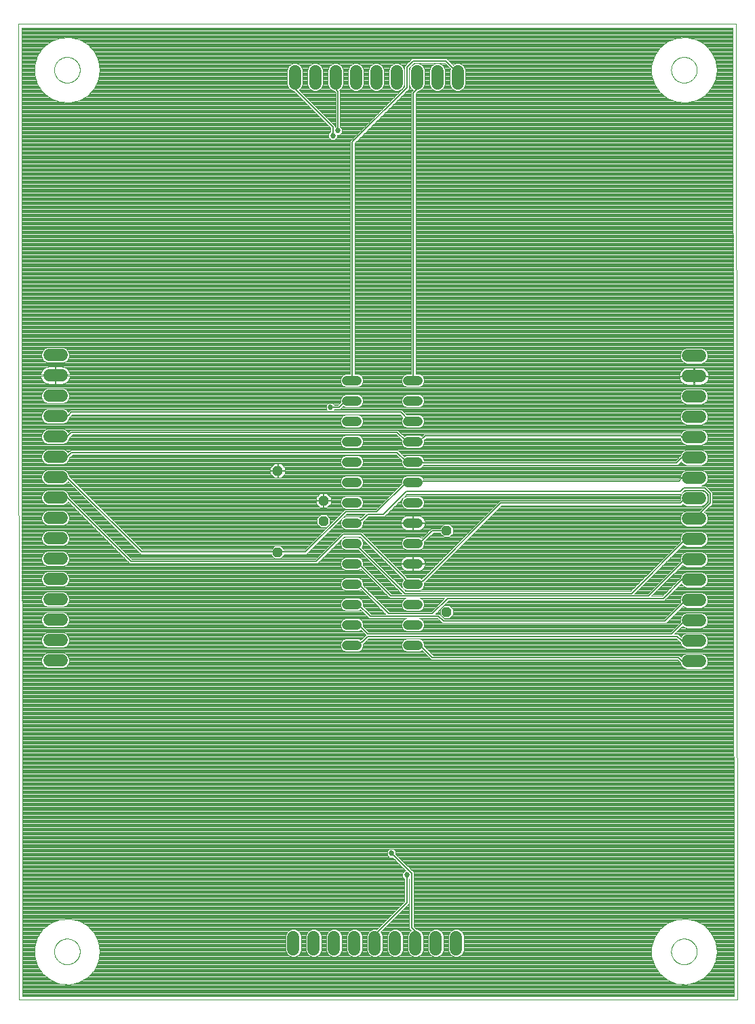
<source format=gtl>
G75*
%MOIN*%
%OFA0B0*%
%FSLAX25Y25*%
%IPPOS*%
%LPD*%
%AMOC8*
5,1,8,0,0,1.08239X$1,22.5*
%
%ADD10C,0.00000*%
%ADD11C,0.06000*%
%ADD12OC8,0.04800*%
%ADD13C,0.04800*%
%ADD14C,0.00400*%
%ADD15C,0.00600*%
%ADD16C,0.02700*%
D10*
X0001500Y0005137D02*
X0001000Y0484338D01*
X0353921Y0484338D01*
X0354421Y0005137D01*
X0001500Y0005137D01*
X0018823Y0028759D02*
X0018825Y0028917D01*
X0018831Y0029075D01*
X0018841Y0029233D01*
X0018855Y0029391D01*
X0018873Y0029548D01*
X0018894Y0029705D01*
X0018920Y0029861D01*
X0018950Y0030017D01*
X0018983Y0030172D01*
X0019021Y0030325D01*
X0019062Y0030478D01*
X0019107Y0030630D01*
X0019156Y0030781D01*
X0019209Y0030930D01*
X0019265Y0031078D01*
X0019325Y0031224D01*
X0019389Y0031369D01*
X0019457Y0031512D01*
X0019528Y0031654D01*
X0019602Y0031794D01*
X0019680Y0031931D01*
X0019762Y0032067D01*
X0019846Y0032201D01*
X0019935Y0032332D01*
X0020026Y0032461D01*
X0020121Y0032588D01*
X0020218Y0032713D01*
X0020319Y0032835D01*
X0020423Y0032954D01*
X0020530Y0033071D01*
X0020640Y0033185D01*
X0020753Y0033296D01*
X0020868Y0033405D01*
X0020986Y0033510D01*
X0021107Y0033612D01*
X0021230Y0033712D01*
X0021356Y0033808D01*
X0021484Y0033901D01*
X0021614Y0033991D01*
X0021747Y0034077D01*
X0021882Y0034161D01*
X0022018Y0034240D01*
X0022157Y0034317D01*
X0022298Y0034389D01*
X0022440Y0034459D01*
X0022584Y0034524D01*
X0022730Y0034586D01*
X0022877Y0034644D01*
X0023026Y0034699D01*
X0023176Y0034750D01*
X0023327Y0034797D01*
X0023479Y0034840D01*
X0023632Y0034879D01*
X0023787Y0034915D01*
X0023942Y0034946D01*
X0024098Y0034974D01*
X0024254Y0034998D01*
X0024411Y0035018D01*
X0024569Y0035034D01*
X0024726Y0035046D01*
X0024885Y0035054D01*
X0025043Y0035058D01*
X0025201Y0035058D01*
X0025359Y0035054D01*
X0025518Y0035046D01*
X0025675Y0035034D01*
X0025833Y0035018D01*
X0025990Y0034998D01*
X0026146Y0034974D01*
X0026302Y0034946D01*
X0026457Y0034915D01*
X0026612Y0034879D01*
X0026765Y0034840D01*
X0026917Y0034797D01*
X0027068Y0034750D01*
X0027218Y0034699D01*
X0027367Y0034644D01*
X0027514Y0034586D01*
X0027660Y0034524D01*
X0027804Y0034459D01*
X0027946Y0034389D01*
X0028087Y0034317D01*
X0028226Y0034240D01*
X0028362Y0034161D01*
X0028497Y0034077D01*
X0028630Y0033991D01*
X0028760Y0033901D01*
X0028888Y0033808D01*
X0029014Y0033712D01*
X0029137Y0033612D01*
X0029258Y0033510D01*
X0029376Y0033405D01*
X0029491Y0033296D01*
X0029604Y0033185D01*
X0029714Y0033071D01*
X0029821Y0032954D01*
X0029925Y0032835D01*
X0030026Y0032713D01*
X0030123Y0032588D01*
X0030218Y0032461D01*
X0030309Y0032332D01*
X0030398Y0032201D01*
X0030482Y0032067D01*
X0030564Y0031931D01*
X0030642Y0031794D01*
X0030716Y0031654D01*
X0030787Y0031512D01*
X0030855Y0031369D01*
X0030919Y0031224D01*
X0030979Y0031078D01*
X0031035Y0030930D01*
X0031088Y0030781D01*
X0031137Y0030630D01*
X0031182Y0030478D01*
X0031223Y0030325D01*
X0031261Y0030172D01*
X0031294Y0030017D01*
X0031324Y0029861D01*
X0031350Y0029705D01*
X0031371Y0029548D01*
X0031389Y0029391D01*
X0031403Y0029233D01*
X0031413Y0029075D01*
X0031419Y0028917D01*
X0031421Y0028759D01*
X0031419Y0028601D01*
X0031413Y0028443D01*
X0031403Y0028285D01*
X0031389Y0028127D01*
X0031371Y0027970D01*
X0031350Y0027813D01*
X0031324Y0027657D01*
X0031294Y0027501D01*
X0031261Y0027346D01*
X0031223Y0027193D01*
X0031182Y0027040D01*
X0031137Y0026888D01*
X0031088Y0026737D01*
X0031035Y0026588D01*
X0030979Y0026440D01*
X0030919Y0026294D01*
X0030855Y0026149D01*
X0030787Y0026006D01*
X0030716Y0025864D01*
X0030642Y0025724D01*
X0030564Y0025587D01*
X0030482Y0025451D01*
X0030398Y0025317D01*
X0030309Y0025186D01*
X0030218Y0025057D01*
X0030123Y0024930D01*
X0030026Y0024805D01*
X0029925Y0024683D01*
X0029821Y0024564D01*
X0029714Y0024447D01*
X0029604Y0024333D01*
X0029491Y0024222D01*
X0029376Y0024113D01*
X0029258Y0024008D01*
X0029137Y0023906D01*
X0029014Y0023806D01*
X0028888Y0023710D01*
X0028760Y0023617D01*
X0028630Y0023527D01*
X0028497Y0023441D01*
X0028362Y0023357D01*
X0028226Y0023278D01*
X0028087Y0023201D01*
X0027946Y0023129D01*
X0027804Y0023059D01*
X0027660Y0022994D01*
X0027514Y0022932D01*
X0027367Y0022874D01*
X0027218Y0022819D01*
X0027068Y0022768D01*
X0026917Y0022721D01*
X0026765Y0022678D01*
X0026612Y0022639D01*
X0026457Y0022603D01*
X0026302Y0022572D01*
X0026146Y0022544D01*
X0025990Y0022520D01*
X0025833Y0022500D01*
X0025675Y0022484D01*
X0025518Y0022472D01*
X0025359Y0022464D01*
X0025201Y0022460D01*
X0025043Y0022460D01*
X0024885Y0022464D01*
X0024726Y0022472D01*
X0024569Y0022484D01*
X0024411Y0022500D01*
X0024254Y0022520D01*
X0024098Y0022544D01*
X0023942Y0022572D01*
X0023787Y0022603D01*
X0023632Y0022639D01*
X0023479Y0022678D01*
X0023327Y0022721D01*
X0023176Y0022768D01*
X0023026Y0022819D01*
X0022877Y0022874D01*
X0022730Y0022932D01*
X0022584Y0022994D01*
X0022440Y0023059D01*
X0022298Y0023129D01*
X0022157Y0023201D01*
X0022018Y0023278D01*
X0021882Y0023357D01*
X0021747Y0023441D01*
X0021614Y0023527D01*
X0021484Y0023617D01*
X0021356Y0023710D01*
X0021230Y0023806D01*
X0021107Y0023906D01*
X0020986Y0024008D01*
X0020868Y0024113D01*
X0020753Y0024222D01*
X0020640Y0024333D01*
X0020530Y0024447D01*
X0020423Y0024564D01*
X0020319Y0024683D01*
X0020218Y0024805D01*
X0020121Y0024930D01*
X0020026Y0025057D01*
X0019935Y0025186D01*
X0019846Y0025317D01*
X0019762Y0025451D01*
X0019680Y0025587D01*
X0019602Y0025724D01*
X0019528Y0025864D01*
X0019457Y0026006D01*
X0019389Y0026149D01*
X0019325Y0026294D01*
X0019265Y0026440D01*
X0019209Y0026588D01*
X0019156Y0026737D01*
X0019107Y0026888D01*
X0019062Y0027040D01*
X0019021Y0027193D01*
X0018983Y0027346D01*
X0018950Y0027501D01*
X0018920Y0027657D01*
X0018894Y0027813D01*
X0018873Y0027970D01*
X0018855Y0028127D01*
X0018841Y0028285D01*
X0018831Y0028443D01*
X0018825Y0028601D01*
X0018823Y0028759D01*
X0321973Y0028759D02*
X0321975Y0028917D01*
X0321981Y0029075D01*
X0321991Y0029233D01*
X0322005Y0029391D01*
X0322023Y0029548D01*
X0322044Y0029705D01*
X0322070Y0029861D01*
X0322100Y0030017D01*
X0322133Y0030172D01*
X0322171Y0030325D01*
X0322212Y0030478D01*
X0322257Y0030630D01*
X0322306Y0030781D01*
X0322359Y0030930D01*
X0322415Y0031078D01*
X0322475Y0031224D01*
X0322539Y0031369D01*
X0322607Y0031512D01*
X0322678Y0031654D01*
X0322752Y0031794D01*
X0322830Y0031931D01*
X0322912Y0032067D01*
X0322996Y0032201D01*
X0323085Y0032332D01*
X0323176Y0032461D01*
X0323271Y0032588D01*
X0323368Y0032713D01*
X0323469Y0032835D01*
X0323573Y0032954D01*
X0323680Y0033071D01*
X0323790Y0033185D01*
X0323903Y0033296D01*
X0324018Y0033405D01*
X0324136Y0033510D01*
X0324257Y0033612D01*
X0324380Y0033712D01*
X0324506Y0033808D01*
X0324634Y0033901D01*
X0324764Y0033991D01*
X0324897Y0034077D01*
X0325032Y0034161D01*
X0325168Y0034240D01*
X0325307Y0034317D01*
X0325448Y0034389D01*
X0325590Y0034459D01*
X0325734Y0034524D01*
X0325880Y0034586D01*
X0326027Y0034644D01*
X0326176Y0034699D01*
X0326326Y0034750D01*
X0326477Y0034797D01*
X0326629Y0034840D01*
X0326782Y0034879D01*
X0326937Y0034915D01*
X0327092Y0034946D01*
X0327248Y0034974D01*
X0327404Y0034998D01*
X0327561Y0035018D01*
X0327719Y0035034D01*
X0327876Y0035046D01*
X0328035Y0035054D01*
X0328193Y0035058D01*
X0328351Y0035058D01*
X0328509Y0035054D01*
X0328668Y0035046D01*
X0328825Y0035034D01*
X0328983Y0035018D01*
X0329140Y0034998D01*
X0329296Y0034974D01*
X0329452Y0034946D01*
X0329607Y0034915D01*
X0329762Y0034879D01*
X0329915Y0034840D01*
X0330067Y0034797D01*
X0330218Y0034750D01*
X0330368Y0034699D01*
X0330517Y0034644D01*
X0330664Y0034586D01*
X0330810Y0034524D01*
X0330954Y0034459D01*
X0331096Y0034389D01*
X0331237Y0034317D01*
X0331376Y0034240D01*
X0331512Y0034161D01*
X0331647Y0034077D01*
X0331780Y0033991D01*
X0331910Y0033901D01*
X0332038Y0033808D01*
X0332164Y0033712D01*
X0332287Y0033612D01*
X0332408Y0033510D01*
X0332526Y0033405D01*
X0332641Y0033296D01*
X0332754Y0033185D01*
X0332864Y0033071D01*
X0332971Y0032954D01*
X0333075Y0032835D01*
X0333176Y0032713D01*
X0333273Y0032588D01*
X0333368Y0032461D01*
X0333459Y0032332D01*
X0333548Y0032201D01*
X0333632Y0032067D01*
X0333714Y0031931D01*
X0333792Y0031794D01*
X0333866Y0031654D01*
X0333937Y0031512D01*
X0334005Y0031369D01*
X0334069Y0031224D01*
X0334129Y0031078D01*
X0334185Y0030930D01*
X0334238Y0030781D01*
X0334287Y0030630D01*
X0334332Y0030478D01*
X0334373Y0030325D01*
X0334411Y0030172D01*
X0334444Y0030017D01*
X0334474Y0029861D01*
X0334500Y0029705D01*
X0334521Y0029548D01*
X0334539Y0029391D01*
X0334553Y0029233D01*
X0334563Y0029075D01*
X0334569Y0028917D01*
X0334571Y0028759D01*
X0334569Y0028601D01*
X0334563Y0028443D01*
X0334553Y0028285D01*
X0334539Y0028127D01*
X0334521Y0027970D01*
X0334500Y0027813D01*
X0334474Y0027657D01*
X0334444Y0027501D01*
X0334411Y0027346D01*
X0334373Y0027193D01*
X0334332Y0027040D01*
X0334287Y0026888D01*
X0334238Y0026737D01*
X0334185Y0026588D01*
X0334129Y0026440D01*
X0334069Y0026294D01*
X0334005Y0026149D01*
X0333937Y0026006D01*
X0333866Y0025864D01*
X0333792Y0025724D01*
X0333714Y0025587D01*
X0333632Y0025451D01*
X0333548Y0025317D01*
X0333459Y0025186D01*
X0333368Y0025057D01*
X0333273Y0024930D01*
X0333176Y0024805D01*
X0333075Y0024683D01*
X0332971Y0024564D01*
X0332864Y0024447D01*
X0332754Y0024333D01*
X0332641Y0024222D01*
X0332526Y0024113D01*
X0332408Y0024008D01*
X0332287Y0023906D01*
X0332164Y0023806D01*
X0332038Y0023710D01*
X0331910Y0023617D01*
X0331780Y0023527D01*
X0331647Y0023441D01*
X0331512Y0023357D01*
X0331376Y0023278D01*
X0331237Y0023201D01*
X0331096Y0023129D01*
X0330954Y0023059D01*
X0330810Y0022994D01*
X0330664Y0022932D01*
X0330517Y0022874D01*
X0330368Y0022819D01*
X0330218Y0022768D01*
X0330067Y0022721D01*
X0329915Y0022678D01*
X0329762Y0022639D01*
X0329607Y0022603D01*
X0329452Y0022572D01*
X0329296Y0022544D01*
X0329140Y0022520D01*
X0328983Y0022500D01*
X0328825Y0022484D01*
X0328668Y0022472D01*
X0328509Y0022464D01*
X0328351Y0022460D01*
X0328193Y0022460D01*
X0328035Y0022464D01*
X0327876Y0022472D01*
X0327719Y0022484D01*
X0327561Y0022500D01*
X0327404Y0022520D01*
X0327248Y0022544D01*
X0327092Y0022572D01*
X0326937Y0022603D01*
X0326782Y0022639D01*
X0326629Y0022678D01*
X0326477Y0022721D01*
X0326326Y0022768D01*
X0326176Y0022819D01*
X0326027Y0022874D01*
X0325880Y0022932D01*
X0325734Y0022994D01*
X0325590Y0023059D01*
X0325448Y0023129D01*
X0325307Y0023201D01*
X0325168Y0023278D01*
X0325032Y0023357D01*
X0324897Y0023441D01*
X0324764Y0023527D01*
X0324634Y0023617D01*
X0324506Y0023710D01*
X0324380Y0023806D01*
X0324257Y0023906D01*
X0324136Y0024008D01*
X0324018Y0024113D01*
X0323903Y0024222D01*
X0323790Y0024333D01*
X0323680Y0024447D01*
X0323573Y0024564D01*
X0323469Y0024683D01*
X0323368Y0024805D01*
X0323271Y0024930D01*
X0323176Y0025057D01*
X0323085Y0025186D01*
X0322996Y0025317D01*
X0322912Y0025451D01*
X0322830Y0025587D01*
X0322752Y0025724D01*
X0322678Y0025864D01*
X0322607Y0026006D01*
X0322539Y0026149D01*
X0322475Y0026294D01*
X0322415Y0026440D01*
X0322359Y0026588D01*
X0322306Y0026737D01*
X0322257Y0026888D01*
X0322212Y0027040D01*
X0322171Y0027193D01*
X0322133Y0027346D01*
X0322100Y0027501D01*
X0322070Y0027657D01*
X0322044Y0027813D01*
X0322023Y0027970D01*
X0322005Y0028127D01*
X0321991Y0028285D01*
X0321981Y0028443D01*
X0321975Y0028601D01*
X0321973Y0028759D01*
X0321973Y0461830D02*
X0321975Y0461988D01*
X0321981Y0462146D01*
X0321991Y0462304D01*
X0322005Y0462462D01*
X0322023Y0462619D01*
X0322044Y0462776D01*
X0322070Y0462932D01*
X0322100Y0463088D01*
X0322133Y0463243D01*
X0322171Y0463396D01*
X0322212Y0463549D01*
X0322257Y0463701D01*
X0322306Y0463852D01*
X0322359Y0464001D01*
X0322415Y0464149D01*
X0322475Y0464295D01*
X0322539Y0464440D01*
X0322607Y0464583D01*
X0322678Y0464725D01*
X0322752Y0464865D01*
X0322830Y0465002D01*
X0322912Y0465138D01*
X0322996Y0465272D01*
X0323085Y0465403D01*
X0323176Y0465532D01*
X0323271Y0465659D01*
X0323368Y0465784D01*
X0323469Y0465906D01*
X0323573Y0466025D01*
X0323680Y0466142D01*
X0323790Y0466256D01*
X0323903Y0466367D01*
X0324018Y0466476D01*
X0324136Y0466581D01*
X0324257Y0466683D01*
X0324380Y0466783D01*
X0324506Y0466879D01*
X0324634Y0466972D01*
X0324764Y0467062D01*
X0324897Y0467148D01*
X0325032Y0467232D01*
X0325168Y0467311D01*
X0325307Y0467388D01*
X0325448Y0467460D01*
X0325590Y0467530D01*
X0325734Y0467595D01*
X0325880Y0467657D01*
X0326027Y0467715D01*
X0326176Y0467770D01*
X0326326Y0467821D01*
X0326477Y0467868D01*
X0326629Y0467911D01*
X0326782Y0467950D01*
X0326937Y0467986D01*
X0327092Y0468017D01*
X0327248Y0468045D01*
X0327404Y0468069D01*
X0327561Y0468089D01*
X0327719Y0468105D01*
X0327876Y0468117D01*
X0328035Y0468125D01*
X0328193Y0468129D01*
X0328351Y0468129D01*
X0328509Y0468125D01*
X0328668Y0468117D01*
X0328825Y0468105D01*
X0328983Y0468089D01*
X0329140Y0468069D01*
X0329296Y0468045D01*
X0329452Y0468017D01*
X0329607Y0467986D01*
X0329762Y0467950D01*
X0329915Y0467911D01*
X0330067Y0467868D01*
X0330218Y0467821D01*
X0330368Y0467770D01*
X0330517Y0467715D01*
X0330664Y0467657D01*
X0330810Y0467595D01*
X0330954Y0467530D01*
X0331096Y0467460D01*
X0331237Y0467388D01*
X0331376Y0467311D01*
X0331512Y0467232D01*
X0331647Y0467148D01*
X0331780Y0467062D01*
X0331910Y0466972D01*
X0332038Y0466879D01*
X0332164Y0466783D01*
X0332287Y0466683D01*
X0332408Y0466581D01*
X0332526Y0466476D01*
X0332641Y0466367D01*
X0332754Y0466256D01*
X0332864Y0466142D01*
X0332971Y0466025D01*
X0333075Y0465906D01*
X0333176Y0465784D01*
X0333273Y0465659D01*
X0333368Y0465532D01*
X0333459Y0465403D01*
X0333548Y0465272D01*
X0333632Y0465138D01*
X0333714Y0465002D01*
X0333792Y0464865D01*
X0333866Y0464725D01*
X0333937Y0464583D01*
X0334005Y0464440D01*
X0334069Y0464295D01*
X0334129Y0464149D01*
X0334185Y0464001D01*
X0334238Y0463852D01*
X0334287Y0463701D01*
X0334332Y0463549D01*
X0334373Y0463396D01*
X0334411Y0463243D01*
X0334444Y0463088D01*
X0334474Y0462932D01*
X0334500Y0462776D01*
X0334521Y0462619D01*
X0334539Y0462462D01*
X0334553Y0462304D01*
X0334563Y0462146D01*
X0334569Y0461988D01*
X0334571Y0461830D01*
X0334569Y0461672D01*
X0334563Y0461514D01*
X0334553Y0461356D01*
X0334539Y0461198D01*
X0334521Y0461041D01*
X0334500Y0460884D01*
X0334474Y0460728D01*
X0334444Y0460572D01*
X0334411Y0460417D01*
X0334373Y0460264D01*
X0334332Y0460111D01*
X0334287Y0459959D01*
X0334238Y0459808D01*
X0334185Y0459659D01*
X0334129Y0459511D01*
X0334069Y0459365D01*
X0334005Y0459220D01*
X0333937Y0459077D01*
X0333866Y0458935D01*
X0333792Y0458795D01*
X0333714Y0458658D01*
X0333632Y0458522D01*
X0333548Y0458388D01*
X0333459Y0458257D01*
X0333368Y0458128D01*
X0333273Y0458001D01*
X0333176Y0457876D01*
X0333075Y0457754D01*
X0332971Y0457635D01*
X0332864Y0457518D01*
X0332754Y0457404D01*
X0332641Y0457293D01*
X0332526Y0457184D01*
X0332408Y0457079D01*
X0332287Y0456977D01*
X0332164Y0456877D01*
X0332038Y0456781D01*
X0331910Y0456688D01*
X0331780Y0456598D01*
X0331647Y0456512D01*
X0331512Y0456428D01*
X0331376Y0456349D01*
X0331237Y0456272D01*
X0331096Y0456200D01*
X0330954Y0456130D01*
X0330810Y0456065D01*
X0330664Y0456003D01*
X0330517Y0455945D01*
X0330368Y0455890D01*
X0330218Y0455839D01*
X0330067Y0455792D01*
X0329915Y0455749D01*
X0329762Y0455710D01*
X0329607Y0455674D01*
X0329452Y0455643D01*
X0329296Y0455615D01*
X0329140Y0455591D01*
X0328983Y0455571D01*
X0328825Y0455555D01*
X0328668Y0455543D01*
X0328509Y0455535D01*
X0328351Y0455531D01*
X0328193Y0455531D01*
X0328035Y0455535D01*
X0327876Y0455543D01*
X0327719Y0455555D01*
X0327561Y0455571D01*
X0327404Y0455591D01*
X0327248Y0455615D01*
X0327092Y0455643D01*
X0326937Y0455674D01*
X0326782Y0455710D01*
X0326629Y0455749D01*
X0326477Y0455792D01*
X0326326Y0455839D01*
X0326176Y0455890D01*
X0326027Y0455945D01*
X0325880Y0456003D01*
X0325734Y0456065D01*
X0325590Y0456130D01*
X0325448Y0456200D01*
X0325307Y0456272D01*
X0325168Y0456349D01*
X0325032Y0456428D01*
X0324897Y0456512D01*
X0324764Y0456598D01*
X0324634Y0456688D01*
X0324506Y0456781D01*
X0324380Y0456877D01*
X0324257Y0456977D01*
X0324136Y0457079D01*
X0324018Y0457184D01*
X0323903Y0457293D01*
X0323790Y0457404D01*
X0323680Y0457518D01*
X0323573Y0457635D01*
X0323469Y0457754D01*
X0323368Y0457876D01*
X0323271Y0458001D01*
X0323176Y0458128D01*
X0323085Y0458257D01*
X0322996Y0458388D01*
X0322912Y0458522D01*
X0322830Y0458658D01*
X0322752Y0458795D01*
X0322678Y0458935D01*
X0322607Y0459077D01*
X0322539Y0459220D01*
X0322475Y0459365D01*
X0322415Y0459511D01*
X0322359Y0459659D01*
X0322306Y0459808D01*
X0322257Y0459959D01*
X0322212Y0460111D01*
X0322171Y0460264D01*
X0322133Y0460417D01*
X0322100Y0460572D01*
X0322070Y0460728D01*
X0322044Y0460884D01*
X0322023Y0461041D01*
X0322005Y0461198D01*
X0321991Y0461356D01*
X0321981Y0461514D01*
X0321975Y0461672D01*
X0321973Y0461830D01*
X0018823Y0461830D02*
X0018825Y0461988D01*
X0018831Y0462146D01*
X0018841Y0462304D01*
X0018855Y0462462D01*
X0018873Y0462619D01*
X0018894Y0462776D01*
X0018920Y0462932D01*
X0018950Y0463088D01*
X0018983Y0463243D01*
X0019021Y0463396D01*
X0019062Y0463549D01*
X0019107Y0463701D01*
X0019156Y0463852D01*
X0019209Y0464001D01*
X0019265Y0464149D01*
X0019325Y0464295D01*
X0019389Y0464440D01*
X0019457Y0464583D01*
X0019528Y0464725D01*
X0019602Y0464865D01*
X0019680Y0465002D01*
X0019762Y0465138D01*
X0019846Y0465272D01*
X0019935Y0465403D01*
X0020026Y0465532D01*
X0020121Y0465659D01*
X0020218Y0465784D01*
X0020319Y0465906D01*
X0020423Y0466025D01*
X0020530Y0466142D01*
X0020640Y0466256D01*
X0020753Y0466367D01*
X0020868Y0466476D01*
X0020986Y0466581D01*
X0021107Y0466683D01*
X0021230Y0466783D01*
X0021356Y0466879D01*
X0021484Y0466972D01*
X0021614Y0467062D01*
X0021747Y0467148D01*
X0021882Y0467232D01*
X0022018Y0467311D01*
X0022157Y0467388D01*
X0022298Y0467460D01*
X0022440Y0467530D01*
X0022584Y0467595D01*
X0022730Y0467657D01*
X0022877Y0467715D01*
X0023026Y0467770D01*
X0023176Y0467821D01*
X0023327Y0467868D01*
X0023479Y0467911D01*
X0023632Y0467950D01*
X0023787Y0467986D01*
X0023942Y0468017D01*
X0024098Y0468045D01*
X0024254Y0468069D01*
X0024411Y0468089D01*
X0024569Y0468105D01*
X0024726Y0468117D01*
X0024885Y0468125D01*
X0025043Y0468129D01*
X0025201Y0468129D01*
X0025359Y0468125D01*
X0025518Y0468117D01*
X0025675Y0468105D01*
X0025833Y0468089D01*
X0025990Y0468069D01*
X0026146Y0468045D01*
X0026302Y0468017D01*
X0026457Y0467986D01*
X0026612Y0467950D01*
X0026765Y0467911D01*
X0026917Y0467868D01*
X0027068Y0467821D01*
X0027218Y0467770D01*
X0027367Y0467715D01*
X0027514Y0467657D01*
X0027660Y0467595D01*
X0027804Y0467530D01*
X0027946Y0467460D01*
X0028087Y0467388D01*
X0028226Y0467311D01*
X0028362Y0467232D01*
X0028497Y0467148D01*
X0028630Y0467062D01*
X0028760Y0466972D01*
X0028888Y0466879D01*
X0029014Y0466783D01*
X0029137Y0466683D01*
X0029258Y0466581D01*
X0029376Y0466476D01*
X0029491Y0466367D01*
X0029604Y0466256D01*
X0029714Y0466142D01*
X0029821Y0466025D01*
X0029925Y0465906D01*
X0030026Y0465784D01*
X0030123Y0465659D01*
X0030218Y0465532D01*
X0030309Y0465403D01*
X0030398Y0465272D01*
X0030482Y0465138D01*
X0030564Y0465002D01*
X0030642Y0464865D01*
X0030716Y0464725D01*
X0030787Y0464583D01*
X0030855Y0464440D01*
X0030919Y0464295D01*
X0030979Y0464149D01*
X0031035Y0464001D01*
X0031088Y0463852D01*
X0031137Y0463701D01*
X0031182Y0463549D01*
X0031223Y0463396D01*
X0031261Y0463243D01*
X0031294Y0463088D01*
X0031324Y0462932D01*
X0031350Y0462776D01*
X0031371Y0462619D01*
X0031389Y0462462D01*
X0031403Y0462304D01*
X0031413Y0462146D01*
X0031419Y0461988D01*
X0031421Y0461830D01*
X0031419Y0461672D01*
X0031413Y0461514D01*
X0031403Y0461356D01*
X0031389Y0461198D01*
X0031371Y0461041D01*
X0031350Y0460884D01*
X0031324Y0460728D01*
X0031294Y0460572D01*
X0031261Y0460417D01*
X0031223Y0460264D01*
X0031182Y0460111D01*
X0031137Y0459959D01*
X0031088Y0459808D01*
X0031035Y0459659D01*
X0030979Y0459511D01*
X0030919Y0459365D01*
X0030855Y0459220D01*
X0030787Y0459077D01*
X0030716Y0458935D01*
X0030642Y0458795D01*
X0030564Y0458658D01*
X0030482Y0458522D01*
X0030398Y0458388D01*
X0030309Y0458257D01*
X0030218Y0458128D01*
X0030123Y0458001D01*
X0030026Y0457876D01*
X0029925Y0457754D01*
X0029821Y0457635D01*
X0029714Y0457518D01*
X0029604Y0457404D01*
X0029491Y0457293D01*
X0029376Y0457184D01*
X0029258Y0457079D01*
X0029137Y0456977D01*
X0029014Y0456877D01*
X0028888Y0456781D01*
X0028760Y0456688D01*
X0028630Y0456598D01*
X0028497Y0456512D01*
X0028362Y0456428D01*
X0028226Y0456349D01*
X0028087Y0456272D01*
X0027946Y0456200D01*
X0027804Y0456130D01*
X0027660Y0456065D01*
X0027514Y0456003D01*
X0027367Y0455945D01*
X0027218Y0455890D01*
X0027068Y0455839D01*
X0026917Y0455792D01*
X0026765Y0455749D01*
X0026612Y0455710D01*
X0026457Y0455674D01*
X0026302Y0455643D01*
X0026146Y0455615D01*
X0025990Y0455591D01*
X0025833Y0455571D01*
X0025675Y0455555D01*
X0025518Y0455543D01*
X0025359Y0455535D01*
X0025201Y0455531D01*
X0025043Y0455531D01*
X0024885Y0455535D01*
X0024726Y0455543D01*
X0024569Y0455555D01*
X0024411Y0455571D01*
X0024254Y0455591D01*
X0024098Y0455615D01*
X0023942Y0455643D01*
X0023787Y0455674D01*
X0023632Y0455710D01*
X0023479Y0455749D01*
X0023327Y0455792D01*
X0023176Y0455839D01*
X0023026Y0455890D01*
X0022877Y0455945D01*
X0022730Y0456003D01*
X0022584Y0456065D01*
X0022440Y0456130D01*
X0022298Y0456200D01*
X0022157Y0456272D01*
X0022018Y0456349D01*
X0021882Y0456428D01*
X0021747Y0456512D01*
X0021614Y0456598D01*
X0021484Y0456688D01*
X0021356Y0456781D01*
X0021230Y0456877D01*
X0021107Y0456977D01*
X0020986Y0457079D01*
X0020868Y0457184D01*
X0020753Y0457293D01*
X0020640Y0457404D01*
X0020530Y0457518D01*
X0020423Y0457635D01*
X0020319Y0457754D01*
X0020218Y0457876D01*
X0020121Y0458001D01*
X0020026Y0458128D01*
X0019935Y0458257D01*
X0019846Y0458388D01*
X0019762Y0458522D01*
X0019680Y0458658D01*
X0019602Y0458795D01*
X0019528Y0458935D01*
X0019457Y0459077D01*
X0019389Y0459220D01*
X0019325Y0459365D01*
X0019265Y0459511D01*
X0019209Y0459659D01*
X0019156Y0459808D01*
X0019107Y0459959D01*
X0019062Y0460111D01*
X0019021Y0460264D01*
X0018983Y0460417D01*
X0018950Y0460572D01*
X0018920Y0460728D01*
X0018894Y0460884D01*
X0018873Y0461041D01*
X0018855Y0461198D01*
X0018841Y0461356D01*
X0018831Y0461514D01*
X0018825Y0461672D01*
X0018823Y0461830D01*
D11*
X0016374Y0321791D02*
X0022374Y0321791D01*
X0022374Y0311791D02*
X0016374Y0311791D01*
X0016374Y0301791D02*
X0022374Y0301791D01*
X0022374Y0291791D02*
X0016374Y0291791D01*
X0016374Y0281791D02*
X0022374Y0281791D01*
X0022374Y0271791D02*
X0016374Y0271791D01*
X0016374Y0261791D02*
X0022374Y0261791D01*
X0022374Y0251791D02*
X0016374Y0251791D01*
X0016374Y0241791D02*
X0022374Y0241791D01*
X0022374Y0231791D02*
X0016374Y0231791D01*
X0016374Y0221791D02*
X0022374Y0221791D01*
X0022374Y0211791D02*
X0016374Y0211791D01*
X0016374Y0201791D02*
X0022374Y0201791D01*
X0022374Y0191791D02*
X0016374Y0191791D01*
X0016374Y0181791D02*
X0022374Y0181791D01*
X0022374Y0171791D02*
X0016374Y0171791D01*
X0136303Y0035932D02*
X0136303Y0029932D01*
X0146303Y0029932D02*
X0146303Y0035932D01*
X0156303Y0035932D02*
X0156303Y0029932D01*
X0166303Y0029932D02*
X0166303Y0035932D01*
X0176303Y0035932D02*
X0176303Y0029932D01*
X0186303Y0029932D02*
X0186303Y0035932D01*
X0196303Y0035932D02*
X0196303Y0029932D01*
X0206303Y0029932D02*
X0206303Y0035932D01*
X0216303Y0035932D02*
X0216303Y0029932D01*
X0330154Y0171436D02*
X0336154Y0171436D01*
X0336154Y0181436D02*
X0330154Y0181436D01*
X0330154Y0191436D02*
X0336154Y0191436D01*
X0336154Y0201436D02*
X0330154Y0201436D01*
X0330154Y0211436D02*
X0336154Y0211436D01*
X0336154Y0221436D02*
X0330154Y0221436D01*
X0330154Y0231436D02*
X0336154Y0231436D01*
X0336154Y0241436D02*
X0330154Y0241436D01*
X0330154Y0251436D02*
X0336154Y0251436D01*
X0336154Y0261436D02*
X0330154Y0261436D01*
X0330154Y0271436D02*
X0336154Y0271436D01*
X0336154Y0281436D02*
X0330154Y0281436D01*
X0330154Y0291436D02*
X0336154Y0291436D01*
X0336154Y0301436D02*
X0330154Y0301436D01*
X0330154Y0311436D02*
X0336154Y0311436D01*
X0336154Y0321436D02*
X0330154Y0321436D01*
X0217091Y0455247D02*
X0217091Y0461247D01*
X0207091Y0461247D02*
X0207091Y0455247D01*
X0197091Y0455247D02*
X0197091Y0461247D01*
X0187091Y0461247D02*
X0187091Y0455247D01*
X0177091Y0455247D02*
X0177091Y0461247D01*
X0167091Y0461247D02*
X0167091Y0455247D01*
X0157091Y0455247D02*
X0157091Y0461247D01*
X0147091Y0461247D02*
X0147091Y0455247D01*
X0137091Y0455247D02*
X0137091Y0461247D01*
D12*
X0128547Y0264940D03*
X0151106Y0250294D03*
X0151106Y0240294D03*
X0128547Y0224940D03*
X0211657Y0235570D03*
X0211657Y0195570D03*
D13*
X0197443Y0199310D02*
X0192643Y0199310D01*
X0192643Y0189310D02*
X0197443Y0189310D01*
X0197443Y0179310D02*
X0192643Y0179310D01*
X0167443Y0179310D02*
X0162643Y0179310D01*
X0162643Y0189310D02*
X0167443Y0189310D01*
X0167443Y0199310D02*
X0162643Y0199310D01*
X0162643Y0209310D02*
X0167443Y0209310D01*
X0167443Y0219310D02*
X0162643Y0219310D01*
X0162643Y0229310D02*
X0167443Y0229310D01*
X0167443Y0239310D02*
X0162643Y0239310D01*
X0162643Y0249310D02*
X0167443Y0249310D01*
X0167443Y0259310D02*
X0162643Y0259310D01*
X0162643Y0269310D02*
X0167443Y0269310D01*
X0167443Y0279310D02*
X0162643Y0279310D01*
X0162643Y0289310D02*
X0167443Y0289310D01*
X0167443Y0299310D02*
X0162643Y0299310D01*
X0162643Y0309310D02*
X0167443Y0309310D01*
X0192643Y0309310D02*
X0197443Y0309310D01*
X0197443Y0299310D02*
X0192643Y0299310D01*
X0192643Y0289310D02*
X0197443Y0289310D01*
X0197443Y0279310D02*
X0192643Y0279310D01*
X0192643Y0269310D02*
X0197443Y0269310D01*
X0197443Y0259310D02*
X0192643Y0259310D01*
X0192643Y0249310D02*
X0197443Y0249310D01*
X0197443Y0239310D02*
X0192643Y0239310D01*
X0192643Y0229310D02*
X0197443Y0229310D01*
X0197443Y0219310D02*
X0192643Y0219310D01*
X0192643Y0209310D02*
X0197443Y0209310D01*
D14*
X0198744Y0206385D02*
X0302593Y0206385D01*
X0302991Y0206784D02*
X0199442Y0206784D01*
X0199256Y0206597D02*
X0200156Y0207498D01*
X0200643Y0208674D01*
X0200643Y0209925D01*
X0238656Y0247937D01*
X0326856Y0247937D01*
X0327567Y0248649D01*
X0328001Y0248215D01*
X0329398Y0247636D01*
X0336909Y0247636D01*
X0338306Y0248215D01*
X0339375Y0249284D01*
X0339954Y0250680D01*
X0339954Y0252192D01*
X0339375Y0253589D01*
X0338306Y0254658D01*
X0336909Y0255236D01*
X0329398Y0255236D01*
X0328001Y0254658D01*
X0326932Y0253589D01*
X0326354Y0252192D01*
X0326354Y0250680D01*
X0326393Y0250585D01*
X0325944Y0250137D01*
X0237744Y0250137D01*
X0237100Y0249493D01*
X0199644Y0212037D01*
X0199344Y0212037D01*
X0199293Y0211986D01*
X0199256Y0212023D01*
X0198080Y0212510D01*
X0192007Y0212510D01*
X0191990Y0212503D01*
X0191900Y0212593D01*
X0191900Y0212893D01*
X0191256Y0213537D01*
X0169956Y0234837D01*
X0160344Y0234837D01*
X0159700Y0234193D01*
X0147144Y0221637D01*
X0056856Y0221637D01*
X0026174Y0252319D01*
X0026174Y0252546D01*
X0025595Y0253943D01*
X0024527Y0255012D01*
X0023130Y0255591D01*
X0015618Y0255591D01*
X0014221Y0255012D01*
X0013153Y0253943D01*
X0012574Y0252546D01*
X0012574Y0251035D01*
X0013153Y0249638D01*
X0014221Y0248569D01*
X0015618Y0247991D01*
X0023130Y0247991D01*
X0024527Y0248569D01*
X0025595Y0249638D01*
X0025639Y0249743D01*
X0055300Y0220081D01*
X0055944Y0219437D01*
X0148056Y0219437D01*
X0161256Y0232637D01*
X0169044Y0232637D01*
X0189700Y0211981D01*
X0189700Y0211681D01*
X0190094Y0211287D01*
X0189930Y0211123D01*
X0189443Y0209947D01*
X0189443Y0208674D01*
X0189930Y0207498D01*
X0190831Y0206597D01*
X0192007Y0206110D01*
X0198080Y0206110D01*
X0199256Y0206597D01*
X0199841Y0207182D02*
X0303390Y0207182D01*
X0303788Y0207581D02*
X0200191Y0207581D01*
X0200356Y0207979D02*
X0304187Y0207979D01*
X0304585Y0208378D02*
X0200521Y0208378D01*
X0200643Y0208776D02*
X0304984Y0208776D01*
X0305382Y0209175D02*
X0200643Y0209175D01*
X0200643Y0209573D02*
X0305781Y0209573D01*
X0306179Y0209972D02*
X0200690Y0209972D01*
X0201089Y0210370D02*
X0306578Y0210370D01*
X0306976Y0210769D02*
X0201487Y0210769D01*
X0201886Y0211167D02*
X0307375Y0211167D01*
X0307773Y0211566D02*
X0202284Y0211566D01*
X0202683Y0211964D02*
X0308172Y0211964D01*
X0308570Y0212363D02*
X0203082Y0212363D01*
X0203480Y0212761D02*
X0308969Y0212761D01*
X0309367Y0213160D02*
X0203879Y0213160D01*
X0204277Y0213558D02*
X0309766Y0213558D01*
X0310164Y0213957D02*
X0204676Y0213957D01*
X0205074Y0214355D02*
X0310563Y0214355D01*
X0310961Y0214754D02*
X0205473Y0214754D01*
X0205871Y0215152D02*
X0311360Y0215152D01*
X0311758Y0215551D02*
X0206270Y0215551D01*
X0206668Y0215949D02*
X0312157Y0215949D01*
X0312555Y0216348D02*
X0207067Y0216348D01*
X0207465Y0216747D02*
X0312954Y0216747D01*
X0313352Y0217145D02*
X0207864Y0217145D01*
X0208262Y0217544D02*
X0313751Y0217544D01*
X0314149Y0217942D02*
X0208661Y0217942D01*
X0209059Y0218341D02*
X0314548Y0218341D01*
X0314946Y0218739D02*
X0209458Y0218739D01*
X0209856Y0219138D02*
X0315345Y0219138D01*
X0315743Y0219536D02*
X0210255Y0219536D01*
X0210653Y0219935D02*
X0316142Y0219935D01*
X0316540Y0220333D02*
X0211052Y0220333D01*
X0211450Y0220732D02*
X0316939Y0220732D01*
X0317338Y0221130D02*
X0211849Y0221130D01*
X0212247Y0221529D02*
X0317736Y0221529D01*
X0318135Y0221927D02*
X0212646Y0221927D01*
X0213044Y0222326D02*
X0318533Y0222326D01*
X0318932Y0222724D02*
X0213443Y0222724D01*
X0213841Y0223123D02*
X0319330Y0223123D01*
X0319729Y0223521D02*
X0214240Y0223521D01*
X0214638Y0223920D02*
X0320127Y0223920D01*
X0320526Y0224318D02*
X0215037Y0224318D01*
X0215435Y0224717D02*
X0320924Y0224717D01*
X0321323Y0225115D02*
X0215834Y0225115D01*
X0216232Y0225514D02*
X0321721Y0225514D01*
X0322120Y0225912D02*
X0216631Y0225912D01*
X0217029Y0226311D02*
X0322518Y0226311D01*
X0322917Y0226709D02*
X0217428Y0226709D01*
X0217826Y0227108D02*
X0323315Y0227108D01*
X0323714Y0227506D02*
X0218225Y0227506D01*
X0218623Y0227905D02*
X0324112Y0227905D01*
X0324511Y0228303D02*
X0219022Y0228303D01*
X0219420Y0228702D02*
X0324909Y0228702D01*
X0325308Y0229100D02*
X0219819Y0229100D01*
X0220218Y0229499D02*
X0325706Y0229499D01*
X0326105Y0229897D02*
X0220616Y0229897D01*
X0221015Y0230296D02*
X0326503Y0230296D01*
X0326510Y0230303D02*
X0301944Y0205737D01*
X0191556Y0205737D01*
X0169976Y0227317D01*
X0170156Y0227498D01*
X0170643Y0228674D01*
X0170643Y0229947D01*
X0170156Y0231123D01*
X0169256Y0232023D01*
X0168080Y0232510D01*
X0162007Y0232510D01*
X0160831Y0232023D01*
X0159930Y0231123D01*
X0159443Y0229947D01*
X0159443Y0228674D01*
X0159930Y0227498D01*
X0160831Y0226597D01*
X0162007Y0226110D01*
X0168071Y0226110D01*
X0189644Y0204537D01*
X0184656Y0204537D01*
X0170607Y0218586D01*
X0170643Y0218674D01*
X0170643Y0219947D01*
X0170156Y0221123D01*
X0169256Y0222023D01*
X0168080Y0222510D01*
X0162007Y0222510D01*
X0160831Y0222023D01*
X0159930Y0221123D01*
X0159443Y0219947D01*
X0159443Y0218674D01*
X0159930Y0217498D01*
X0160831Y0216597D01*
X0162007Y0216110D01*
X0168080Y0216110D01*
X0169256Y0216597D01*
X0169370Y0216711D01*
X0183100Y0202981D01*
X0183744Y0202337D01*
X0191589Y0202337D01*
X0190831Y0202023D01*
X0189930Y0201123D01*
X0189443Y0199947D01*
X0189443Y0198674D01*
X0189930Y0197498D01*
X0190831Y0196597D01*
X0192007Y0196110D01*
X0198080Y0196110D01*
X0199256Y0196597D01*
X0200156Y0197498D01*
X0200643Y0198674D01*
X0200643Y0199947D01*
X0200156Y0201123D01*
X0199256Y0202023D01*
X0198498Y0202337D01*
X0210644Y0202337D01*
X0204144Y0195837D01*
X0183456Y0195837D01*
X0170636Y0208656D01*
X0170643Y0208674D01*
X0170643Y0209947D01*
X0170156Y0211123D01*
X0169256Y0212023D01*
X0168080Y0212510D01*
X0162007Y0212510D01*
X0160831Y0212023D01*
X0159930Y0211123D01*
X0159443Y0209947D01*
X0159443Y0208674D01*
X0159930Y0207498D01*
X0160831Y0206597D01*
X0162007Y0206110D01*
X0168080Y0206110D01*
X0169256Y0206597D01*
X0169420Y0206761D01*
X0181544Y0194637D01*
X0174456Y0194637D01*
X0170578Y0198515D01*
X0170643Y0198674D01*
X0170643Y0199947D01*
X0170156Y0201123D01*
X0169256Y0202023D01*
X0168080Y0202510D01*
X0162007Y0202510D01*
X0160831Y0202023D01*
X0159930Y0201123D01*
X0159443Y0199947D01*
X0159443Y0198674D01*
X0159930Y0197498D01*
X0160831Y0196597D01*
X0162007Y0196110D01*
X0168080Y0196110D01*
X0169256Y0196597D01*
X0169320Y0196661D01*
X0172900Y0193081D01*
X0173544Y0192437D01*
X0168256Y0192437D01*
X0168080Y0192510D02*
X0162007Y0192510D01*
X0160831Y0192023D01*
X0159930Y0191123D01*
X0159443Y0189947D01*
X0159443Y0188674D01*
X0159930Y0187498D01*
X0160831Y0186597D01*
X0162007Y0186110D01*
X0168080Y0186110D01*
X0169256Y0186597D01*
X0169370Y0186711D01*
X0171700Y0184381D01*
X0171844Y0184237D01*
X0171700Y0184093D01*
X0169644Y0182037D01*
X0169344Y0182037D01*
X0169293Y0181986D01*
X0169256Y0182023D01*
X0168080Y0182510D01*
X0162007Y0182510D01*
X0160831Y0182023D01*
X0159930Y0181123D01*
X0159443Y0179947D01*
X0159443Y0178674D01*
X0159930Y0177498D01*
X0160831Y0176597D01*
X0162007Y0176110D01*
X0168080Y0176110D01*
X0169256Y0176597D01*
X0170156Y0177498D01*
X0170643Y0178674D01*
X0170643Y0179925D01*
X0173256Y0182537D01*
X0324444Y0182537D01*
X0325600Y0181381D01*
X0326244Y0180737D01*
X0326354Y0180737D01*
X0326354Y0180680D01*
X0326932Y0179284D01*
X0328001Y0178215D01*
X0329398Y0177636D01*
X0336909Y0177636D01*
X0338306Y0178215D01*
X0339375Y0179284D01*
X0339954Y0180680D01*
X0339954Y0182192D01*
X0339375Y0183589D01*
X0338306Y0184658D01*
X0336909Y0185236D01*
X0329398Y0185236D01*
X0328001Y0184658D01*
X0326932Y0183589D01*
X0326807Y0183286D01*
X0325356Y0184737D01*
X0323656Y0184737D01*
X0327567Y0188649D01*
X0328001Y0188215D01*
X0329398Y0187636D01*
X0336909Y0187636D01*
X0338306Y0188215D01*
X0339375Y0189284D01*
X0339954Y0190680D01*
X0339954Y0192192D01*
X0339375Y0193589D01*
X0338306Y0194658D01*
X0336909Y0195236D01*
X0329398Y0195236D01*
X0328001Y0194658D01*
X0326932Y0193589D01*
X0326354Y0192192D01*
X0326354Y0190680D01*
X0326393Y0190585D01*
X0321744Y0185937D01*
X0173256Y0185937D01*
X0170607Y0188586D01*
X0170643Y0188674D01*
X0170643Y0189947D01*
X0170156Y0191123D01*
X0169256Y0192023D01*
X0168080Y0192510D01*
X0169218Y0192039D02*
X0190869Y0192039D01*
X0190831Y0192023D02*
X0189930Y0191123D01*
X0189443Y0189947D01*
X0189443Y0188674D01*
X0189930Y0187498D01*
X0190831Y0186597D01*
X0192007Y0186110D01*
X0198080Y0186110D01*
X0199256Y0186597D01*
X0200156Y0187498D01*
X0200643Y0188674D01*
X0200643Y0189947D01*
X0200156Y0191123D01*
X0199256Y0192023D01*
X0198257Y0192437D01*
X0207144Y0192437D01*
X0208900Y0190681D01*
X0209544Y0190037D01*
X0319356Y0190037D01*
X0327767Y0198449D01*
X0328001Y0198215D01*
X0329398Y0197636D01*
X0336909Y0197636D01*
X0338306Y0198215D01*
X0339375Y0199284D01*
X0339954Y0200680D01*
X0339954Y0202192D01*
X0339375Y0203589D01*
X0338306Y0204658D01*
X0336909Y0205236D01*
X0329398Y0205236D01*
X0328001Y0204658D01*
X0326932Y0203589D01*
X0326354Y0202192D01*
X0326354Y0200680D01*
X0326510Y0200303D01*
X0318444Y0192237D01*
X0210456Y0192237D01*
X0208056Y0194637D01*
X0206056Y0194637D01*
X0212556Y0201137D01*
X0318456Y0201137D01*
X0326835Y0209517D01*
X0326932Y0209284D01*
X0328001Y0208215D01*
X0329398Y0207636D01*
X0336909Y0207636D01*
X0338306Y0208215D01*
X0339375Y0209284D01*
X0339954Y0210680D01*
X0339954Y0212192D01*
X0339375Y0213589D01*
X0338306Y0214658D01*
X0336909Y0215236D01*
X0329398Y0215236D01*
X0328001Y0214658D01*
X0326932Y0213589D01*
X0326354Y0212192D01*
X0326354Y0212146D01*
X0326200Y0211993D01*
X0317544Y0203337D01*
X0312256Y0203337D01*
X0327567Y0218649D01*
X0328001Y0218215D01*
X0329398Y0217636D01*
X0336909Y0217636D01*
X0338306Y0218215D01*
X0339375Y0219284D01*
X0339954Y0220680D01*
X0339954Y0222192D01*
X0339375Y0223589D01*
X0338306Y0224658D01*
X0336909Y0225236D01*
X0329398Y0225236D01*
X0328001Y0224658D01*
X0326932Y0223589D01*
X0326354Y0222192D01*
X0326354Y0220680D01*
X0326393Y0220585D01*
X0310344Y0204537D01*
X0303856Y0204537D01*
X0327767Y0228449D01*
X0328001Y0228215D01*
X0329398Y0227636D01*
X0336909Y0227636D01*
X0338306Y0228215D01*
X0339375Y0229284D01*
X0339954Y0230680D01*
X0339954Y0232192D01*
X0339375Y0233589D01*
X0338306Y0234658D01*
X0336909Y0235236D01*
X0329398Y0235236D01*
X0328001Y0234658D01*
X0326932Y0233589D01*
X0326354Y0232192D01*
X0326354Y0230680D01*
X0326510Y0230303D01*
X0326354Y0230694D02*
X0221413Y0230694D01*
X0221812Y0231093D02*
X0326354Y0231093D01*
X0326354Y0231491D02*
X0222210Y0231491D01*
X0222609Y0231890D02*
X0326354Y0231890D01*
X0326393Y0232288D02*
X0223007Y0232288D01*
X0223406Y0232687D02*
X0326559Y0232687D01*
X0326724Y0233085D02*
X0223804Y0233085D01*
X0224203Y0233484D02*
X0326889Y0233484D01*
X0327226Y0233883D02*
X0224601Y0233883D01*
X0225000Y0234281D02*
X0327624Y0234281D01*
X0328054Y0234680D02*
X0225398Y0234680D01*
X0225797Y0235078D02*
X0329016Y0235078D01*
X0329398Y0237636D02*
X0336909Y0237636D01*
X0338306Y0238215D01*
X0339375Y0239284D01*
X0339954Y0240680D01*
X0339954Y0242192D01*
X0339375Y0243589D01*
X0338306Y0244658D01*
X0338285Y0244666D01*
X0342200Y0248581D01*
X0342200Y0254293D01*
X0341556Y0254937D01*
X0338856Y0257637D01*
X0336911Y0257637D01*
X0338306Y0258215D01*
X0339375Y0259284D01*
X0339954Y0260680D01*
X0339954Y0262192D01*
X0339375Y0263589D01*
X0338306Y0264658D01*
X0336909Y0265236D01*
X0329398Y0265236D01*
X0328001Y0264658D01*
X0326932Y0263589D01*
X0326354Y0262192D01*
X0326354Y0261946D01*
X0325344Y0260937D01*
X0200233Y0260937D01*
X0200156Y0261123D01*
X0199256Y0262023D01*
X0198080Y0262510D01*
X0192007Y0262510D01*
X0190831Y0262023D01*
X0189930Y0261123D01*
X0189443Y0259947D01*
X0189443Y0258674D01*
X0189484Y0258576D01*
X0176844Y0245937D01*
X0161544Y0245937D01*
X0160900Y0245293D01*
X0141744Y0226137D01*
X0131747Y0226137D01*
X0131747Y0226266D01*
X0129873Y0228140D01*
X0127222Y0228140D01*
X0125347Y0226266D01*
X0125347Y0226137D01*
X0062256Y0226137D01*
X0026174Y0262219D01*
X0026174Y0262546D01*
X0025595Y0263943D01*
X0024527Y0265012D01*
X0023130Y0265591D01*
X0015618Y0265591D01*
X0014221Y0265012D01*
X0013153Y0263943D01*
X0012574Y0262546D01*
X0012574Y0261035D01*
X0013153Y0259638D01*
X0014221Y0258569D01*
X0015618Y0257991D01*
X0023130Y0257991D01*
X0024527Y0258569D01*
X0025595Y0259638D01*
X0025609Y0259672D01*
X0060700Y0224581D01*
X0061344Y0223937D01*
X0125347Y0223937D01*
X0125347Y0223615D01*
X0127222Y0221740D01*
X0129873Y0221740D01*
X0131747Y0223615D01*
X0131747Y0223937D01*
X0142656Y0223937D01*
X0162456Y0243737D01*
X0171344Y0243737D01*
X0169644Y0242037D01*
X0169344Y0242037D01*
X0169293Y0241986D01*
X0169256Y0242023D01*
X0168080Y0242510D01*
X0162007Y0242510D01*
X0160831Y0242023D01*
X0159930Y0241123D01*
X0159443Y0239947D01*
X0159443Y0238674D01*
X0159930Y0237498D01*
X0160831Y0236597D01*
X0162007Y0236110D01*
X0168080Y0236110D01*
X0169256Y0236597D01*
X0170156Y0237498D01*
X0170643Y0238674D01*
X0170643Y0239925D01*
X0173256Y0242537D01*
X0181056Y0242537D01*
X0192156Y0253637D01*
X0326856Y0253637D01*
X0328656Y0255437D01*
X0337944Y0255437D01*
X0340000Y0253381D01*
X0340000Y0249493D01*
X0335744Y0245236D01*
X0329398Y0245236D01*
X0328001Y0244658D01*
X0326932Y0243589D01*
X0326354Y0242192D01*
X0326354Y0240680D01*
X0326932Y0239284D01*
X0328001Y0238215D01*
X0329398Y0237636D01*
X0328839Y0237868D02*
X0228586Y0237868D01*
X0228985Y0238266D02*
X0327950Y0238266D01*
X0327551Y0238665D02*
X0229383Y0238665D01*
X0229782Y0239063D02*
X0327153Y0239063D01*
X0326858Y0239462D02*
X0230180Y0239462D01*
X0230579Y0239860D02*
X0326693Y0239860D01*
X0326528Y0240259D02*
X0230977Y0240259D01*
X0231376Y0240657D02*
X0326363Y0240657D01*
X0326354Y0241056D02*
X0231774Y0241056D01*
X0232173Y0241454D02*
X0326354Y0241454D01*
X0326354Y0241853D02*
X0232571Y0241853D01*
X0232970Y0242251D02*
X0326378Y0242251D01*
X0326543Y0242650D02*
X0233368Y0242650D01*
X0233767Y0243048D02*
X0326708Y0243048D01*
X0326873Y0243447D02*
X0234165Y0243447D01*
X0234564Y0243845D02*
X0327189Y0243845D01*
X0327587Y0244244D02*
X0234962Y0244244D01*
X0235361Y0244642D02*
X0327986Y0244642D01*
X0328926Y0245041D02*
X0235759Y0245041D01*
X0236158Y0245439D02*
X0335947Y0245439D01*
X0336345Y0245838D02*
X0236556Y0245838D01*
X0236955Y0246236D02*
X0336744Y0246236D01*
X0337142Y0246635D02*
X0237353Y0246635D01*
X0237752Y0247033D02*
X0337541Y0247033D01*
X0337939Y0247432D02*
X0238151Y0247432D01*
X0238549Y0247830D02*
X0328929Y0247830D01*
X0327987Y0248229D02*
X0327148Y0248229D01*
X0327546Y0248627D02*
X0327588Y0248627D01*
X0326029Y0250221D02*
X0200530Y0250221D01*
X0200643Y0249947D02*
X0200156Y0251123D01*
X0199256Y0252023D01*
X0198080Y0252510D01*
X0192007Y0252510D01*
X0190831Y0252023D01*
X0189930Y0251123D01*
X0189443Y0249947D01*
X0189443Y0248674D01*
X0189930Y0247498D01*
X0190831Y0246597D01*
X0192007Y0246110D01*
X0198080Y0246110D01*
X0199256Y0246597D01*
X0200156Y0247498D01*
X0200643Y0248674D01*
X0200643Y0249947D01*
X0200643Y0249823D02*
X0237430Y0249823D01*
X0237032Y0249424D02*
X0200643Y0249424D01*
X0200643Y0249026D02*
X0236633Y0249026D01*
X0236235Y0248627D02*
X0200624Y0248627D01*
X0200459Y0248229D02*
X0235836Y0248229D01*
X0235438Y0247830D02*
X0200294Y0247830D01*
X0200090Y0247432D02*
X0235039Y0247432D01*
X0234641Y0247033D02*
X0199692Y0247033D01*
X0199293Y0246635D02*
X0234242Y0246635D01*
X0233844Y0246236D02*
X0198384Y0246236D01*
X0197798Y0242910D02*
X0195243Y0242910D01*
X0195243Y0239510D01*
X0194843Y0239510D01*
X0194843Y0239110D01*
X0189043Y0239110D01*
X0189043Y0238956D01*
X0189182Y0238260D01*
X0189453Y0237605D01*
X0189847Y0237015D01*
X0190348Y0236514D01*
X0190938Y0236120D01*
X0191593Y0235849D01*
X0192289Y0235710D01*
X0194843Y0235710D01*
X0194843Y0239110D01*
X0195243Y0239110D01*
X0195243Y0235710D01*
X0197798Y0235710D01*
X0198493Y0235849D01*
X0199149Y0236120D01*
X0199738Y0236514D01*
X0200240Y0237015D01*
X0200634Y0237605D01*
X0200905Y0238260D01*
X0201043Y0238956D01*
X0201043Y0239110D01*
X0195243Y0239110D01*
X0195243Y0239510D01*
X0201043Y0239510D01*
X0201043Y0239665D01*
X0200905Y0240360D01*
X0200634Y0241015D01*
X0200240Y0241605D01*
X0199738Y0242107D01*
X0199149Y0242501D01*
X0198493Y0242772D01*
X0197798Y0242910D01*
X0198788Y0242650D02*
X0230257Y0242650D01*
X0230656Y0243048D02*
X0181567Y0243048D01*
X0181168Y0242650D02*
X0191298Y0242650D01*
X0191593Y0242772D02*
X0190938Y0242501D01*
X0190348Y0242107D01*
X0189847Y0241605D01*
X0189453Y0241015D01*
X0189182Y0240360D01*
X0189043Y0239665D01*
X0189043Y0239510D01*
X0194843Y0239510D01*
X0194843Y0242910D01*
X0192289Y0242910D01*
X0191593Y0242772D01*
X0190565Y0242251D02*
X0172970Y0242251D01*
X0172571Y0241853D02*
X0190095Y0241853D01*
X0189746Y0241454D02*
X0172173Y0241454D01*
X0171774Y0241056D02*
X0189480Y0241056D01*
X0189305Y0240657D02*
X0171376Y0240657D01*
X0170977Y0240259D02*
X0189161Y0240259D01*
X0189082Y0239860D02*
X0170643Y0239860D01*
X0170643Y0239462D02*
X0194843Y0239462D01*
X0194843Y0239860D02*
X0195243Y0239860D01*
X0195243Y0239462D02*
X0227069Y0239462D01*
X0227468Y0239860D02*
X0201004Y0239860D01*
X0200925Y0240259D02*
X0227866Y0240259D01*
X0228265Y0240657D02*
X0200782Y0240657D01*
X0200607Y0241056D02*
X0228663Y0241056D01*
X0229062Y0241454D02*
X0200340Y0241454D01*
X0199992Y0241853D02*
X0229460Y0241853D01*
X0229859Y0242251D02*
X0199522Y0242251D01*
X0201043Y0239063D02*
X0226671Y0239063D01*
X0226272Y0238665D02*
X0213088Y0238665D01*
X0212983Y0238770D02*
X0210332Y0238770D01*
X0208457Y0236896D01*
X0208457Y0236637D01*
X0204144Y0236637D01*
X0203500Y0235993D01*
X0199393Y0231886D01*
X0199256Y0232023D01*
X0198080Y0232510D01*
X0192007Y0232510D01*
X0190831Y0232023D01*
X0189930Y0231123D01*
X0189443Y0229947D01*
X0189443Y0228674D01*
X0189930Y0227498D01*
X0190831Y0226597D01*
X0192007Y0226110D01*
X0198080Y0226110D01*
X0199256Y0226597D01*
X0200156Y0227498D01*
X0200643Y0228674D01*
X0200643Y0229947D01*
X0200620Y0230002D01*
X0205056Y0234437D01*
X0208457Y0234437D01*
X0208457Y0234245D01*
X0210332Y0232370D01*
X0212983Y0232370D01*
X0214857Y0234245D01*
X0214857Y0236896D01*
X0212983Y0238770D01*
X0213487Y0238266D02*
X0225873Y0238266D01*
X0225475Y0237868D02*
X0213885Y0237868D01*
X0214284Y0237469D02*
X0225076Y0237469D01*
X0224678Y0237071D02*
X0214682Y0237071D01*
X0214857Y0236672D02*
X0224279Y0236672D01*
X0223881Y0236274D02*
X0214857Y0236274D01*
X0214857Y0235875D02*
X0223482Y0235875D01*
X0223084Y0235477D02*
X0214857Y0235477D01*
X0214857Y0235078D02*
X0222685Y0235078D01*
X0222287Y0234680D02*
X0214857Y0234680D01*
X0214857Y0234281D02*
X0221888Y0234281D01*
X0221490Y0233883D02*
X0214495Y0233883D01*
X0214097Y0233484D02*
X0221091Y0233484D01*
X0220693Y0233085D02*
X0213698Y0233085D01*
X0213300Y0232687D02*
X0220294Y0232687D01*
X0219896Y0232288D02*
X0202907Y0232288D01*
X0202509Y0231890D02*
X0219497Y0231890D01*
X0219099Y0231491D02*
X0202110Y0231491D01*
X0201712Y0231093D02*
X0218700Y0231093D01*
X0218302Y0230694D02*
X0201313Y0230694D01*
X0200915Y0230296D02*
X0217903Y0230296D01*
X0217505Y0229897D02*
X0200643Y0229897D01*
X0200643Y0229499D02*
X0217106Y0229499D01*
X0216708Y0229100D02*
X0200643Y0229100D01*
X0200643Y0228702D02*
X0216309Y0228702D01*
X0215911Y0228303D02*
X0200490Y0228303D01*
X0200325Y0227905D02*
X0215512Y0227905D01*
X0215114Y0227506D02*
X0200160Y0227506D01*
X0199766Y0227108D02*
X0214715Y0227108D01*
X0214317Y0226709D02*
X0199368Y0226709D01*
X0198564Y0226311D02*
X0213918Y0226311D01*
X0213520Y0225912D02*
X0178880Y0225912D01*
X0178482Y0226311D02*
X0191523Y0226311D01*
X0190719Y0226709D02*
X0178083Y0226709D01*
X0177685Y0227108D02*
X0190320Y0227108D01*
X0189927Y0227506D02*
X0177286Y0227506D01*
X0176888Y0227905D02*
X0189762Y0227905D01*
X0189597Y0228303D02*
X0176489Y0228303D01*
X0176091Y0228702D02*
X0189443Y0228702D01*
X0189443Y0229100D02*
X0175692Y0229100D01*
X0175294Y0229499D02*
X0189443Y0229499D01*
X0189443Y0229897D02*
X0174895Y0229897D01*
X0174497Y0230296D02*
X0189588Y0230296D01*
X0189753Y0230694D02*
X0174098Y0230694D01*
X0173700Y0231093D02*
X0189918Y0231093D01*
X0190299Y0231491D02*
X0173301Y0231491D01*
X0172903Y0231890D02*
X0190698Y0231890D01*
X0191471Y0232288D02*
X0172504Y0232288D01*
X0172106Y0232687D02*
X0200194Y0232687D01*
X0199796Y0232288D02*
X0198615Y0232288D01*
X0199389Y0231890D02*
X0199397Y0231890D01*
X0200593Y0233085D02*
X0171707Y0233085D01*
X0171309Y0233484D02*
X0200991Y0233484D01*
X0201390Y0233883D02*
X0170910Y0233883D01*
X0170512Y0234281D02*
X0201788Y0234281D01*
X0202187Y0234680D02*
X0170113Y0234680D01*
X0169331Y0236672D02*
X0190190Y0236672D01*
X0189810Y0237071D02*
X0169729Y0237071D01*
X0170128Y0237469D02*
X0189544Y0237469D01*
X0189344Y0237868D02*
X0170309Y0237868D01*
X0170474Y0238266D02*
X0189180Y0238266D01*
X0189101Y0238665D02*
X0170640Y0238665D01*
X0170643Y0239063D02*
X0189043Y0239063D01*
X0190708Y0236274D02*
X0168474Y0236274D01*
X0168615Y0232288D02*
X0169393Y0232288D01*
X0169389Y0231890D02*
X0169791Y0231890D01*
X0169788Y0231491D02*
X0170190Y0231491D01*
X0170169Y0231093D02*
X0170588Y0231093D01*
X0170334Y0230694D02*
X0170987Y0230694D01*
X0171385Y0230296D02*
X0170499Y0230296D01*
X0170643Y0229897D02*
X0171784Y0229897D01*
X0172182Y0229499D02*
X0170643Y0229499D01*
X0170643Y0229100D02*
X0172581Y0229100D01*
X0172980Y0228702D02*
X0170643Y0228702D01*
X0170490Y0228303D02*
X0173378Y0228303D01*
X0173777Y0227905D02*
X0170325Y0227905D01*
X0170160Y0227506D02*
X0174175Y0227506D01*
X0174574Y0227108D02*
X0170185Y0227108D01*
X0170583Y0226709D02*
X0174972Y0226709D01*
X0175371Y0226311D02*
X0170982Y0226311D01*
X0171380Y0225912D02*
X0175769Y0225912D01*
X0176168Y0225514D02*
X0171779Y0225514D01*
X0172177Y0225115D02*
X0176566Y0225115D01*
X0176965Y0224717D02*
X0172576Y0224717D01*
X0172974Y0224318D02*
X0177363Y0224318D01*
X0177762Y0223920D02*
X0173373Y0223920D01*
X0173771Y0223521D02*
X0178160Y0223521D01*
X0178559Y0223123D02*
X0174170Y0223123D01*
X0174568Y0222724D02*
X0178957Y0222724D01*
X0179356Y0222326D02*
X0174967Y0222326D01*
X0175365Y0221927D02*
X0179754Y0221927D01*
X0180153Y0221529D02*
X0175764Y0221529D01*
X0176162Y0221130D02*
X0180551Y0221130D01*
X0180950Y0220732D02*
X0176561Y0220732D01*
X0176960Y0220333D02*
X0181348Y0220333D01*
X0181747Y0219935D02*
X0177358Y0219935D01*
X0177757Y0219536D02*
X0182145Y0219536D01*
X0182544Y0219138D02*
X0178155Y0219138D01*
X0178554Y0218739D02*
X0182942Y0218739D01*
X0183341Y0218341D02*
X0178952Y0218341D01*
X0179351Y0217942D02*
X0183739Y0217942D01*
X0184138Y0217544D02*
X0179749Y0217544D01*
X0180148Y0217145D02*
X0184536Y0217145D01*
X0184935Y0216747D02*
X0180546Y0216747D01*
X0180945Y0216348D02*
X0185333Y0216348D01*
X0185732Y0215949D02*
X0181343Y0215949D01*
X0181742Y0215551D02*
X0186130Y0215551D01*
X0186529Y0215152D02*
X0182140Y0215152D01*
X0182539Y0214754D02*
X0186927Y0214754D01*
X0187326Y0214355D02*
X0182937Y0214355D01*
X0183336Y0213957D02*
X0187724Y0213957D01*
X0188123Y0213558D02*
X0183734Y0213558D01*
X0184133Y0213160D02*
X0188521Y0213160D01*
X0188920Y0212761D02*
X0184531Y0212761D01*
X0184930Y0212363D02*
X0189318Y0212363D01*
X0189700Y0211964D02*
X0185328Y0211964D01*
X0185727Y0211566D02*
X0189815Y0211566D01*
X0189975Y0211167D02*
X0186125Y0211167D01*
X0186524Y0210769D02*
X0189784Y0210769D01*
X0189619Y0210370D02*
X0186922Y0210370D01*
X0187321Y0209972D02*
X0189454Y0209972D01*
X0189443Y0209573D02*
X0187719Y0209573D01*
X0188118Y0209175D02*
X0189443Y0209175D01*
X0189443Y0208776D02*
X0188516Y0208776D01*
X0188915Y0208378D02*
X0189566Y0208378D01*
X0189731Y0207979D02*
X0189313Y0207979D01*
X0189712Y0207581D02*
X0189896Y0207581D01*
X0190110Y0207182D02*
X0190246Y0207182D01*
X0190509Y0206784D02*
X0190644Y0206784D01*
X0190907Y0206385D02*
X0191343Y0206385D01*
X0191306Y0205987D02*
X0302194Y0205987D01*
X0304110Y0204791D02*
X0310599Y0204791D01*
X0310997Y0205190D02*
X0304508Y0205190D01*
X0304907Y0205588D02*
X0311396Y0205588D01*
X0311794Y0205987D02*
X0305305Y0205987D01*
X0305704Y0206385D02*
X0312193Y0206385D01*
X0312591Y0206784D02*
X0306102Y0206784D01*
X0306501Y0207182D02*
X0312990Y0207182D01*
X0313388Y0207581D02*
X0306899Y0207581D01*
X0307298Y0207979D02*
X0313787Y0207979D01*
X0314185Y0208378D02*
X0307696Y0208378D01*
X0308095Y0208776D02*
X0314584Y0208776D01*
X0314982Y0209175D02*
X0308493Y0209175D01*
X0308892Y0209573D02*
X0315381Y0209573D01*
X0315779Y0209972D02*
X0309290Y0209972D01*
X0309689Y0210370D02*
X0316178Y0210370D01*
X0316576Y0210769D02*
X0310087Y0210769D01*
X0310486Y0211167D02*
X0316975Y0211167D01*
X0317373Y0211566D02*
X0310884Y0211566D01*
X0311283Y0211964D02*
X0317772Y0211964D01*
X0318170Y0212363D02*
X0311682Y0212363D01*
X0312080Y0212761D02*
X0318569Y0212761D01*
X0318967Y0213160D02*
X0312479Y0213160D01*
X0312877Y0213558D02*
X0319366Y0213558D01*
X0319764Y0213957D02*
X0313276Y0213957D01*
X0313674Y0214355D02*
X0320163Y0214355D01*
X0320561Y0214754D02*
X0314073Y0214754D01*
X0314471Y0215152D02*
X0320960Y0215152D01*
X0321358Y0215551D02*
X0314870Y0215551D01*
X0315268Y0215949D02*
X0321757Y0215949D01*
X0322155Y0216348D02*
X0315667Y0216348D01*
X0316065Y0216747D02*
X0322554Y0216747D01*
X0322952Y0217145D02*
X0316464Y0217145D01*
X0316862Y0217544D02*
X0323351Y0217544D01*
X0323749Y0217942D02*
X0317261Y0217942D01*
X0317659Y0218341D02*
X0324148Y0218341D01*
X0324546Y0218739D02*
X0318058Y0218739D01*
X0318456Y0219138D02*
X0324945Y0219138D01*
X0325343Y0219536D02*
X0318855Y0219536D01*
X0319253Y0219935D02*
X0325742Y0219935D01*
X0326140Y0220333D02*
X0319652Y0220333D01*
X0320050Y0220732D02*
X0326354Y0220732D01*
X0326354Y0221130D02*
X0320449Y0221130D01*
X0320847Y0221529D02*
X0326354Y0221529D01*
X0326354Y0221927D02*
X0321246Y0221927D01*
X0321644Y0222326D02*
X0326409Y0222326D01*
X0326574Y0222724D02*
X0322043Y0222724D01*
X0322441Y0223123D02*
X0326739Y0223123D01*
X0326904Y0223521D02*
X0322840Y0223521D01*
X0323238Y0223920D02*
X0327263Y0223920D01*
X0327662Y0224318D02*
X0323637Y0224318D01*
X0324035Y0224717D02*
X0328144Y0224717D01*
X0329106Y0225115D02*
X0324434Y0225115D01*
X0324832Y0225514D02*
X0352491Y0225514D01*
X0352491Y0225912D02*
X0325231Y0225912D01*
X0325629Y0226311D02*
X0352490Y0226311D01*
X0352490Y0226709D02*
X0326028Y0226709D01*
X0326426Y0227108D02*
X0352490Y0227108D01*
X0352489Y0227506D02*
X0326825Y0227506D01*
X0327223Y0227905D02*
X0328749Y0227905D01*
X0327912Y0228303D02*
X0327622Y0228303D01*
X0327875Y0218341D02*
X0327259Y0218341D01*
X0326861Y0217942D02*
X0328659Y0217942D01*
X0326462Y0217544D02*
X0352500Y0217544D01*
X0352499Y0217942D02*
X0337648Y0217942D01*
X0338432Y0218341D02*
X0352499Y0218341D01*
X0352498Y0218739D02*
X0338830Y0218739D01*
X0339229Y0219138D02*
X0352498Y0219138D01*
X0352498Y0219536D02*
X0339480Y0219536D01*
X0339645Y0219935D02*
X0352497Y0219935D01*
X0352497Y0220333D02*
X0339810Y0220333D01*
X0339954Y0220732D02*
X0352496Y0220732D01*
X0352496Y0221130D02*
X0339954Y0221130D01*
X0339954Y0221529D02*
X0352495Y0221529D01*
X0352495Y0221927D02*
X0339954Y0221927D01*
X0339898Y0222326D02*
X0352495Y0222326D01*
X0352494Y0222724D02*
X0339733Y0222724D01*
X0339568Y0223123D02*
X0352494Y0223123D01*
X0352493Y0223521D02*
X0339403Y0223521D01*
X0339044Y0223920D02*
X0352493Y0223920D01*
X0352493Y0224318D02*
X0338646Y0224318D01*
X0338163Y0224717D02*
X0352492Y0224717D01*
X0352492Y0225115D02*
X0337201Y0225115D01*
X0337558Y0227905D02*
X0352489Y0227905D01*
X0352488Y0228303D02*
X0338395Y0228303D01*
X0338793Y0228702D02*
X0352488Y0228702D01*
X0352488Y0229100D02*
X0339192Y0229100D01*
X0339464Y0229499D02*
X0352487Y0229499D01*
X0352487Y0229897D02*
X0339629Y0229897D01*
X0339794Y0230296D02*
X0352486Y0230296D01*
X0352486Y0230694D02*
X0339954Y0230694D01*
X0339954Y0231093D02*
X0352485Y0231093D01*
X0352485Y0231491D02*
X0339954Y0231491D01*
X0339954Y0231890D02*
X0352485Y0231890D01*
X0352484Y0232288D02*
X0339914Y0232288D01*
X0339749Y0232687D02*
X0352484Y0232687D01*
X0352483Y0233085D02*
X0339583Y0233085D01*
X0339418Y0233484D02*
X0352483Y0233484D01*
X0352483Y0233883D02*
X0339081Y0233883D01*
X0338683Y0234281D02*
X0352482Y0234281D01*
X0352482Y0234680D02*
X0338253Y0234680D01*
X0337291Y0235078D02*
X0352481Y0235078D01*
X0352481Y0235477D02*
X0226195Y0235477D01*
X0226594Y0235875D02*
X0352480Y0235875D01*
X0352480Y0236274D02*
X0226992Y0236274D01*
X0227391Y0236672D02*
X0352480Y0236672D01*
X0352479Y0237071D02*
X0227789Y0237071D01*
X0228188Y0237469D02*
X0352479Y0237469D01*
X0352478Y0237868D02*
X0337468Y0237868D01*
X0338357Y0238266D02*
X0352478Y0238266D01*
X0352478Y0238665D02*
X0338756Y0238665D01*
X0339154Y0239063D02*
X0352477Y0239063D01*
X0352477Y0239462D02*
X0339449Y0239462D01*
X0339614Y0239860D02*
X0352476Y0239860D01*
X0352476Y0240259D02*
X0339779Y0240259D01*
X0339944Y0240657D02*
X0352476Y0240657D01*
X0352475Y0241056D02*
X0339954Y0241056D01*
X0339954Y0241454D02*
X0352475Y0241454D01*
X0352474Y0241853D02*
X0339954Y0241853D01*
X0339929Y0242251D02*
X0352474Y0242251D01*
X0352473Y0242650D02*
X0339764Y0242650D01*
X0339599Y0243048D02*
X0352473Y0243048D01*
X0352473Y0243447D02*
X0339434Y0243447D01*
X0339118Y0243845D02*
X0352472Y0243845D01*
X0352472Y0244244D02*
X0338720Y0244244D01*
X0338321Y0244642D02*
X0352471Y0244642D01*
X0352471Y0245041D02*
X0338659Y0245041D01*
X0339058Y0245439D02*
X0352471Y0245439D01*
X0352470Y0245838D02*
X0339456Y0245838D01*
X0339855Y0246236D02*
X0352470Y0246236D01*
X0352469Y0246635D02*
X0340253Y0246635D01*
X0340652Y0247033D02*
X0352469Y0247033D01*
X0352468Y0247432D02*
X0341051Y0247432D01*
X0341449Y0247830D02*
X0352468Y0247830D01*
X0352468Y0248229D02*
X0341848Y0248229D01*
X0342200Y0248627D02*
X0352467Y0248627D01*
X0352467Y0249026D02*
X0342200Y0249026D01*
X0342200Y0249424D02*
X0352466Y0249424D01*
X0352466Y0249823D02*
X0342200Y0249823D01*
X0342200Y0250221D02*
X0352466Y0250221D01*
X0352465Y0250620D02*
X0342200Y0250620D01*
X0342200Y0251018D02*
X0352465Y0251018D01*
X0352464Y0251417D02*
X0342200Y0251417D01*
X0342200Y0251816D02*
X0352464Y0251816D01*
X0352463Y0252214D02*
X0342200Y0252214D01*
X0342200Y0252613D02*
X0352463Y0252613D01*
X0352463Y0253011D02*
X0342200Y0253011D01*
X0342200Y0253410D02*
X0352462Y0253410D01*
X0352462Y0253808D02*
X0342200Y0253808D01*
X0342200Y0254207D02*
X0352461Y0254207D01*
X0352461Y0254605D02*
X0341888Y0254605D01*
X0341489Y0255004D02*
X0352461Y0255004D01*
X0352460Y0255402D02*
X0341091Y0255402D01*
X0340692Y0255801D02*
X0352460Y0255801D01*
X0352459Y0256199D02*
X0340293Y0256199D01*
X0339895Y0256598D02*
X0352459Y0256598D01*
X0352458Y0256996D02*
X0339496Y0256996D01*
X0339098Y0257395D02*
X0352458Y0257395D01*
X0352458Y0257793D02*
X0337288Y0257793D01*
X0338250Y0258192D02*
X0352457Y0258192D01*
X0352457Y0258590D02*
X0338682Y0258590D01*
X0339080Y0258989D02*
X0352456Y0258989D01*
X0352456Y0259387D02*
X0339418Y0259387D01*
X0339583Y0259786D02*
X0352456Y0259786D01*
X0352455Y0260184D02*
X0339748Y0260184D01*
X0339913Y0260583D02*
X0352455Y0260583D01*
X0352454Y0260981D02*
X0339954Y0260981D01*
X0339954Y0261380D02*
X0352454Y0261380D01*
X0352453Y0261778D02*
X0339954Y0261778D01*
X0339954Y0262177D02*
X0352453Y0262177D01*
X0352453Y0262575D02*
X0339795Y0262575D01*
X0339630Y0262974D02*
X0352452Y0262974D01*
X0352452Y0263372D02*
X0339465Y0263372D01*
X0339193Y0263771D02*
X0352451Y0263771D01*
X0352451Y0264169D02*
X0338794Y0264169D01*
X0338396Y0264568D02*
X0352451Y0264568D01*
X0352450Y0264966D02*
X0337561Y0264966D01*
X0336909Y0267636D02*
X0338306Y0268215D01*
X0339375Y0269284D01*
X0339954Y0270680D01*
X0339954Y0272192D01*
X0339375Y0273589D01*
X0338306Y0274658D01*
X0336909Y0275236D01*
X0329398Y0275236D01*
X0328001Y0274658D01*
X0326932Y0273589D01*
X0326354Y0272192D01*
X0326354Y0272146D01*
X0326200Y0271993D01*
X0324144Y0269937D01*
X0200643Y0269937D01*
X0200643Y0269947D01*
X0200156Y0271123D01*
X0199256Y0272023D01*
X0198080Y0272510D01*
X0192007Y0272510D01*
X0190831Y0272023D01*
X0190750Y0271943D01*
X0187656Y0275037D01*
X0026844Y0275037D01*
X0026200Y0274393D01*
X0025641Y0273834D01*
X0025595Y0273943D01*
X0024527Y0275012D01*
X0023130Y0275591D01*
X0015618Y0275591D01*
X0014221Y0275012D01*
X0013153Y0273943D01*
X0012574Y0272546D01*
X0012574Y0271035D01*
X0013153Y0269638D01*
X0014221Y0268569D01*
X0015618Y0267991D01*
X0023130Y0267991D01*
X0024527Y0268569D01*
X0025595Y0269638D01*
X0026174Y0271035D01*
X0026174Y0271255D01*
X0027756Y0272837D01*
X0186744Y0272837D01*
X0189499Y0270082D01*
X0189443Y0269947D01*
X0189443Y0268674D01*
X0189930Y0267498D01*
X0190831Y0266597D01*
X0192007Y0266110D01*
X0198080Y0266110D01*
X0199256Y0266597D01*
X0200156Y0267498D01*
X0200255Y0267737D01*
X0325056Y0267737D01*
X0326835Y0269517D01*
X0326932Y0269284D01*
X0328001Y0268215D01*
X0329398Y0267636D01*
X0336909Y0267636D01*
X0337198Y0267756D02*
X0352447Y0267756D01*
X0352447Y0268154D02*
X0338161Y0268154D01*
X0338644Y0268553D02*
X0352446Y0268553D01*
X0352446Y0268952D02*
X0339043Y0268952D01*
X0339402Y0269350D02*
X0352446Y0269350D01*
X0352445Y0269749D02*
X0339568Y0269749D01*
X0339733Y0270147D02*
X0352445Y0270147D01*
X0352444Y0270546D02*
X0339898Y0270546D01*
X0339954Y0270944D02*
X0352444Y0270944D01*
X0352443Y0271343D02*
X0339954Y0271343D01*
X0339954Y0271741D02*
X0352443Y0271741D01*
X0352443Y0272140D02*
X0339954Y0272140D01*
X0339810Y0272538D02*
X0352442Y0272538D01*
X0352442Y0272937D02*
X0339645Y0272937D01*
X0339480Y0273335D02*
X0352441Y0273335D01*
X0352441Y0273734D02*
X0339230Y0273734D01*
X0338832Y0274132D02*
X0352441Y0274132D01*
X0352440Y0274531D02*
X0338433Y0274531D01*
X0337651Y0274929D02*
X0352440Y0274929D01*
X0352439Y0275328D02*
X0023764Y0275328D01*
X0024609Y0274929D02*
X0026737Y0274929D01*
X0026338Y0274531D02*
X0025008Y0274531D01*
X0025406Y0274132D02*
X0025940Y0274132D01*
X0027457Y0272538D02*
X0187043Y0272538D01*
X0187442Y0272140D02*
X0168975Y0272140D01*
X0169256Y0272023D02*
X0168080Y0272510D01*
X0162007Y0272510D01*
X0160831Y0272023D01*
X0159930Y0271123D01*
X0159443Y0269947D01*
X0159443Y0268674D01*
X0159930Y0267498D01*
X0160831Y0266597D01*
X0162007Y0266110D01*
X0168080Y0266110D01*
X0169256Y0266597D01*
X0170156Y0267498D01*
X0170643Y0268674D01*
X0170643Y0269947D01*
X0170156Y0271123D01*
X0169256Y0272023D01*
X0169538Y0271741D02*
X0187840Y0271741D01*
X0188239Y0271343D02*
X0169936Y0271343D01*
X0170230Y0270944D02*
X0188637Y0270944D01*
X0189036Y0270546D02*
X0170395Y0270546D01*
X0170560Y0270147D02*
X0189434Y0270147D01*
X0189443Y0269749D02*
X0170643Y0269749D01*
X0170643Y0269350D02*
X0189443Y0269350D01*
X0189443Y0268952D02*
X0170643Y0268952D01*
X0170593Y0268553D02*
X0189493Y0268553D01*
X0189658Y0268154D02*
X0170428Y0268154D01*
X0170263Y0267756D02*
X0189823Y0267756D01*
X0190071Y0267357D02*
X0170016Y0267357D01*
X0169617Y0266959D02*
X0190469Y0266959D01*
X0190920Y0266560D02*
X0169167Y0266560D01*
X0168205Y0266162D02*
X0191882Y0266162D01*
X0191202Y0262177D02*
X0168885Y0262177D01*
X0169256Y0262023D02*
X0168080Y0262510D01*
X0162007Y0262510D01*
X0160831Y0262023D01*
X0159930Y0261123D01*
X0159443Y0259947D01*
X0159443Y0258674D01*
X0159930Y0257498D01*
X0160831Y0256597D01*
X0162007Y0256110D01*
X0168080Y0256110D01*
X0169256Y0256597D01*
X0170156Y0257498D01*
X0170643Y0258674D01*
X0170643Y0259947D01*
X0170156Y0261123D01*
X0169256Y0262023D01*
X0169501Y0261778D02*
X0190586Y0261778D01*
X0190187Y0261380D02*
X0169899Y0261380D01*
X0170215Y0260981D02*
X0189872Y0260981D01*
X0189707Y0260583D02*
X0170380Y0260583D01*
X0170545Y0260184D02*
X0189542Y0260184D01*
X0189443Y0259786D02*
X0170643Y0259786D01*
X0170643Y0259387D02*
X0189443Y0259387D01*
X0189443Y0258989D02*
X0170643Y0258989D01*
X0170609Y0258590D02*
X0189478Y0258590D01*
X0189099Y0258192D02*
X0170444Y0258192D01*
X0170279Y0257793D02*
X0188701Y0257793D01*
X0188302Y0257395D02*
X0170053Y0257395D01*
X0169655Y0256996D02*
X0187904Y0256996D01*
X0187505Y0256598D02*
X0169256Y0256598D01*
X0168294Y0256199D02*
X0187107Y0256199D01*
X0186708Y0255801D02*
X0032592Y0255801D01*
X0032193Y0256199D02*
X0161792Y0256199D01*
X0160830Y0256598D02*
X0031795Y0256598D01*
X0031396Y0256996D02*
X0160432Y0256996D01*
X0160033Y0257395D02*
X0030998Y0257395D01*
X0030599Y0257793D02*
X0159808Y0257793D01*
X0159643Y0258192D02*
X0030201Y0258192D01*
X0029802Y0258590D02*
X0159478Y0258590D01*
X0159443Y0258989D02*
X0029404Y0258989D01*
X0029005Y0259387D02*
X0159443Y0259387D01*
X0159443Y0259786D02*
X0028607Y0259786D01*
X0028208Y0260184D02*
X0159542Y0260184D01*
X0159707Y0260583D02*
X0027810Y0260583D01*
X0027411Y0260981D02*
X0159872Y0260981D01*
X0160187Y0261380D02*
X0130078Y0261380D01*
X0130038Y0261340D02*
X0132147Y0263449D01*
X0132147Y0264740D01*
X0128747Y0264740D01*
X0128747Y0261340D01*
X0130038Y0261340D01*
X0130477Y0261778D02*
X0160586Y0261778D01*
X0161202Y0262177D02*
X0130875Y0262177D01*
X0131274Y0262575D02*
X0326512Y0262575D01*
X0326354Y0262177D02*
X0198885Y0262177D01*
X0199501Y0261778D02*
X0326186Y0261778D01*
X0325787Y0261380D02*
X0199899Y0261380D01*
X0200215Y0260981D02*
X0325389Y0260981D01*
X0326677Y0262974D02*
X0131672Y0262974D01*
X0132071Y0263372D02*
X0326842Y0263372D01*
X0327114Y0263771D02*
X0132147Y0263771D01*
X0132147Y0264169D02*
X0327513Y0264169D01*
X0327911Y0264568D02*
X0132147Y0264568D01*
X0132147Y0265140D02*
X0132147Y0266431D01*
X0130038Y0268540D01*
X0128747Y0268540D01*
X0128747Y0265140D01*
X0128347Y0265140D01*
X0128347Y0264740D01*
X0124947Y0264740D01*
X0124947Y0263449D01*
X0127056Y0261340D01*
X0128347Y0261340D01*
X0128347Y0264740D01*
X0128747Y0264740D01*
X0128747Y0265140D01*
X0132147Y0265140D01*
X0132147Y0265365D02*
X0352450Y0265365D01*
X0352449Y0265763D02*
X0132147Y0265763D01*
X0132147Y0266162D02*
X0161882Y0266162D01*
X0160920Y0266560D02*
X0132018Y0266560D01*
X0131620Y0266959D02*
X0160469Y0266959D01*
X0160071Y0267357D02*
X0131221Y0267357D01*
X0130823Y0267756D02*
X0159823Y0267756D01*
X0159658Y0268154D02*
X0130424Y0268154D01*
X0128747Y0268154D02*
X0128347Y0268154D01*
X0128347Y0268540D02*
X0127056Y0268540D01*
X0124947Y0266431D01*
X0124947Y0265140D01*
X0128347Y0265140D01*
X0128347Y0268540D01*
X0128347Y0267756D02*
X0128747Y0267756D01*
X0128747Y0267357D02*
X0128347Y0267357D01*
X0128347Y0266959D02*
X0128747Y0266959D01*
X0128747Y0266560D02*
X0128347Y0266560D01*
X0128347Y0266162D02*
X0128747Y0266162D01*
X0128747Y0265763D02*
X0128347Y0265763D01*
X0128347Y0265365D02*
X0128747Y0265365D01*
X0128747Y0264966D02*
X0328746Y0264966D01*
X0329109Y0267756D02*
X0325075Y0267756D01*
X0325473Y0268154D02*
X0328146Y0268154D01*
X0327663Y0268553D02*
X0325872Y0268553D01*
X0326270Y0268952D02*
X0327264Y0268952D01*
X0326905Y0269350D02*
X0326669Y0269350D01*
X0325151Y0270944D02*
X0200230Y0270944D01*
X0200395Y0270546D02*
X0324753Y0270546D01*
X0324354Y0270147D02*
X0200560Y0270147D01*
X0199936Y0271343D02*
X0325550Y0271343D01*
X0325948Y0271741D02*
X0199538Y0271741D01*
X0198975Y0272140D02*
X0326347Y0272140D01*
X0326497Y0272538D02*
X0190155Y0272538D01*
X0190553Y0272140D02*
X0191112Y0272140D01*
X0189756Y0272937D02*
X0326662Y0272937D01*
X0326827Y0273335D02*
X0189358Y0273335D01*
X0188959Y0273734D02*
X0327077Y0273734D01*
X0327475Y0274132D02*
X0188560Y0274132D01*
X0188162Y0274531D02*
X0327874Y0274531D01*
X0328656Y0274929D02*
X0187763Y0274929D01*
X0190108Y0277320D02*
X0169979Y0277320D01*
X0170156Y0277498D02*
X0169256Y0276597D01*
X0168080Y0276110D01*
X0162007Y0276110D01*
X0160831Y0276597D01*
X0159930Y0277498D01*
X0159443Y0278674D01*
X0159443Y0279947D01*
X0159930Y0281123D01*
X0160831Y0282023D01*
X0162007Y0282510D01*
X0168080Y0282510D01*
X0169256Y0282023D01*
X0170156Y0281123D01*
X0170643Y0279947D01*
X0170643Y0278674D01*
X0170156Y0277498D01*
X0170248Y0277719D02*
X0189839Y0277719D01*
X0189930Y0277498D02*
X0190831Y0276597D01*
X0192007Y0276110D01*
X0198080Y0276110D01*
X0199256Y0276597D01*
X0200156Y0277498D01*
X0200643Y0278674D01*
X0200643Y0279947D01*
X0200591Y0280073D01*
X0201456Y0280937D01*
X0326244Y0280937D01*
X0326354Y0280828D01*
X0326354Y0280680D01*
X0326932Y0279284D01*
X0328001Y0278215D01*
X0329398Y0277636D01*
X0336909Y0277636D01*
X0338306Y0278215D01*
X0339375Y0279284D01*
X0339954Y0280680D01*
X0339954Y0282192D01*
X0339375Y0283589D01*
X0338306Y0284658D01*
X0336909Y0285236D01*
X0329398Y0285236D01*
X0328001Y0284658D01*
X0326932Y0283589D01*
X0326745Y0283137D01*
X0200544Y0283137D01*
X0199343Y0281936D01*
X0199256Y0282023D01*
X0198080Y0282510D01*
X0192007Y0282510D01*
X0190831Y0282023D01*
X0190700Y0281893D01*
X0187656Y0284937D01*
X0026844Y0284937D01*
X0026200Y0284293D01*
X0025670Y0283763D01*
X0025595Y0283943D01*
X0024527Y0285012D01*
X0023130Y0285591D01*
X0015618Y0285591D01*
X0014221Y0285012D01*
X0013153Y0283943D01*
X0012574Y0282546D01*
X0012574Y0281035D01*
X0013153Y0279638D01*
X0014221Y0278569D01*
X0015618Y0277991D01*
X0023130Y0277991D01*
X0024527Y0278569D01*
X0025595Y0279638D01*
X0026174Y0281035D01*
X0026174Y0281155D01*
X0027756Y0282737D01*
X0186744Y0282737D01*
X0189470Y0280011D01*
X0189443Y0279947D01*
X0189443Y0278674D01*
X0189930Y0277498D01*
X0189674Y0278117D02*
X0170413Y0278117D01*
X0170578Y0278516D02*
X0189509Y0278516D01*
X0189443Y0278914D02*
X0170643Y0278914D01*
X0170643Y0279313D02*
X0189443Y0279313D01*
X0189443Y0279711D02*
X0170643Y0279711D01*
X0170576Y0280110D02*
X0189372Y0280110D01*
X0188973Y0280508D02*
X0170411Y0280508D01*
X0170246Y0280907D02*
X0188575Y0280907D01*
X0188176Y0281305D02*
X0169974Y0281305D01*
X0169575Y0281704D02*
X0187777Y0281704D01*
X0187379Y0282102D02*
X0169064Y0282102D01*
X0168102Y0282501D02*
X0186980Y0282501D01*
X0188498Y0284095D02*
X0327438Y0284095D01*
X0327040Y0283696D02*
X0188896Y0283696D01*
X0189295Y0283298D02*
X0326812Y0283298D01*
X0327837Y0284493D02*
X0188099Y0284493D01*
X0187701Y0284892D02*
X0328567Y0284892D01*
X0329398Y0287636D02*
X0328001Y0288215D01*
X0326932Y0289284D01*
X0326354Y0290680D01*
X0326354Y0292192D01*
X0326932Y0293589D01*
X0328001Y0294658D01*
X0329398Y0295236D01*
X0336909Y0295236D01*
X0338306Y0294658D01*
X0339375Y0293589D01*
X0339954Y0292192D01*
X0339954Y0290680D01*
X0339375Y0289284D01*
X0338306Y0288215D01*
X0336909Y0287636D01*
X0329398Y0287636D01*
X0329288Y0287682D02*
X0200232Y0287682D01*
X0200156Y0287498D02*
X0200643Y0288674D01*
X0200643Y0289947D01*
X0200156Y0291123D01*
X0199256Y0292023D01*
X0198080Y0292510D01*
X0192007Y0292510D01*
X0191848Y0292445D01*
X0190100Y0294193D01*
X0189456Y0294837D01*
X0156241Y0294837D01*
X0156441Y0295037D01*
X0159156Y0295037D01*
X0159800Y0295681D01*
X0160773Y0296655D01*
X0160831Y0296597D01*
X0162007Y0296110D01*
X0168080Y0296110D01*
X0169256Y0296597D01*
X0170156Y0297498D01*
X0170643Y0298674D01*
X0170643Y0299947D01*
X0170156Y0301123D01*
X0169256Y0302023D01*
X0168080Y0302510D01*
X0162007Y0302510D01*
X0160831Y0302023D01*
X0159930Y0301123D01*
X0159443Y0299947D01*
X0159443Y0298674D01*
X0159513Y0298506D01*
X0158244Y0297237D01*
X0156441Y0297237D01*
X0155391Y0298287D01*
X0153609Y0298287D01*
X0152350Y0297028D01*
X0152350Y0295246D01*
X0152759Y0294837D01*
X0026844Y0294837D01*
X0025699Y0293692D01*
X0025595Y0293943D01*
X0024527Y0295012D01*
X0023130Y0295591D01*
X0015618Y0295591D01*
X0014221Y0295012D01*
X0013153Y0293943D01*
X0012574Y0292546D01*
X0012574Y0291035D01*
X0013153Y0289638D01*
X0014221Y0288569D01*
X0015618Y0287991D01*
X0023130Y0287991D01*
X0024527Y0288569D01*
X0025595Y0289638D01*
X0026174Y0291035D01*
X0026174Y0291137D01*
X0026256Y0291137D01*
X0026900Y0291781D01*
X0027756Y0292637D01*
X0188544Y0292637D01*
X0189994Y0291187D01*
X0189930Y0291123D01*
X0189443Y0289947D01*
X0189443Y0288674D01*
X0189930Y0287498D01*
X0190831Y0286597D01*
X0192007Y0286110D01*
X0198080Y0286110D01*
X0199256Y0286597D01*
X0200156Y0287498D01*
X0199942Y0287283D02*
X0352427Y0287283D01*
X0352427Y0286885D02*
X0199543Y0286885D01*
X0198987Y0286486D02*
X0352428Y0286486D01*
X0352428Y0286087D02*
X0002907Y0286087D01*
X0002907Y0285689D02*
X0352429Y0285689D01*
X0352429Y0285290D02*
X0023854Y0285290D01*
X0024647Y0284892D02*
X0026799Y0284892D01*
X0026401Y0284493D02*
X0025045Y0284493D01*
X0025444Y0284095D02*
X0026002Y0284095D01*
X0027520Y0282501D02*
X0161984Y0282501D01*
X0161022Y0282102D02*
X0027121Y0282102D01*
X0026722Y0281704D02*
X0160511Y0281704D01*
X0160113Y0281305D02*
X0026324Y0281305D01*
X0026121Y0280907D02*
X0159841Y0280907D01*
X0159676Y0280508D02*
X0025956Y0280508D01*
X0025791Y0280110D02*
X0159511Y0280110D01*
X0159443Y0279711D02*
X0025626Y0279711D01*
X0025270Y0279313D02*
X0159443Y0279313D01*
X0159443Y0278914D02*
X0024872Y0278914D01*
X0024398Y0278516D02*
X0159509Y0278516D01*
X0159674Y0278117D02*
X0023436Y0278117D01*
X0027058Y0272140D02*
X0161112Y0272140D01*
X0160549Y0271741D02*
X0026660Y0271741D01*
X0026261Y0271343D02*
X0160150Y0271343D01*
X0159856Y0270944D02*
X0026136Y0270944D01*
X0025971Y0270546D02*
X0159691Y0270546D01*
X0159526Y0270147D02*
X0025806Y0270147D01*
X0025641Y0269749D02*
X0159443Y0269749D01*
X0159443Y0269350D02*
X0025307Y0269350D01*
X0024909Y0268952D02*
X0159443Y0268952D01*
X0159493Y0268553D02*
X0024488Y0268553D01*
X0023526Y0268154D02*
X0126670Y0268154D01*
X0126272Y0267756D02*
X0002926Y0267756D01*
X0002926Y0268154D02*
X0015222Y0268154D01*
X0014260Y0268553D02*
X0002925Y0268553D01*
X0002925Y0268952D02*
X0013839Y0268952D01*
X0013441Y0269350D02*
X0002924Y0269350D01*
X0002924Y0269749D02*
X0013107Y0269749D01*
X0012942Y0270147D02*
X0002923Y0270147D01*
X0002923Y0270546D02*
X0012777Y0270546D01*
X0012612Y0270944D02*
X0002923Y0270944D01*
X0002922Y0271343D02*
X0012574Y0271343D01*
X0012574Y0271741D02*
X0002922Y0271741D01*
X0002921Y0272140D02*
X0012574Y0272140D01*
X0012574Y0272538D02*
X0002921Y0272538D01*
X0002921Y0272937D02*
X0012736Y0272937D01*
X0012901Y0273335D02*
X0002920Y0273335D01*
X0002920Y0273734D02*
X0013066Y0273734D01*
X0013342Y0274132D02*
X0002919Y0274132D01*
X0002919Y0274531D02*
X0013740Y0274531D01*
X0014139Y0274929D02*
X0002918Y0274929D01*
X0002918Y0275328D02*
X0014984Y0275328D01*
X0015312Y0278117D02*
X0002915Y0278117D01*
X0002916Y0277719D02*
X0159839Y0277719D01*
X0160108Y0277320D02*
X0002916Y0277320D01*
X0002916Y0276922D02*
X0160506Y0276922D01*
X0161010Y0276523D02*
X0002917Y0276523D01*
X0002917Y0276125D02*
X0161972Y0276125D01*
X0168115Y0276125D02*
X0191972Y0276125D01*
X0191010Y0276523D02*
X0169077Y0276523D01*
X0169580Y0276922D02*
X0190506Y0276922D01*
X0190490Y0282102D02*
X0191022Y0282102D01*
X0190092Y0282501D02*
X0191984Y0282501D01*
X0189693Y0282899D02*
X0200307Y0282899D01*
X0199908Y0282501D02*
X0198102Y0282501D01*
X0199064Y0282102D02*
X0199510Y0282102D01*
X0201027Y0280508D02*
X0326425Y0280508D01*
X0326275Y0280907D02*
X0201425Y0280907D01*
X0200628Y0280110D02*
X0326590Y0280110D01*
X0326755Y0279711D02*
X0200643Y0279711D01*
X0200643Y0279313D02*
X0326920Y0279313D01*
X0327301Y0278914D02*
X0200643Y0278914D01*
X0200578Y0278516D02*
X0327700Y0278516D01*
X0328236Y0278117D02*
X0200413Y0278117D01*
X0200248Y0277719D02*
X0329198Y0277719D01*
X0337109Y0277719D02*
X0352437Y0277719D01*
X0352436Y0278117D02*
X0338071Y0278117D01*
X0338607Y0278516D02*
X0352436Y0278516D01*
X0352436Y0278914D02*
X0339006Y0278914D01*
X0339387Y0279313D02*
X0352435Y0279313D01*
X0352435Y0279711D02*
X0339552Y0279711D01*
X0339717Y0280110D02*
X0352434Y0280110D01*
X0352434Y0280508D02*
X0339882Y0280508D01*
X0339954Y0280907D02*
X0352434Y0280907D01*
X0352433Y0281305D02*
X0339954Y0281305D01*
X0339954Y0281704D02*
X0352433Y0281704D01*
X0352432Y0282102D02*
X0339954Y0282102D01*
X0339826Y0282501D02*
X0352432Y0282501D01*
X0352431Y0282899D02*
X0339661Y0282899D01*
X0339495Y0283298D02*
X0352431Y0283298D01*
X0352431Y0283696D02*
X0339267Y0283696D01*
X0338869Y0284095D02*
X0352430Y0284095D01*
X0352430Y0284493D02*
X0338470Y0284493D01*
X0337741Y0284892D02*
X0352429Y0284892D01*
X0352426Y0287682D02*
X0337019Y0287682D01*
X0337981Y0288080D02*
X0352426Y0288080D01*
X0352426Y0288479D02*
X0338570Y0288479D01*
X0338968Y0288877D02*
X0352425Y0288877D01*
X0352425Y0289276D02*
X0339367Y0289276D01*
X0339537Y0289674D02*
X0352424Y0289674D01*
X0352424Y0290073D02*
X0339702Y0290073D01*
X0339867Y0290471D02*
X0352424Y0290471D01*
X0352423Y0290870D02*
X0339954Y0290870D01*
X0339954Y0291268D02*
X0352423Y0291268D01*
X0352422Y0291667D02*
X0339954Y0291667D01*
X0339954Y0292065D02*
X0352422Y0292065D01*
X0352421Y0292464D02*
X0339841Y0292464D01*
X0339676Y0292862D02*
X0352421Y0292862D01*
X0352421Y0293261D02*
X0339511Y0293261D01*
X0339305Y0293659D02*
X0352420Y0293659D01*
X0352420Y0294058D02*
X0338906Y0294058D01*
X0338508Y0294456D02*
X0352419Y0294456D01*
X0352419Y0294855D02*
X0337830Y0294855D01*
X0336909Y0297636D02*
X0338306Y0298215D01*
X0339375Y0299284D01*
X0339954Y0300680D01*
X0339954Y0302192D01*
X0339375Y0303589D01*
X0338306Y0304658D01*
X0336909Y0305236D01*
X0329398Y0305236D01*
X0328001Y0304658D01*
X0326932Y0303589D01*
X0326354Y0302192D01*
X0326354Y0300680D01*
X0326932Y0299284D01*
X0328001Y0298215D01*
X0329398Y0297636D01*
X0336909Y0297636D01*
X0336929Y0297644D02*
X0352416Y0297644D01*
X0352416Y0297246D02*
X0199904Y0297246D01*
X0200156Y0297498D02*
X0199256Y0296597D01*
X0198080Y0296110D01*
X0192007Y0296110D01*
X0190831Y0296597D01*
X0189930Y0297498D01*
X0189443Y0298674D01*
X0189443Y0299947D01*
X0189930Y0301123D01*
X0190831Y0302023D01*
X0192007Y0302510D01*
X0198080Y0302510D01*
X0199256Y0302023D01*
X0200156Y0301123D01*
X0200643Y0299947D01*
X0200643Y0298674D01*
X0200156Y0297498D01*
X0200217Y0297644D02*
X0329378Y0297644D01*
X0328416Y0298043D02*
X0200382Y0298043D01*
X0200547Y0298441D02*
X0327774Y0298441D01*
X0327376Y0298840D02*
X0200643Y0298840D01*
X0200643Y0299238D02*
X0326977Y0299238D01*
X0326786Y0299637D02*
X0200643Y0299637D01*
X0200607Y0300035D02*
X0326621Y0300035D01*
X0326456Y0300434D02*
X0200442Y0300434D01*
X0200276Y0300832D02*
X0326354Y0300832D01*
X0326354Y0301231D02*
X0200048Y0301231D01*
X0199650Y0301629D02*
X0326354Y0301629D01*
X0326354Y0302028D02*
X0199244Y0302028D01*
X0198282Y0302426D02*
X0326451Y0302426D01*
X0326616Y0302825D02*
X0026059Y0302825D01*
X0026174Y0302546D02*
X0025595Y0303943D01*
X0024527Y0305012D01*
X0023130Y0305591D01*
X0015618Y0305591D01*
X0014221Y0305012D01*
X0013153Y0303943D01*
X0012574Y0302546D01*
X0012574Y0301035D01*
X0013153Y0299638D01*
X0014221Y0298569D01*
X0015618Y0297991D01*
X0023130Y0297991D01*
X0024527Y0298569D01*
X0025595Y0299638D01*
X0026174Y0301035D01*
X0026174Y0302546D01*
X0026174Y0302426D02*
X0161805Y0302426D01*
X0160842Y0302028D02*
X0026174Y0302028D01*
X0026174Y0301629D02*
X0160437Y0301629D01*
X0160039Y0301231D02*
X0026174Y0301231D01*
X0026090Y0300832D02*
X0159810Y0300832D01*
X0159645Y0300434D02*
X0025925Y0300434D01*
X0025760Y0300035D02*
X0159480Y0300035D01*
X0159443Y0299637D02*
X0025594Y0299637D01*
X0025196Y0299238D02*
X0159443Y0299238D01*
X0159443Y0298840D02*
X0024797Y0298840D01*
X0024218Y0298441D02*
X0159449Y0298441D01*
X0159050Y0298043D02*
X0155635Y0298043D01*
X0156033Y0297644D02*
X0158652Y0297644D01*
X0158253Y0297246D02*
X0156432Y0297246D01*
X0156258Y0294855D02*
X0328477Y0294855D01*
X0327800Y0294456D02*
X0189836Y0294456D01*
X0190235Y0294058D02*
X0327401Y0294058D01*
X0327003Y0293659D02*
X0190633Y0293659D01*
X0191032Y0293261D02*
X0326796Y0293261D01*
X0326631Y0292862D02*
X0191430Y0292862D01*
X0191829Y0292464D02*
X0191894Y0292464D01*
X0189913Y0291268D02*
X0170011Y0291268D01*
X0170156Y0291123D02*
X0169256Y0292023D01*
X0168080Y0292510D01*
X0162007Y0292510D01*
X0160831Y0292023D01*
X0159930Y0291123D01*
X0159443Y0289947D01*
X0159443Y0288674D01*
X0159930Y0287498D01*
X0160831Y0286597D01*
X0162007Y0286110D01*
X0168080Y0286110D01*
X0169256Y0286597D01*
X0170156Y0287498D01*
X0170643Y0288674D01*
X0170643Y0289947D01*
X0170156Y0291123D01*
X0170261Y0290870D02*
X0189826Y0290870D01*
X0189661Y0290471D02*
X0170426Y0290471D01*
X0170591Y0290073D02*
X0189495Y0290073D01*
X0189443Y0289674D02*
X0170643Y0289674D01*
X0170643Y0289276D02*
X0189443Y0289276D01*
X0189443Y0288877D02*
X0170643Y0288877D01*
X0170562Y0288479D02*
X0189524Y0288479D01*
X0189689Y0288080D02*
X0170397Y0288080D01*
X0170232Y0287682D02*
X0189854Y0287682D01*
X0190145Y0287283D02*
X0169942Y0287283D01*
X0169543Y0286885D02*
X0190544Y0286885D01*
X0191100Y0286486D02*
X0168987Y0286486D01*
X0169612Y0291667D02*
X0189515Y0291667D01*
X0189116Y0292065D02*
X0169154Y0292065D01*
X0168192Y0292464D02*
X0188718Y0292464D01*
X0191189Y0296449D02*
X0168897Y0296449D01*
X0169506Y0296847D02*
X0190581Y0296847D01*
X0190182Y0297246D02*
X0169904Y0297246D01*
X0170217Y0297644D02*
X0189870Y0297644D01*
X0189705Y0298043D02*
X0170382Y0298043D01*
X0170547Y0298441D02*
X0189540Y0298441D01*
X0189443Y0298840D02*
X0170643Y0298840D01*
X0170643Y0299238D02*
X0189443Y0299238D01*
X0189443Y0299637D02*
X0170643Y0299637D01*
X0170607Y0300035D02*
X0189480Y0300035D01*
X0189645Y0300434D02*
X0170442Y0300434D01*
X0170276Y0300832D02*
X0189810Y0300832D01*
X0190039Y0301231D02*
X0170048Y0301231D01*
X0169650Y0301629D02*
X0190437Y0301629D01*
X0190842Y0302028D02*
X0169244Y0302028D01*
X0168282Y0302426D02*
X0191805Y0302426D01*
X0192007Y0306110D02*
X0198080Y0306110D01*
X0199256Y0306597D01*
X0200156Y0307498D01*
X0200643Y0308674D01*
X0200643Y0309947D01*
X0200156Y0311123D01*
X0199256Y0312023D01*
X0198080Y0312510D01*
X0196400Y0312510D01*
X0196400Y0450181D01*
X0197556Y0451337D01*
X0197666Y0451447D01*
X0197846Y0451447D01*
X0199243Y0452026D01*
X0200312Y0453095D01*
X0200891Y0454491D01*
X0200891Y0462003D01*
X0200312Y0463400D01*
X0199243Y0464469D01*
X0197846Y0465047D01*
X0196335Y0465047D01*
X0194938Y0464469D01*
X0193869Y0463400D01*
X0193291Y0462003D01*
X0193291Y0454491D01*
X0193869Y0453095D01*
X0194938Y0452026D01*
X0195076Y0451969D01*
X0194200Y0451093D01*
X0194200Y0312510D01*
X0192007Y0312510D01*
X0190831Y0312023D01*
X0189930Y0311123D01*
X0189443Y0309947D01*
X0189443Y0308674D01*
X0189930Y0307498D01*
X0190831Y0306597D01*
X0192007Y0306110D01*
X0191279Y0306412D02*
X0168807Y0306412D01*
X0169256Y0306597D02*
X0168080Y0306110D01*
X0162007Y0306110D01*
X0160831Y0306597D01*
X0159930Y0307498D01*
X0159443Y0308674D01*
X0159443Y0309947D01*
X0159930Y0311123D01*
X0160831Y0312023D01*
X0162007Y0312510D01*
X0164200Y0312510D01*
X0164200Y0426793D01*
X0164844Y0427437D01*
X0164844Y0427437D01*
X0190900Y0453493D01*
X0190900Y0463693D01*
X0193900Y0466693D01*
X0194544Y0467337D01*
X0211656Y0467337D01*
X0214731Y0464262D01*
X0214938Y0464469D01*
X0216335Y0465047D01*
X0217846Y0465047D01*
X0219243Y0464469D01*
X0220312Y0463400D01*
X0220891Y0462003D01*
X0220891Y0454491D01*
X0220312Y0453095D01*
X0219243Y0452026D01*
X0217846Y0451447D01*
X0216335Y0451447D01*
X0214938Y0452026D01*
X0213869Y0453095D01*
X0213291Y0454491D01*
X0213291Y0462003D01*
X0213463Y0462419D01*
X0210744Y0465137D01*
X0195456Y0465137D01*
X0193100Y0462781D01*
X0193100Y0452581D01*
X0192456Y0451937D01*
X0192456Y0451937D01*
X0166400Y0425881D01*
X0166400Y0312510D01*
X0168080Y0312510D01*
X0169256Y0312023D01*
X0170156Y0311123D01*
X0170643Y0309947D01*
X0170643Y0308674D01*
X0170156Y0307498D01*
X0169256Y0306597D01*
X0169469Y0306810D02*
X0190618Y0306810D01*
X0190219Y0307209D02*
X0169867Y0307209D01*
X0170201Y0307607D02*
X0189885Y0307607D01*
X0189720Y0308006D02*
X0170367Y0308006D01*
X0170532Y0308404D02*
X0189555Y0308404D01*
X0189443Y0308803D02*
X0170643Y0308803D01*
X0170643Y0309201D02*
X0189443Y0309201D01*
X0189443Y0309600D02*
X0170643Y0309600D01*
X0170622Y0309998D02*
X0189465Y0309998D01*
X0189630Y0310397D02*
X0170457Y0310397D01*
X0170292Y0310795D02*
X0189795Y0310795D01*
X0190001Y0311194D02*
X0170085Y0311194D01*
X0169687Y0311592D02*
X0190400Y0311592D01*
X0190798Y0311991D02*
X0169288Y0311991D01*
X0168372Y0312389D02*
X0191715Y0312389D01*
X0194200Y0312788D02*
X0166400Y0312788D01*
X0166400Y0313186D02*
X0194200Y0313186D01*
X0194200Y0313585D02*
X0166400Y0313585D01*
X0166400Y0313983D02*
X0194200Y0313983D01*
X0194200Y0314382D02*
X0166400Y0314382D01*
X0166400Y0314780D02*
X0194200Y0314780D01*
X0194200Y0315179D02*
X0166400Y0315179D01*
X0166400Y0315577D02*
X0194200Y0315577D01*
X0194200Y0315976D02*
X0166400Y0315976D01*
X0166400Y0316374D02*
X0194200Y0316374D01*
X0194200Y0316773D02*
X0166400Y0316773D01*
X0166400Y0317171D02*
X0194200Y0317171D01*
X0194200Y0317570D02*
X0166400Y0317570D01*
X0166400Y0317968D02*
X0194200Y0317968D01*
X0194200Y0318367D02*
X0166400Y0318367D01*
X0166400Y0318765D02*
X0194200Y0318765D01*
X0194200Y0319164D02*
X0166400Y0319164D01*
X0166400Y0319562D02*
X0194200Y0319562D01*
X0194200Y0319961D02*
X0166400Y0319961D01*
X0166400Y0320359D02*
X0194200Y0320359D01*
X0194200Y0320758D02*
X0166400Y0320758D01*
X0166400Y0321156D02*
X0194200Y0321156D01*
X0194200Y0321555D02*
X0166400Y0321555D01*
X0166400Y0321954D02*
X0194200Y0321954D01*
X0194200Y0322352D02*
X0166400Y0322352D01*
X0166400Y0322751D02*
X0194200Y0322751D01*
X0194200Y0323149D02*
X0166400Y0323149D01*
X0166400Y0323548D02*
X0194200Y0323548D01*
X0194200Y0323946D02*
X0166400Y0323946D01*
X0166400Y0324345D02*
X0194200Y0324345D01*
X0194200Y0324743D02*
X0166400Y0324743D01*
X0166400Y0325142D02*
X0194200Y0325142D01*
X0194200Y0325540D02*
X0166400Y0325540D01*
X0166400Y0325939D02*
X0194200Y0325939D01*
X0194200Y0326337D02*
X0166400Y0326337D01*
X0166400Y0326736D02*
X0194200Y0326736D01*
X0194200Y0327134D02*
X0166400Y0327134D01*
X0166400Y0327533D02*
X0194200Y0327533D01*
X0194200Y0327931D02*
X0166400Y0327931D01*
X0166400Y0328330D02*
X0194200Y0328330D01*
X0194200Y0328728D02*
X0166400Y0328728D01*
X0166400Y0329127D02*
X0194200Y0329127D01*
X0194200Y0329525D02*
X0166400Y0329525D01*
X0166400Y0329924D02*
X0194200Y0329924D01*
X0194200Y0330322D02*
X0166400Y0330322D01*
X0166400Y0330721D02*
X0194200Y0330721D01*
X0194200Y0331119D02*
X0166400Y0331119D01*
X0166400Y0331518D02*
X0194200Y0331518D01*
X0194200Y0331916D02*
X0166400Y0331916D01*
X0166400Y0332315D02*
X0194200Y0332315D01*
X0194200Y0332713D02*
X0166400Y0332713D01*
X0166400Y0333112D02*
X0194200Y0333112D01*
X0194200Y0333510D02*
X0166400Y0333510D01*
X0166400Y0333909D02*
X0194200Y0333909D01*
X0194200Y0334307D02*
X0166400Y0334307D01*
X0166400Y0334706D02*
X0194200Y0334706D01*
X0194200Y0335104D02*
X0166400Y0335104D01*
X0166400Y0335503D02*
X0194200Y0335503D01*
X0194200Y0335901D02*
X0166400Y0335901D01*
X0166400Y0336300D02*
X0194200Y0336300D01*
X0194200Y0336698D02*
X0166400Y0336698D01*
X0166400Y0337097D02*
X0194200Y0337097D01*
X0194200Y0337495D02*
X0166400Y0337495D01*
X0166400Y0337894D02*
X0194200Y0337894D01*
X0194200Y0338292D02*
X0166400Y0338292D01*
X0166400Y0338691D02*
X0194200Y0338691D01*
X0194200Y0339089D02*
X0166400Y0339089D01*
X0166400Y0339488D02*
X0194200Y0339488D01*
X0194200Y0339887D02*
X0166400Y0339887D01*
X0166400Y0340285D02*
X0194200Y0340285D01*
X0194200Y0340684D02*
X0166400Y0340684D01*
X0166400Y0341082D02*
X0194200Y0341082D01*
X0194200Y0341481D02*
X0166400Y0341481D01*
X0166400Y0341879D02*
X0194200Y0341879D01*
X0194200Y0342278D02*
X0166400Y0342278D01*
X0166400Y0342676D02*
X0194200Y0342676D01*
X0194200Y0343075D02*
X0166400Y0343075D01*
X0166400Y0343473D02*
X0194200Y0343473D01*
X0194200Y0343872D02*
X0166400Y0343872D01*
X0166400Y0344270D02*
X0194200Y0344270D01*
X0194200Y0344669D02*
X0166400Y0344669D01*
X0166400Y0345067D02*
X0194200Y0345067D01*
X0194200Y0345466D02*
X0166400Y0345466D01*
X0166400Y0345864D02*
X0194200Y0345864D01*
X0194200Y0346263D02*
X0166400Y0346263D01*
X0166400Y0346661D02*
X0194200Y0346661D01*
X0194200Y0347060D02*
X0166400Y0347060D01*
X0166400Y0347458D02*
X0194200Y0347458D01*
X0194200Y0347857D02*
X0166400Y0347857D01*
X0166400Y0348255D02*
X0194200Y0348255D01*
X0194200Y0348654D02*
X0166400Y0348654D01*
X0166400Y0349052D02*
X0194200Y0349052D01*
X0194200Y0349451D02*
X0166400Y0349451D01*
X0166400Y0349849D02*
X0194200Y0349849D01*
X0194200Y0350248D02*
X0166400Y0350248D01*
X0166400Y0350646D02*
X0194200Y0350646D01*
X0194200Y0351045D02*
X0166400Y0351045D01*
X0166400Y0351443D02*
X0194200Y0351443D01*
X0194200Y0351842D02*
X0166400Y0351842D01*
X0166400Y0352240D02*
X0194200Y0352240D01*
X0194200Y0352639D02*
X0166400Y0352639D01*
X0166400Y0353037D02*
X0194200Y0353037D01*
X0194200Y0353436D02*
X0166400Y0353436D01*
X0166400Y0353834D02*
X0194200Y0353834D01*
X0194200Y0354233D02*
X0166400Y0354233D01*
X0166400Y0354631D02*
X0194200Y0354631D01*
X0194200Y0355030D02*
X0166400Y0355030D01*
X0166400Y0355428D02*
X0194200Y0355428D01*
X0194200Y0355827D02*
X0166400Y0355827D01*
X0166400Y0356225D02*
X0194200Y0356225D01*
X0194200Y0356624D02*
X0166400Y0356624D01*
X0166400Y0357023D02*
X0194200Y0357023D01*
X0194200Y0357421D02*
X0166400Y0357421D01*
X0166400Y0357820D02*
X0194200Y0357820D01*
X0194200Y0358218D02*
X0166400Y0358218D01*
X0166400Y0358617D02*
X0194200Y0358617D01*
X0194200Y0359015D02*
X0166400Y0359015D01*
X0166400Y0359414D02*
X0194200Y0359414D01*
X0194200Y0359812D02*
X0166400Y0359812D01*
X0166400Y0360211D02*
X0194200Y0360211D01*
X0194200Y0360609D02*
X0166400Y0360609D01*
X0166400Y0361008D02*
X0194200Y0361008D01*
X0194200Y0361406D02*
X0166400Y0361406D01*
X0166400Y0361805D02*
X0194200Y0361805D01*
X0194200Y0362203D02*
X0166400Y0362203D01*
X0166400Y0362602D02*
X0194200Y0362602D01*
X0194200Y0363000D02*
X0166400Y0363000D01*
X0166400Y0363399D02*
X0194200Y0363399D01*
X0194200Y0363797D02*
X0166400Y0363797D01*
X0166400Y0364196D02*
X0194200Y0364196D01*
X0194200Y0364594D02*
X0166400Y0364594D01*
X0166400Y0364993D02*
X0194200Y0364993D01*
X0194200Y0365391D02*
X0166400Y0365391D01*
X0166400Y0365790D02*
X0194200Y0365790D01*
X0194200Y0366188D02*
X0166400Y0366188D01*
X0166400Y0366587D02*
X0194200Y0366587D01*
X0194200Y0366985D02*
X0166400Y0366985D01*
X0166400Y0367384D02*
X0194200Y0367384D01*
X0194200Y0367782D02*
X0166400Y0367782D01*
X0166400Y0368181D02*
X0194200Y0368181D01*
X0194200Y0368579D02*
X0166400Y0368579D01*
X0166400Y0368978D02*
X0194200Y0368978D01*
X0194200Y0369376D02*
X0166400Y0369376D01*
X0166400Y0369775D02*
X0194200Y0369775D01*
X0194200Y0370173D02*
X0166400Y0370173D01*
X0166400Y0370572D02*
X0194200Y0370572D01*
X0194200Y0370970D02*
X0166400Y0370970D01*
X0166400Y0371369D02*
X0194200Y0371369D01*
X0194200Y0371767D02*
X0166400Y0371767D01*
X0166400Y0372166D02*
X0194200Y0372166D01*
X0194200Y0372564D02*
X0166400Y0372564D01*
X0166400Y0372963D02*
X0194200Y0372963D01*
X0194200Y0373361D02*
X0166400Y0373361D01*
X0166400Y0373760D02*
X0194200Y0373760D01*
X0194200Y0374158D02*
X0166400Y0374158D01*
X0166400Y0374557D02*
X0194200Y0374557D01*
X0194200Y0374956D02*
X0166400Y0374956D01*
X0166400Y0375354D02*
X0194200Y0375354D01*
X0194200Y0375753D02*
X0166400Y0375753D01*
X0166400Y0376151D02*
X0194200Y0376151D01*
X0194200Y0376550D02*
X0166400Y0376550D01*
X0166400Y0376948D02*
X0194200Y0376948D01*
X0194200Y0377347D02*
X0166400Y0377347D01*
X0166400Y0377745D02*
X0194200Y0377745D01*
X0194200Y0378144D02*
X0166400Y0378144D01*
X0166400Y0378542D02*
X0194200Y0378542D01*
X0194200Y0378941D02*
X0166400Y0378941D01*
X0166400Y0379339D02*
X0194200Y0379339D01*
X0194200Y0379738D02*
X0166400Y0379738D01*
X0166400Y0380136D02*
X0194200Y0380136D01*
X0194200Y0380535D02*
X0166400Y0380535D01*
X0166400Y0380933D02*
X0194200Y0380933D01*
X0194200Y0381332D02*
X0166400Y0381332D01*
X0166400Y0381730D02*
X0194200Y0381730D01*
X0194200Y0382129D02*
X0166400Y0382129D01*
X0166400Y0382527D02*
X0194200Y0382527D01*
X0194200Y0382926D02*
X0166400Y0382926D01*
X0166400Y0383324D02*
X0194200Y0383324D01*
X0194200Y0383723D02*
X0166400Y0383723D01*
X0166400Y0384121D02*
X0194200Y0384121D01*
X0194200Y0384520D02*
X0166400Y0384520D01*
X0166400Y0384918D02*
X0194200Y0384918D01*
X0194200Y0385317D02*
X0166400Y0385317D01*
X0166400Y0385715D02*
X0194200Y0385715D01*
X0194200Y0386114D02*
X0166400Y0386114D01*
X0166400Y0386512D02*
X0194200Y0386512D01*
X0194200Y0386911D02*
X0166400Y0386911D01*
X0166400Y0387309D02*
X0194200Y0387309D01*
X0194200Y0387708D02*
X0166400Y0387708D01*
X0166400Y0388106D02*
X0194200Y0388106D01*
X0194200Y0388505D02*
X0166400Y0388505D01*
X0166400Y0388903D02*
X0194200Y0388903D01*
X0194200Y0389302D02*
X0166400Y0389302D01*
X0166400Y0389700D02*
X0194200Y0389700D01*
X0194200Y0390099D02*
X0166400Y0390099D01*
X0166400Y0390497D02*
X0194200Y0390497D01*
X0194200Y0390896D02*
X0166400Y0390896D01*
X0166400Y0391294D02*
X0194200Y0391294D01*
X0194200Y0391693D02*
X0166400Y0391693D01*
X0166400Y0392091D02*
X0194200Y0392091D01*
X0194200Y0392490D02*
X0166400Y0392490D01*
X0166400Y0392889D02*
X0194200Y0392889D01*
X0194200Y0393287D02*
X0166400Y0393287D01*
X0166400Y0393686D02*
X0194200Y0393686D01*
X0194200Y0394084D02*
X0166400Y0394084D01*
X0166400Y0394483D02*
X0194200Y0394483D01*
X0194200Y0394881D02*
X0166400Y0394881D01*
X0166400Y0395280D02*
X0194200Y0395280D01*
X0194200Y0395678D02*
X0166400Y0395678D01*
X0166400Y0396077D02*
X0194200Y0396077D01*
X0194200Y0396475D02*
X0166400Y0396475D01*
X0166400Y0396874D02*
X0194200Y0396874D01*
X0194200Y0397272D02*
X0166400Y0397272D01*
X0166400Y0397671D02*
X0194200Y0397671D01*
X0194200Y0398069D02*
X0166400Y0398069D01*
X0166400Y0398468D02*
X0194200Y0398468D01*
X0194200Y0398866D02*
X0166400Y0398866D01*
X0166400Y0399265D02*
X0194200Y0399265D01*
X0194200Y0399663D02*
X0166400Y0399663D01*
X0166400Y0400062D02*
X0194200Y0400062D01*
X0194200Y0400460D02*
X0166400Y0400460D01*
X0166400Y0400859D02*
X0194200Y0400859D01*
X0194200Y0401257D02*
X0166400Y0401257D01*
X0166400Y0401656D02*
X0194200Y0401656D01*
X0194200Y0402054D02*
X0166400Y0402054D01*
X0166400Y0402453D02*
X0194200Y0402453D01*
X0194200Y0402851D02*
X0166400Y0402851D01*
X0166400Y0403250D02*
X0194200Y0403250D01*
X0194200Y0403648D02*
X0166400Y0403648D01*
X0166400Y0404047D02*
X0194200Y0404047D01*
X0194200Y0404445D02*
X0166400Y0404445D01*
X0166400Y0404844D02*
X0194200Y0404844D01*
X0194200Y0405242D02*
X0166400Y0405242D01*
X0166400Y0405641D02*
X0194200Y0405641D01*
X0194200Y0406039D02*
X0166400Y0406039D01*
X0166400Y0406438D02*
X0194200Y0406438D01*
X0194200Y0406836D02*
X0166400Y0406836D01*
X0166400Y0407235D02*
X0194200Y0407235D01*
X0194200Y0407633D02*
X0166400Y0407633D01*
X0166400Y0408032D02*
X0194200Y0408032D01*
X0194200Y0408430D02*
X0166400Y0408430D01*
X0166400Y0408829D02*
X0194200Y0408829D01*
X0194200Y0409227D02*
X0166400Y0409227D01*
X0166400Y0409626D02*
X0194200Y0409626D01*
X0194200Y0410025D02*
X0166400Y0410025D01*
X0166400Y0410423D02*
X0194200Y0410423D01*
X0194200Y0410822D02*
X0166400Y0410822D01*
X0166400Y0411220D02*
X0194200Y0411220D01*
X0194200Y0411619D02*
X0166400Y0411619D01*
X0166400Y0412017D02*
X0194200Y0412017D01*
X0194200Y0412416D02*
X0166400Y0412416D01*
X0166400Y0412814D02*
X0194200Y0412814D01*
X0194200Y0413213D02*
X0166400Y0413213D01*
X0166400Y0413611D02*
X0194200Y0413611D01*
X0194200Y0414010D02*
X0166400Y0414010D01*
X0166400Y0414408D02*
X0194200Y0414408D01*
X0194200Y0414807D02*
X0166400Y0414807D01*
X0166400Y0415205D02*
X0194200Y0415205D01*
X0194200Y0415604D02*
X0166400Y0415604D01*
X0166400Y0416002D02*
X0194200Y0416002D01*
X0194200Y0416401D02*
X0166400Y0416401D01*
X0166400Y0416799D02*
X0194200Y0416799D01*
X0194200Y0417198D02*
X0166400Y0417198D01*
X0166400Y0417596D02*
X0194200Y0417596D01*
X0194200Y0417995D02*
X0166400Y0417995D01*
X0166400Y0418393D02*
X0194200Y0418393D01*
X0194200Y0418792D02*
X0166400Y0418792D01*
X0166400Y0419190D02*
X0194200Y0419190D01*
X0194200Y0419589D02*
X0166400Y0419589D01*
X0166400Y0419987D02*
X0194200Y0419987D01*
X0194200Y0420386D02*
X0166400Y0420386D01*
X0166400Y0420784D02*
X0194200Y0420784D01*
X0194200Y0421183D02*
X0166400Y0421183D01*
X0166400Y0421581D02*
X0194200Y0421581D01*
X0194200Y0421980D02*
X0166400Y0421980D01*
X0166400Y0422378D02*
X0194200Y0422378D01*
X0194200Y0422777D02*
X0166400Y0422777D01*
X0166400Y0423175D02*
X0194200Y0423175D01*
X0194200Y0423574D02*
X0166400Y0423574D01*
X0166400Y0423972D02*
X0194200Y0423972D01*
X0194200Y0424371D02*
X0166400Y0424371D01*
X0166400Y0424769D02*
X0194200Y0424769D01*
X0194200Y0425168D02*
X0166400Y0425168D01*
X0166400Y0425566D02*
X0194200Y0425566D01*
X0194200Y0425965D02*
X0166484Y0425965D01*
X0166882Y0426363D02*
X0194200Y0426363D01*
X0194200Y0426762D02*
X0167281Y0426762D01*
X0167679Y0427160D02*
X0194200Y0427160D01*
X0194200Y0427559D02*
X0168078Y0427559D01*
X0168476Y0427958D02*
X0194200Y0427958D01*
X0194200Y0428356D02*
X0168875Y0428356D01*
X0169273Y0428755D02*
X0194200Y0428755D01*
X0194200Y0429153D02*
X0169672Y0429153D01*
X0170070Y0429552D02*
X0194200Y0429552D01*
X0194200Y0429950D02*
X0170469Y0429950D01*
X0170867Y0430349D02*
X0194200Y0430349D01*
X0194200Y0430747D02*
X0171266Y0430747D01*
X0171664Y0431146D02*
X0194200Y0431146D01*
X0194200Y0431544D02*
X0172063Y0431544D01*
X0172461Y0431943D02*
X0194200Y0431943D01*
X0194200Y0432341D02*
X0172860Y0432341D01*
X0173258Y0432740D02*
X0194200Y0432740D01*
X0194200Y0433138D02*
X0173657Y0433138D01*
X0174055Y0433537D02*
X0194200Y0433537D01*
X0194200Y0433935D02*
X0174454Y0433935D01*
X0174852Y0434334D02*
X0194200Y0434334D01*
X0194200Y0434732D02*
X0175251Y0434732D01*
X0175649Y0435131D02*
X0194200Y0435131D01*
X0194200Y0435529D02*
X0176048Y0435529D01*
X0176446Y0435928D02*
X0194200Y0435928D01*
X0194200Y0436326D02*
X0176845Y0436326D01*
X0177243Y0436725D02*
X0194200Y0436725D01*
X0194200Y0437123D02*
X0177642Y0437123D01*
X0178040Y0437522D02*
X0194200Y0437522D01*
X0194200Y0437920D02*
X0178439Y0437920D01*
X0178837Y0438319D02*
X0194200Y0438319D01*
X0194200Y0438717D02*
X0179236Y0438717D01*
X0179634Y0439116D02*
X0194200Y0439116D01*
X0194200Y0439514D02*
X0180033Y0439514D01*
X0180431Y0439913D02*
X0194200Y0439913D01*
X0194200Y0440311D02*
X0180830Y0440311D01*
X0181228Y0440710D02*
X0194200Y0440710D01*
X0194200Y0441108D02*
X0181627Y0441108D01*
X0182026Y0441507D02*
X0194200Y0441507D01*
X0194200Y0441905D02*
X0182424Y0441905D01*
X0182823Y0442304D02*
X0194200Y0442304D01*
X0194200Y0442702D02*
X0183221Y0442702D01*
X0183620Y0443101D02*
X0194200Y0443101D01*
X0194200Y0443499D02*
X0184018Y0443499D01*
X0184417Y0443898D02*
X0194200Y0443898D01*
X0194200Y0444296D02*
X0184815Y0444296D01*
X0185214Y0444695D02*
X0194200Y0444695D01*
X0194200Y0445094D02*
X0185612Y0445094D01*
X0186011Y0445492D02*
X0194200Y0445492D01*
X0194200Y0445891D02*
X0186409Y0445891D01*
X0186808Y0446289D02*
X0194200Y0446289D01*
X0194200Y0446688D02*
X0187206Y0446688D01*
X0187605Y0447086D02*
X0194200Y0447086D01*
X0194200Y0447485D02*
X0188003Y0447485D01*
X0188402Y0447883D02*
X0194200Y0447883D01*
X0194200Y0448282D02*
X0188800Y0448282D01*
X0189199Y0448680D02*
X0194200Y0448680D01*
X0194200Y0449079D02*
X0189597Y0449079D01*
X0189996Y0449477D02*
X0194200Y0449477D01*
X0194200Y0449876D02*
X0190394Y0449876D01*
X0190793Y0450274D02*
X0194200Y0450274D01*
X0194200Y0450673D02*
X0191191Y0450673D01*
X0191590Y0451071D02*
X0194200Y0451071D01*
X0194577Y0451470D02*
X0191988Y0451470D01*
X0192387Y0451868D02*
X0194976Y0451868D01*
X0194697Y0452267D02*
X0192785Y0452267D01*
X0193100Y0452665D02*
X0194299Y0452665D01*
X0193900Y0453064D02*
X0193100Y0453064D01*
X0193100Y0453462D02*
X0193717Y0453462D01*
X0193552Y0453861D02*
X0193100Y0453861D01*
X0193100Y0454259D02*
X0193387Y0454259D01*
X0193291Y0454658D02*
X0193100Y0454658D01*
X0193100Y0455056D02*
X0193291Y0455056D01*
X0193291Y0455455D02*
X0193100Y0455455D01*
X0193100Y0455853D02*
X0193291Y0455853D01*
X0193291Y0456252D02*
X0193100Y0456252D01*
X0193100Y0456650D02*
X0193291Y0456650D01*
X0193291Y0457049D02*
X0193100Y0457049D01*
X0193100Y0457447D02*
X0193291Y0457447D01*
X0193291Y0457846D02*
X0193100Y0457846D01*
X0193100Y0458244D02*
X0193291Y0458244D01*
X0193291Y0458643D02*
X0193100Y0458643D01*
X0193100Y0459041D02*
X0193291Y0459041D01*
X0193291Y0459440D02*
X0193100Y0459440D01*
X0193100Y0459838D02*
X0193291Y0459838D01*
X0193291Y0460237D02*
X0193100Y0460237D01*
X0193100Y0460635D02*
X0193291Y0460635D01*
X0193291Y0461034D02*
X0193100Y0461034D01*
X0193100Y0461432D02*
X0193291Y0461432D01*
X0193291Y0461831D02*
X0193100Y0461831D01*
X0193100Y0462229D02*
X0193384Y0462229D01*
X0193549Y0462628D02*
X0193100Y0462628D01*
X0193345Y0463027D02*
X0193714Y0463027D01*
X0193744Y0463425D02*
X0193894Y0463425D01*
X0194142Y0463824D02*
X0194293Y0463824D01*
X0194541Y0464222D02*
X0194691Y0464222D01*
X0194939Y0464621D02*
X0195305Y0464621D01*
X0195338Y0465019D02*
X0196267Y0465019D01*
X0197914Y0465019D02*
X0206267Y0465019D01*
X0206335Y0465047D02*
X0204938Y0464469D01*
X0203869Y0463400D01*
X0203291Y0462003D01*
X0203291Y0454491D01*
X0203869Y0453095D01*
X0204938Y0452026D01*
X0206335Y0451447D01*
X0207846Y0451447D01*
X0209243Y0452026D01*
X0210312Y0453095D01*
X0210891Y0454491D01*
X0210891Y0462003D01*
X0210312Y0463400D01*
X0209243Y0464469D01*
X0207846Y0465047D01*
X0206335Y0465047D01*
X0205305Y0464621D02*
X0198877Y0464621D01*
X0199490Y0464222D02*
X0204691Y0464222D01*
X0204293Y0463824D02*
X0199888Y0463824D01*
X0200287Y0463425D02*
X0203894Y0463425D01*
X0203714Y0463027D02*
X0200467Y0463027D01*
X0200632Y0462628D02*
X0203549Y0462628D01*
X0203384Y0462229D02*
X0200797Y0462229D01*
X0200891Y0461831D02*
X0203291Y0461831D01*
X0203291Y0461432D02*
X0200891Y0461432D01*
X0200891Y0461034D02*
X0203291Y0461034D01*
X0203291Y0460635D02*
X0200891Y0460635D01*
X0200891Y0460237D02*
X0203291Y0460237D01*
X0203291Y0459838D02*
X0200891Y0459838D01*
X0200891Y0459440D02*
X0203291Y0459440D01*
X0203291Y0459041D02*
X0200891Y0459041D01*
X0200891Y0458643D02*
X0203291Y0458643D01*
X0203291Y0458244D02*
X0200891Y0458244D01*
X0200891Y0457846D02*
X0203291Y0457846D01*
X0203291Y0457447D02*
X0200891Y0457447D01*
X0200891Y0457049D02*
X0203291Y0457049D01*
X0203291Y0456650D02*
X0200891Y0456650D01*
X0200891Y0456252D02*
X0203291Y0456252D01*
X0203291Y0455853D02*
X0200891Y0455853D01*
X0200891Y0455455D02*
X0203291Y0455455D01*
X0203291Y0455056D02*
X0200891Y0455056D01*
X0200891Y0454658D02*
X0203291Y0454658D01*
X0203387Y0454259D02*
X0200794Y0454259D01*
X0200629Y0453861D02*
X0203552Y0453861D01*
X0203717Y0453462D02*
X0200464Y0453462D01*
X0200281Y0453064D02*
X0203900Y0453064D01*
X0204299Y0452665D02*
X0199883Y0452665D01*
X0199484Y0452267D02*
X0204697Y0452267D01*
X0205318Y0451868D02*
X0198863Y0451868D01*
X0197901Y0451470D02*
X0206280Y0451470D01*
X0207901Y0451470D02*
X0216280Y0451470D01*
X0215318Y0451868D02*
X0208863Y0451868D01*
X0209484Y0452267D02*
X0214697Y0452267D01*
X0214299Y0452665D02*
X0209883Y0452665D01*
X0210281Y0453064D02*
X0213900Y0453064D01*
X0213717Y0453462D02*
X0210464Y0453462D01*
X0210629Y0453861D02*
X0213552Y0453861D01*
X0213387Y0454259D02*
X0210794Y0454259D01*
X0210891Y0454658D02*
X0213291Y0454658D01*
X0213291Y0455056D02*
X0210891Y0455056D01*
X0210891Y0455455D02*
X0213291Y0455455D01*
X0213291Y0455853D02*
X0210891Y0455853D01*
X0210891Y0456252D02*
X0213291Y0456252D01*
X0213291Y0456650D02*
X0210891Y0456650D01*
X0210891Y0457049D02*
X0213291Y0457049D01*
X0213291Y0457447D02*
X0210891Y0457447D01*
X0210891Y0457846D02*
X0213291Y0457846D01*
X0213291Y0458244D02*
X0210891Y0458244D01*
X0210891Y0458643D02*
X0213291Y0458643D01*
X0213291Y0459041D02*
X0210891Y0459041D01*
X0210891Y0459440D02*
X0213291Y0459440D01*
X0213291Y0459838D02*
X0210891Y0459838D01*
X0210891Y0460237D02*
X0213291Y0460237D01*
X0213291Y0460635D02*
X0210891Y0460635D01*
X0210891Y0461034D02*
X0213291Y0461034D01*
X0213291Y0461432D02*
X0210891Y0461432D01*
X0210891Y0461831D02*
X0213291Y0461831D01*
X0213384Y0462229D02*
X0210797Y0462229D01*
X0210632Y0462628D02*
X0213253Y0462628D01*
X0212855Y0463027D02*
X0210467Y0463027D01*
X0210287Y0463425D02*
X0212456Y0463425D01*
X0212058Y0463824D02*
X0209888Y0463824D01*
X0209490Y0464222D02*
X0211659Y0464222D01*
X0211261Y0464621D02*
X0208877Y0464621D01*
X0207914Y0465019D02*
X0210862Y0465019D01*
X0212380Y0466613D02*
X0312983Y0466613D01*
X0312860Y0466215D02*
X0212778Y0466215D01*
X0213177Y0465816D02*
X0312737Y0465816D01*
X0312614Y0465418D02*
X0213575Y0465418D01*
X0213974Y0465019D02*
X0216267Y0465019D01*
X0215305Y0464621D02*
X0214372Y0464621D01*
X0211981Y0467012D02*
X0313106Y0467012D01*
X0313229Y0467410D02*
X0040215Y0467410D01*
X0040406Y0467012D02*
X0194219Y0467012D01*
X0193820Y0466613D02*
X0040598Y0466613D01*
X0040602Y0466605D02*
X0038507Y0470956D01*
X0035223Y0474496D01*
X0031041Y0476910D01*
X0031041Y0476910D01*
X0026333Y0477985D01*
X0021517Y0477624D01*
X0017022Y0475860D01*
X0013247Y0472849D01*
X0013247Y0472849D01*
X0010526Y0468859D01*
X0009103Y0464244D01*
X0009103Y0459415D01*
X0010526Y0454801D01*
X0013247Y0450811D01*
X0017022Y0447800D01*
X0021517Y0446036D01*
X0021517Y0446036D01*
X0026333Y0445675D01*
X0031041Y0446750D01*
X0035223Y0449164D01*
X0038507Y0452704D01*
X0038507Y0452704D01*
X0040602Y0457055D01*
X0041322Y0461830D01*
X0040602Y0466605D01*
X0040602Y0466605D01*
X0040661Y0466215D02*
X0193422Y0466215D01*
X0193023Y0465816D02*
X0040721Y0465816D01*
X0040781Y0465418D02*
X0192625Y0465418D01*
X0192226Y0465019D02*
X0187914Y0465019D01*
X0187846Y0465047D02*
X0186335Y0465047D01*
X0184938Y0464469D01*
X0183869Y0463400D01*
X0183291Y0462003D01*
X0183291Y0454491D01*
X0183869Y0453095D01*
X0184938Y0452026D01*
X0186335Y0451447D01*
X0187846Y0451447D01*
X0189243Y0452026D01*
X0190312Y0453095D01*
X0190891Y0454491D01*
X0190891Y0462003D01*
X0190312Y0463400D01*
X0189243Y0464469D01*
X0187846Y0465047D01*
X0188877Y0464621D02*
X0191828Y0464621D01*
X0191429Y0464222D02*
X0189490Y0464222D01*
X0189888Y0463824D02*
X0191031Y0463824D01*
X0190900Y0463425D02*
X0190287Y0463425D01*
X0190467Y0463027D02*
X0190900Y0463027D01*
X0190900Y0462628D02*
X0190632Y0462628D01*
X0190797Y0462229D02*
X0190900Y0462229D01*
X0190891Y0461831D02*
X0190900Y0461831D01*
X0190891Y0461432D02*
X0190900Y0461432D01*
X0190891Y0461034D02*
X0190900Y0461034D01*
X0190891Y0460635D02*
X0190900Y0460635D01*
X0190891Y0460237D02*
X0190900Y0460237D01*
X0190891Y0459838D02*
X0190900Y0459838D01*
X0190891Y0459440D02*
X0190900Y0459440D01*
X0190891Y0459041D02*
X0190900Y0459041D01*
X0190891Y0458643D02*
X0190900Y0458643D01*
X0190891Y0458244D02*
X0190900Y0458244D01*
X0190891Y0457846D02*
X0190900Y0457846D01*
X0190891Y0457447D02*
X0190900Y0457447D01*
X0190891Y0457049D02*
X0190900Y0457049D01*
X0190891Y0456650D02*
X0190900Y0456650D01*
X0190891Y0456252D02*
X0190900Y0456252D01*
X0190891Y0455853D02*
X0190900Y0455853D01*
X0190891Y0455455D02*
X0190900Y0455455D01*
X0190891Y0455056D02*
X0190900Y0455056D01*
X0190891Y0454658D02*
X0190900Y0454658D01*
X0190900Y0454259D02*
X0190794Y0454259D01*
X0190900Y0453861D02*
X0190629Y0453861D01*
X0190464Y0453462D02*
X0190870Y0453462D01*
X0190471Y0453064D02*
X0190281Y0453064D01*
X0190073Y0452665D02*
X0189883Y0452665D01*
X0189674Y0452267D02*
X0189484Y0452267D01*
X0189276Y0451868D02*
X0188863Y0451868D01*
X0188877Y0451470D02*
X0187901Y0451470D01*
X0188479Y0451071D02*
X0159200Y0451071D01*
X0159200Y0450673D02*
X0188080Y0450673D01*
X0187682Y0450274D02*
X0159200Y0450274D01*
X0159200Y0449876D02*
X0187283Y0449876D01*
X0186884Y0449477D02*
X0159200Y0449477D01*
X0159200Y0449079D02*
X0186486Y0449079D01*
X0186087Y0448680D02*
X0159200Y0448680D01*
X0159200Y0448282D02*
X0185689Y0448282D01*
X0185290Y0447883D02*
X0159200Y0447883D01*
X0159200Y0447485D02*
X0184892Y0447485D01*
X0184493Y0447086D02*
X0159200Y0447086D01*
X0159200Y0446688D02*
X0184095Y0446688D01*
X0183696Y0446289D02*
X0159200Y0446289D01*
X0159200Y0445891D02*
X0183298Y0445891D01*
X0182899Y0445492D02*
X0159200Y0445492D01*
X0159200Y0445094D02*
X0182501Y0445094D01*
X0182102Y0444695D02*
X0159200Y0444695D01*
X0159200Y0444296D02*
X0181704Y0444296D01*
X0181305Y0443898D02*
X0159200Y0443898D01*
X0159200Y0443499D02*
X0180907Y0443499D01*
X0180508Y0443101D02*
X0159200Y0443101D01*
X0159200Y0442702D02*
X0180110Y0442702D01*
X0179711Y0442304D02*
X0159200Y0442304D01*
X0159200Y0441905D02*
X0179313Y0441905D01*
X0178914Y0441507D02*
X0159200Y0441507D01*
X0159200Y0441108D02*
X0178516Y0441108D01*
X0178117Y0440710D02*
X0159200Y0440710D01*
X0159200Y0440311D02*
X0177719Y0440311D01*
X0177320Y0439913D02*
X0159200Y0439913D01*
X0159200Y0439514D02*
X0176922Y0439514D01*
X0176523Y0439116D02*
X0159200Y0439116D01*
X0159200Y0438717D02*
X0176125Y0438717D01*
X0175726Y0438319D02*
X0159200Y0438319D01*
X0159200Y0437920D02*
X0175328Y0437920D01*
X0174929Y0437522D02*
X0159200Y0437522D01*
X0159200Y0437123D02*
X0174531Y0437123D01*
X0174132Y0436725D02*
X0159200Y0436725D01*
X0159200Y0436326D02*
X0173734Y0436326D01*
X0173335Y0435928D02*
X0159200Y0435928D01*
X0159200Y0435529D02*
X0172937Y0435529D01*
X0172538Y0435131D02*
X0159200Y0435131D01*
X0159200Y0434732D02*
X0172140Y0434732D01*
X0171741Y0434334D02*
X0159200Y0434334D01*
X0159200Y0433978D02*
X0159200Y0451693D01*
X0158977Y0451916D01*
X0159243Y0452026D01*
X0160312Y0453095D01*
X0160891Y0454491D01*
X0160891Y0462003D01*
X0160312Y0463400D01*
X0159243Y0464469D01*
X0157846Y0465047D01*
X0156335Y0465047D01*
X0154938Y0464469D01*
X0153869Y0463400D01*
X0153291Y0462003D01*
X0153291Y0454491D01*
X0153869Y0453095D01*
X0154938Y0452026D01*
X0156335Y0451447D01*
X0156400Y0451447D01*
X0156400Y0451381D01*
X0157000Y0450781D01*
X0157000Y0433978D01*
X0156800Y0433778D01*
X0156800Y0434293D01*
X0139118Y0451974D01*
X0139243Y0452026D01*
X0140312Y0453095D01*
X0140891Y0454491D01*
X0140891Y0462003D01*
X0140312Y0463400D01*
X0139243Y0464469D01*
X0137846Y0465047D01*
X0136335Y0465047D01*
X0134938Y0464469D01*
X0133869Y0463400D01*
X0133291Y0462003D01*
X0133291Y0454491D01*
X0133869Y0453095D01*
X0134938Y0452026D01*
X0136335Y0451447D01*
X0136534Y0451447D01*
X0136644Y0451337D01*
X0154600Y0433381D01*
X0154600Y0431578D01*
X0153550Y0430528D01*
X0153550Y0428746D01*
X0154809Y0427487D01*
X0156591Y0427487D01*
X0157850Y0428746D01*
X0157850Y0429887D01*
X0158991Y0429887D01*
X0160250Y0431146D01*
X0160250Y0432928D01*
X0159200Y0433978D01*
X0159242Y0433935D02*
X0171343Y0433935D01*
X0170944Y0433537D02*
X0159641Y0433537D01*
X0160039Y0433138D02*
X0170546Y0433138D01*
X0170147Y0432740D02*
X0160250Y0432740D01*
X0160250Y0432341D02*
X0169749Y0432341D01*
X0169350Y0431943D02*
X0160250Y0431943D01*
X0160250Y0431544D02*
X0168951Y0431544D01*
X0168553Y0431146D02*
X0160249Y0431146D01*
X0159851Y0430747D02*
X0168154Y0430747D01*
X0167756Y0430349D02*
X0159452Y0430349D01*
X0159054Y0429950D02*
X0167357Y0429950D01*
X0166959Y0429552D02*
X0157850Y0429552D01*
X0157850Y0429153D02*
X0166560Y0429153D01*
X0166162Y0428755D02*
X0157850Y0428755D01*
X0157460Y0428356D02*
X0165763Y0428356D01*
X0165365Y0427958D02*
X0157061Y0427958D01*
X0156663Y0427559D02*
X0164966Y0427559D01*
X0164568Y0427160D02*
X0002760Y0427160D01*
X0002760Y0426762D02*
X0164200Y0426762D01*
X0164200Y0426363D02*
X0002760Y0426363D01*
X0002761Y0425965D02*
X0164200Y0425965D01*
X0164200Y0425566D02*
X0002761Y0425566D01*
X0002762Y0425168D02*
X0164200Y0425168D01*
X0164200Y0424769D02*
X0002762Y0424769D01*
X0002763Y0424371D02*
X0164200Y0424371D01*
X0164200Y0423972D02*
X0002763Y0423972D01*
X0002763Y0423574D02*
X0164200Y0423574D01*
X0164200Y0423175D02*
X0002764Y0423175D01*
X0002764Y0422777D02*
X0164200Y0422777D01*
X0164200Y0422378D02*
X0002765Y0422378D01*
X0002765Y0421980D02*
X0164200Y0421980D01*
X0164200Y0421581D02*
X0002765Y0421581D01*
X0002766Y0421183D02*
X0164200Y0421183D01*
X0164200Y0420784D02*
X0002766Y0420784D01*
X0002767Y0420386D02*
X0164200Y0420386D01*
X0164200Y0419987D02*
X0002767Y0419987D01*
X0002768Y0419589D02*
X0164200Y0419589D01*
X0164200Y0419190D02*
X0002768Y0419190D01*
X0002768Y0418792D02*
X0164200Y0418792D01*
X0164200Y0418393D02*
X0002769Y0418393D01*
X0002769Y0417995D02*
X0164200Y0417995D01*
X0164200Y0417596D02*
X0002770Y0417596D01*
X0002770Y0417198D02*
X0164200Y0417198D01*
X0164200Y0416799D02*
X0002770Y0416799D01*
X0002771Y0416401D02*
X0164200Y0416401D01*
X0164200Y0416002D02*
X0002771Y0416002D01*
X0002772Y0415604D02*
X0164200Y0415604D01*
X0164200Y0415205D02*
X0002772Y0415205D01*
X0002773Y0414807D02*
X0164200Y0414807D01*
X0164200Y0414408D02*
X0002773Y0414408D01*
X0002773Y0414010D02*
X0164200Y0414010D01*
X0164200Y0413611D02*
X0002774Y0413611D01*
X0002774Y0413213D02*
X0164200Y0413213D01*
X0164200Y0412814D02*
X0002775Y0412814D01*
X0002775Y0412416D02*
X0164200Y0412416D01*
X0164200Y0412017D02*
X0002775Y0412017D01*
X0002776Y0411619D02*
X0164200Y0411619D01*
X0164200Y0411220D02*
X0002776Y0411220D01*
X0002777Y0410822D02*
X0164200Y0410822D01*
X0164200Y0410423D02*
X0002777Y0410423D01*
X0002778Y0410025D02*
X0164200Y0410025D01*
X0164200Y0409626D02*
X0002778Y0409626D01*
X0002778Y0409227D02*
X0164200Y0409227D01*
X0164200Y0408829D02*
X0002779Y0408829D01*
X0002779Y0408430D02*
X0164200Y0408430D01*
X0164200Y0408032D02*
X0002780Y0408032D01*
X0002780Y0407633D02*
X0164200Y0407633D01*
X0164200Y0407235D02*
X0002780Y0407235D01*
X0002781Y0406836D02*
X0164200Y0406836D01*
X0164200Y0406438D02*
X0002781Y0406438D01*
X0002782Y0406039D02*
X0164200Y0406039D01*
X0164200Y0405641D02*
X0002782Y0405641D01*
X0002783Y0405242D02*
X0164200Y0405242D01*
X0164200Y0404844D02*
X0002783Y0404844D01*
X0002783Y0404445D02*
X0164200Y0404445D01*
X0164200Y0404047D02*
X0002784Y0404047D01*
X0002784Y0403648D02*
X0164200Y0403648D01*
X0164200Y0403250D02*
X0002785Y0403250D01*
X0002785Y0402851D02*
X0164200Y0402851D01*
X0164200Y0402453D02*
X0002785Y0402453D01*
X0002786Y0402054D02*
X0164200Y0402054D01*
X0164200Y0401656D02*
X0002786Y0401656D01*
X0002787Y0401257D02*
X0164200Y0401257D01*
X0164200Y0400859D02*
X0002787Y0400859D01*
X0002788Y0400460D02*
X0164200Y0400460D01*
X0164200Y0400062D02*
X0002788Y0400062D01*
X0002788Y0399663D02*
X0164200Y0399663D01*
X0164200Y0399265D02*
X0002789Y0399265D01*
X0002789Y0398866D02*
X0164200Y0398866D01*
X0164200Y0398468D02*
X0002790Y0398468D01*
X0002790Y0398069D02*
X0164200Y0398069D01*
X0164200Y0397671D02*
X0002790Y0397671D01*
X0002791Y0397272D02*
X0164200Y0397272D01*
X0164200Y0396874D02*
X0002791Y0396874D01*
X0002792Y0396475D02*
X0164200Y0396475D01*
X0164200Y0396077D02*
X0002792Y0396077D01*
X0002792Y0395678D02*
X0164200Y0395678D01*
X0164200Y0395280D02*
X0002793Y0395280D01*
X0002793Y0394881D02*
X0164200Y0394881D01*
X0164200Y0394483D02*
X0002794Y0394483D01*
X0002794Y0394084D02*
X0164200Y0394084D01*
X0164200Y0393686D02*
X0002795Y0393686D01*
X0002795Y0393287D02*
X0164200Y0393287D01*
X0164200Y0392889D02*
X0002795Y0392889D01*
X0002796Y0392490D02*
X0164200Y0392490D01*
X0164200Y0392091D02*
X0002796Y0392091D01*
X0002797Y0391693D02*
X0164200Y0391693D01*
X0164200Y0391294D02*
X0002797Y0391294D01*
X0002797Y0390896D02*
X0164200Y0390896D01*
X0164200Y0390497D02*
X0002798Y0390497D01*
X0002798Y0390099D02*
X0164200Y0390099D01*
X0164200Y0389700D02*
X0002799Y0389700D01*
X0002799Y0389302D02*
X0164200Y0389302D01*
X0164200Y0388903D02*
X0002800Y0388903D01*
X0002800Y0388505D02*
X0164200Y0388505D01*
X0164200Y0388106D02*
X0002800Y0388106D01*
X0002801Y0387708D02*
X0164200Y0387708D01*
X0164200Y0387309D02*
X0002801Y0387309D01*
X0002802Y0386911D02*
X0164200Y0386911D01*
X0164200Y0386512D02*
X0002802Y0386512D01*
X0002802Y0386114D02*
X0164200Y0386114D01*
X0164200Y0385715D02*
X0002803Y0385715D01*
X0002803Y0385317D02*
X0164200Y0385317D01*
X0164200Y0384918D02*
X0002804Y0384918D01*
X0002804Y0384520D02*
X0164200Y0384520D01*
X0164200Y0384121D02*
X0002805Y0384121D01*
X0002805Y0383723D02*
X0164200Y0383723D01*
X0164200Y0383324D02*
X0002805Y0383324D01*
X0002806Y0382926D02*
X0164200Y0382926D01*
X0164200Y0382527D02*
X0002806Y0382527D01*
X0002807Y0382129D02*
X0164200Y0382129D01*
X0164200Y0381730D02*
X0002807Y0381730D01*
X0002807Y0381332D02*
X0164200Y0381332D01*
X0164200Y0380933D02*
X0002808Y0380933D01*
X0002808Y0380535D02*
X0164200Y0380535D01*
X0164200Y0380136D02*
X0002809Y0380136D01*
X0002809Y0379738D02*
X0164200Y0379738D01*
X0164200Y0379339D02*
X0002810Y0379339D01*
X0002810Y0378941D02*
X0164200Y0378941D01*
X0164200Y0378542D02*
X0002810Y0378542D01*
X0002811Y0378144D02*
X0164200Y0378144D01*
X0164200Y0377745D02*
X0002811Y0377745D01*
X0002812Y0377347D02*
X0164200Y0377347D01*
X0164200Y0376948D02*
X0002812Y0376948D01*
X0002812Y0376550D02*
X0164200Y0376550D01*
X0164200Y0376151D02*
X0002813Y0376151D01*
X0002813Y0375753D02*
X0164200Y0375753D01*
X0164200Y0375354D02*
X0002814Y0375354D01*
X0002814Y0374956D02*
X0164200Y0374956D01*
X0164200Y0374557D02*
X0002815Y0374557D01*
X0002815Y0374158D02*
X0164200Y0374158D01*
X0164200Y0373760D02*
X0002815Y0373760D01*
X0002816Y0373361D02*
X0164200Y0373361D01*
X0164200Y0372963D02*
X0002816Y0372963D01*
X0002817Y0372564D02*
X0164200Y0372564D01*
X0164200Y0372166D02*
X0002817Y0372166D01*
X0002817Y0371767D02*
X0164200Y0371767D01*
X0164200Y0371369D02*
X0002818Y0371369D01*
X0002818Y0370970D02*
X0164200Y0370970D01*
X0164200Y0370572D02*
X0002819Y0370572D01*
X0002819Y0370173D02*
X0164200Y0370173D01*
X0164200Y0369775D02*
X0002820Y0369775D01*
X0002820Y0369376D02*
X0164200Y0369376D01*
X0164200Y0368978D02*
X0002820Y0368978D01*
X0002821Y0368579D02*
X0164200Y0368579D01*
X0164200Y0368181D02*
X0002821Y0368181D01*
X0002822Y0367782D02*
X0164200Y0367782D01*
X0164200Y0367384D02*
X0002822Y0367384D01*
X0002822Y0366985D02*
X0164200Y0366985D01*
X0164200Y0366587D02*
X0002823Y0366587D01*
X0002823Y0366188D02*
X0164200Y0366188D01*
X0164200Y0365790D02*
X0002824Y0365790D01*
X0002824Y0365391D02*
X0164200Y0365391D01*
X0164200Y0364993D02*
X0002825Y0364993D01*
X0002825Y0364594D02*
X0164200Y0364594D01*
X0164200Y0364196D02*
X0002825Y0364196D01*
X0002826Y0363797D02*
X0164200Y0363797D01*
X0164200Y0363399D02*
X0002826Y0363399D01*
X0002827Y0363000D02*
X0164200Y0363000D01*
X0164200Y0362602D02*
X0002827Y0362602D01*
X0002827Y0362203D02*
X0164200Y0362203D01*
X0164200Y0361805D02*
X0002828Y0361805D01*
X0002828Y0361406D02*
X0164200Y0361406D01*
X0164200Y0361008D02*
X0002829Y0361008D01*
X0002829Y0360609D02*
X0164200Y0360609D01*
X0164200Y0360211D02*
X0002830Y0360211D01*
X0002830Y0359812D02*
X0164200Y0359812D01*
X0164200Y0359414D02*
X0002830Y0359414D01*
X0002831Y0359015D02*
X0164200Y0359015D01*
X0164200Y0358617D02*
X0002831Y0358617D01*
X0002832Y0358218D02*
X0164200Y0358218D01*
X0164200Y0357820D02*
X0002832Y0357820D01*
X0002832Y0357421D02*
X0164200Y0357421D01*
X0164200Y0357023D02*
X0002833Y0357023D01*
X0002833Y0356624D02*
X0164200Y0356624D01*
X0164200Y0356225D02*
X0002834Y0356225D01*
X0002834Y0355827D02*
X0164200Y0355827D01*
X0164200Y0355428D02*
X0002834Y0355428D01*
X0002835Y0355030D02*
X0164200Y0355030D01*
X0164200Y0354631D02*
X0002835Y0354631D01*
X0002836Y0354233D02*
X0164200Y0354233D01*
X0164200Y0353834D02*
X0002836Y0353834D01*
X0002837Y0353436D02*
X0164200Y0353436D01*
X0164200Y0353037D02*
X0002837Y0353037D01*
X0002837Y0352639D02*
X0164200Y0352639D01*
X0164200Y0352240D02*
X0002838Y0352240D01*
X0002838Y0351842D02*
X0164200Y0351842D01*
X0164200Y0351443D02*
X0002839Y0351443D01*
X0002839Y0351045D02*
X0164200Y0351045D01*
X0164200Y0350646D02*
X0002839Y0350646D01*
X0002840Y0350248D02*
X0164200Y0350248D01*
X0164200Y0349849D02*
X0002840Y0349849D01*
X0002841Y0349451D02*
X0164200Y0349451D01*
X0164200Y0349052D02*
X0002841Y0349052D01*
X0002842Y0348654D02*
X0164200Y0348654D01*
X0164200Y0348255D02*
X0002842Y0348255D01*
X0002842Y0347857D02*
X0164200Y0347857D01*
X0164200Y0347458D02*
X0002843Y0347458D01*
X0002843Y0347060D02*
X0164200Y0347060D01*
X0164200Y0346661D02*
X0002844Y0346661D01*
X0002844Y0346263D02*
X0164200Y0346263D01*
X0164200Y0345864D02*
X0002844Y0345864D01*
X0002845Y0345466D02*
X0164200Y0345466D01*
X0164200Y0345067D02*
X0002845Y0345067D01*
X0002846Y0344669D02*
X0164200Y0344669D01*
X0164200Y0344270D02*
X0002846Y0344270D01*
X0002847Y0343872D02*
X0164200Y0343872D01*
X0164200Y0343473D02*
X0002847Y0343473D01*
X0002847Y0343075D02*
X0164200Y0343075D01*
X0164200Y0342676D02*
X0002848Y0342676D01*
X0002848Y0342278D02*
X0164200Y0342278D01*
X0164200Y0341879D02*
X0002849Y0341879D01*
X0002849Y0341481D02*
X0164200Y0341481D01*
X0164200Y0341082D02*
X0002849Y0341082D01*
X0002850Y0340684D02*
X0164200Y0340684D01*
X0164200Y0340285D02*
X0002850Y0340285D01*
X0002851Y0339887D02*
X0164200Y0339887D01*
X0164200Y0339488D02*
X0002851Y0339488D01*
X0002852Y0339089D02*
X0164200Y0339089D01*
X0164200Y0338691D02*
X0002852Y0338691D01*
X0002852Y0338292D02*
X0164200Y0338292D01*
X0164200Y0337894D02*
X0002853Y0337894D01*
X0002853Y0337495D02*
X0164200Y0337495D01*
X0164200Y0337097D02*
X0002854Y0337097D01*
X0002854Y0336698D02*
X0164200Y0336698D01*
X0164200Y0336300D02*
X0002854Y0336300D01*
X0002855Y0335901D02*
X0164200Y0335901D01*
X0164200Y0335503D02*
X0002855Y0335503D01*
X0002856Y0335104D02*
X0164200Y0335104D01*
X0164200Y0334706D02*
X0002856Y0334706D01*
X0002857Y0334307D02*
X0164200Y0334307D01*
X0164200Y0333909D02*
X0002857Y0333909D01*
X0002857Y0333510D02*
X0164200Y0333510D01*
X0164200Y0333112D02*
X0002858Y0333112D01*
X0002858Y0332713D02*
X0164200Y0332713D01*
X0164200Y0332315D02*
X0002859Y0332315D01*
X0002859Y0331916D02*
X0164200Y0331916D01*
X0164200Y0331518D02*
X0002859Y0331518D01*
X0002860Y0331119D02*
X0164200Y0331119D01*
X0164200Y0330721D02*
X0002860Y0330721D01*
X0002861Y0330322D02*
X0164200Y0330322D01*
X0164200Y0329924D02*
X0002861Y0329924D01*
X0002862Y0329525D02*
X0164200Y0329525D01*
X0164200Y0329127D02*
X0002862Y0329127D01*
X0002862Y0328728D02*
X0164200Y0328728D01*
X0164200Y0328330D02*
X0002863Y0328330D01*
X0002863Y0327931D02*
X0164200Y0327931D01*
X0164200Y0327533D02*
X0002864Y0327533D01*
X0002864Y0327134D02*
X0164200Y0327134D01*
X0164200Y0326736D02*
X0002864Y0326736D01*
X0002865Y0326337D02*
X0164200Y0326337D01*
X0164200Y0325939D02*
X0002865Y0325939D01*
X0002866Y0325540D02*
X0015496Y0325540D01*
X0015618Y0325591D02*
X0014221Y0325012D01*
X0013153Y0323943D01*
X0012574Y0322546D01*
X0012574Y0321035D01*
X0013153Y0319638D01*
X0014221Y0318569D01*
X0015618Y0317991D01*
X0023130Y0317991D01*
X0024527Y0318569D01*
X0025595Y0319638D01*
X0026174Y0321035D01*
X0026174Y0322546D01*
X0025595Y0323943D01*
X0024527Y0325012D01*
X0023130Y0325591D01*
X0015618Y0325591D01*
X0014534Y0325142D02*
X0002866Y0325142D01*
X0002867Y0324743D02*
X0013953Y0324743D01*
X0013554Y0324345D02*
X0002867Y0324345D01*
X0002867Y0323946D02*
X0013156Y0323946D01*
X0012989Y0323548D02*
X0002868Y0323548D01*
X0002868Y0323149D02*
X0012824Y0323149D01*
X0012659Y0322751D02*
X0002869Y0322751D01*
X0002869Y0322352D02*
X0012574Y0322352D01*
X0012574Y0321954D02*
X0002869Y0321954D01*
X0002870Y0321555D02*
X0012574Y0321555D01*
X0012574Y0321156D02*
X0002870Y0321156D01*
X0002871Y0320758D02*
X0012689Y0320758D01*
X0012854Y0320359D02*
X0002871Y0320359D01*
X0002872Y0319961D02*
X0013019Y0319961D01*
X0013228Y0319562D02*
X0002872Y0319562D01*
X0002872Y0319164D02*
X0013627Y0319164D01*
X0014025Y0318765D02*
X0002873Y0318765D01*
X0002873Y0318367D02*
X0014710Y0318367D01*
X0015391Y0315887D02*
X0014762Y0315683D01*
X0014173Y0315383D01*
X0013638Y0314994D01*
X0013170Y0314527D01*
X0012782Y0313992D01*
X0012482Y0313403D01*
X0012277Y0312774D01*
X0012174Y0312121D01*
X0012174Y0311991D01*
X0002880Y0311991D01*
X0002879Y0312389D02*
X0012216Y0312389D01*
X0012174Y0311991D02*
X0019174Y0311991D01*
X0019574Y0311991D01*
X0019174Y0311991D01*
X0019174Y0315991D01*
X0016043Y0315991D01*
X0015391Y0315887D01*
X0015951Y0315976D02*
X0002876Y0315976D01*
X0002875Y0316374D02*
X0164200Y0316374D01*
X0164200Y0315976D02*
X0022797Y0315976D01*
X0022705Y0315991D02*
X0019574Y0315991D01*
X0019574Y0311991D01*
X0026574Y0311991D01*
X0160798Y0311991D01*
X0160400Y0311592D02*
X0019574Y0311592D01*
X0019574Y0311591D02*
X0019574Y0311991D01*
X0019574Y0312389D02*
X0019174Y0312389D01*
X0019174Y0311991D02*
X0019174Y0311591D01*
X0012174Y0311591D01*
X0012174Y0311460D01*
X0012277Y0310807D01*
X0012482Y0310178D01*
X0012782Y0309589D01*
X0013170Y0309054D01*
X0013638Y0308587D01*
X0014173Y0308198D01*
X0014762Y0307898D01*
X0015391Y0307694D01*
X0016043Y0307591D01*
X0019174Y0307591D01*
X0019174Y0311590D01*
X0019574Y0311590D01*
X0019574Y0307591D01*
X0022705Y0307591D01*
X0023358Y0307694D01*
X0023986Y0307898D01*
X0024575Y0308198D01*
X0025110Y0308587D01*
X0025578Y0309054D01*
X0025966Y0309589D01*
X0026266Y0310178D01*
X0026471Y0310807D01*
X0026574Y0311460D01*
X0026574Y0311591D01*
X0019574Y0311591D01*
X0019574Y0311194D02*
X0019174Y0311194D01*
X0019174Y0311592D02*
X0002880Y0311592D01*
X0002881Y0311194D02*
X0012216Y0311194D01*
X0012281Y0310795D02*
X0002881Y0310795D01*
X0002881Y0310397D02*
X0012411Y0310397D01*
X0012573Y0309998D02*
X0002882Y0309998D01*
X0002882Y0309600D02*
X0012777Y0309600D01*
X0013064Y0309201D02*
X0002883Y0309201D01*
X0002883Y0308803D02*
X0013422Y0308803D01*
X0013890Y0308404D02*
X0002884Y0308404D01*
X0002884Y0308006D02*
X0014551Y0308006D01*
X0015939Y0307607D02*
X0002884Y0307607D01*
X0002885Y0307209D02*
X0160219Y0307209D01*
X0159885Y0307607D02*
X0022809Y0307607D01*
X0024197Y0308006D02*
X0159720Y0308006D01*
X0159555Y0308404D02*
X0024858Y0308404D01*
X0025326Y0308803D02*
X0159443Y0308803D01*
X0159443Y0309201D02*
X0025684Y0309201D01*
X0025971Y0309600D02*
X0159443Y0309600D01*
X0159465Y0309998D02*
X0026175Y0309998D01*
X0026337Y0310397D02*
X0159630Y0310397D01*
X0159795Y0310795D02*
X0026467Y0310795D01*
X0026532Y0311194D02*
X0160001Y0311194D01*
X0161715Y0312389D02*
X0026532Y0312389D01*
X0026574Y0312121D02*
X0026471Y0312774D01*
X0026266Y0313403D01*
X0025966Y0313992D01*
X0025578Y0314527D01*
X0025110Y0314994D01*
X0024575Y0315383D01*
X0023986Y0315683D01*
X0023358Y0315887D01*
X0022705Y0315991D01*
X0024193Y0315577D02*
X0164200Y0315577D01*
X0164200Y0315179D02*
X0024856Y0315179D01*
X0025324Y0314780D02*
X0164200Y0314780D01*
X0164200Y0314382D02*
X0025683Y0314382D01*
X0025971Y0313983D02*
X0164200Y0313983D01*
X0164200Y0313585D02*
X0026174Y0313585D01*
X0026337Y0313186D02*
X0164200Y0313186D01*
X0164200Y0312788D02*
X0026466Y0312788D01*
X0026574Y0312121D02*
X0026574Y0311991D01*
X0024038Y0318367D02*
X0164200Y0318367D01*
X0164200Y0318765D02*
X0024723Y0318765D01*
X0025121Y0319164D02*
X0164200Y0319164D01*
X0164200Y0319562D02*
X0025520Y0319562D01*
X0025729Y0319961D02*
X0164200Y0319961D01*
X0164200Y0320359D02*
X0025894Y0320359D01*
X0026059Y0320758D02*
X0164200Y0320758D01*
X0164200Y0321156D02*
X0026174Y0321156D01*
X0026174Y0321555D02*
X0164200Y0321555D01*
X0164200Y0321954D02*
X0026174Y0321954D01*
X0026174Y0322352D02*
X0164200Y0322352D01*
X0164200Y0322751D02*
X0026089Y0322751D01*
X0025924Y0323149D02*
X0164200Y0323149D01*
X0164200Y0323548D02*
X0025759Y0323548D01*
X0025592Y0323946D02*
X0164200Y0323946D01*
X0164200Y0324345D02*
X0025194Y0324345D01*
X0024795Y0324743D02*
X0164200Y0324743D01*
X0164200Y0325142D02*
X0024214Y0325142D01*
X0023252Y0325540D02*
X0164200Y0325540D01*
X0164200Y0317968D02*
X0002874Y0317968D01*
X0002874Y0317570D02*
X0164200Y0317570D01*
X0164200Y0317171D02*
X0002874Y0317171D01*
X0002875Y0316773D02*
X0164200Y0316773D01*
X0160618Y0306810D02*
X0002885Y0306810D01*
X0002886Y0306412D02*
X0161279Y0306412D01*
X0161189Y0296449D02*
X0160567Y0296449D01*
X0160169Y0296050D02*
X0352418Y0296050D01*
X0352418Y0295652D02*
X0159770Y0295652D01*
X0159372Y0295253D02*
X0352419Y0295253D01*
X0352417Y0296449D02*
X0198897Y0296449D01*
X0199506Y0296847D02*
X0352417Y0296847D01*
X0352416Y0298043D02*
X0337891Y0298043D01*
X0338533Y0298441D02*
X0352415Y0298441D01*
X0352415Y0298840D02*
X0338931Y0298840D01*
X0339330Y0299238D02*
X0352414Y0299238D01*
X0352414Y0299637D02*
X0339521Y0299637D01*
X0339686Y0300035D02*
X0352414Y0300035D01*
X0352413Y0300434D02*
X0339851Y0300434D01*
X0339954Y0300832D02*
X0352413Y0300832D01*
X0352412Y0301231D02*
X0339954Y0301231D01*
X0339954Y0301629D02*
X0352412Y0301629D01*
X0352411Y0302028D02*
X0339954Y0302028D01*
X0339856Y0302426D02*
X0352411Y0302426D01*
X0352411Y0302825D02*
X0339691Y0302825D01*
X0339526Y0303223D02*
X0352410Y0303223D01*
X0352410Y0303622D02*
X0339342Y0303622D01*
X0338943Y0304020D02*
X0352409Y0304020D01*
X0352409Y0304419D02*
X0338545Y0304419D01*
X0337920Y0304818D02*
X0352409Y0304818D01*
X0352408Y0305216D02*
X0336958Y0305216D01*
X0336484Y0307236D02*
X0333354Y0307236D01*
X0333354Y0311236D01*
X0333354Y0311636D01*
X0340354Y0311636D01*
X0340354Y0311767D01*
X0340250Y0312420D01*
X0340046Y0313048D01*
X0339746Y0313637D01*
X0339357Y0314172D01*
X0338890Y0314640D01*
X0338355Y0315028D01*
X0337766Y0315329D01*
X0337137Y0315533D01*
X0336484Y0315636D01*
X0333354Y0315636D01*
X0333354Y0311636D01*
X0332954Y0311636D01*
X0332954Y0315636D01*
X0329823Y0315636D01*
X0329170Y0315533D01*
X0328541Y0315329D01*
X0327952Y0315028D01*
X0327417Y0314640D01*
X0326950Y0314172D01*
X0326561Y0313637D01*
X0326261Y0313048D01*
X0326057Y0312420D01*
X0325954Y0311767D01*
X0325954Y0311636D01*
X0332953Y0311636D01*
X0332953Y0311236D01*
X0325954Y0311236D01*
X0325954Y0311106D01*
X0326057Y0310453D01*
X0326261Y0309824D01*
X0326561Y0309235D01*
X0326950Y0308700D01*
X0327417Y0308233D01*
X0327952Y0307844D01*
X0328541Y0307544D01*
X0329170Y0307340D01*
X0329823Y0307236D01*
X0332954Y0307236D01*
X0332954Y0311236D01*
X0333354Y0311236D01*
X0340354Y0311236D01*
X0340354Y0311106D01*
X0340250Y0310453D01*
X0340046Y0309824D01*
X0339746Y0309235D01*
X0339357Y0308700D01*
X0338890Y0308233D01*
X0338355Y0307844D01*
X0337766Y0307544D01*
X0337137Y0307340D01*
X0336484Y0307236D01*
X0337890Y0307607D02*
X0352406Y0307607D01*
X0352406Y0307209D02*
X0199867Y0307209D01*
X0200201Y0307607D02*
X0328417Y0307607D01*
X0327730Y0308006D02*
X0200367Y0308006D01*
X0200532Y0308404D02*
X0327246Y0308404D01*
X0326875Y0308803D02*
X0200643Y0308803D01*
X0200643Y0309201D02*
X0326586Y0309201D01*
X0326376Y0309600D02*
X0200643Y0309600D01*
X0200622Y0309998D02*
X0326205Y0309998D01*
X0326075Y0310397D02*
X0200457Y0310397D01*
X0200292Y0310795D02*
X0326003Y0310795D01*
X0325954Y0311194D02*
X0200085Y0311194D01*
X0199687Y0311592D02*
X0332953Y0311592D01*
X0332954Y0311194D02*
X0333354Y0311194D01*
X0333354Y0311592D02*
X0352402Y0311592D01*
X0352402Y0311194D02*
X0340354Y0311194D01*
X0340304Y0310795D02*
X0352402Y0310795D01*
X0352403Y0310397D02*
X0340232Y0310397D01*
X0340102Y0309998D02*
X0352403Y0309998D01*
X0352404Y0309600D02*
X0339932Y0309600D01*
X0339721Y0309201D02*
X0352404Y0309201D01*
X0352404Y0308803D02*
X0339432Y0308803D01*
X0339061Y0308404D02*
X0352405Y0308404D01*
X0352405Y0308006D02*
X0338577Y0308006D01*
X0340318Y0311991D02*
X0352401Y0311991D01*
X0352401Y0312389D02*
X0340255Y0312389D01*
X0340131Y0312788D02*
X0352400Y0312788D01*
X0352400Y0313186D02*
X0339976Y0313186D01*
X0339773Y0313585D02*
X0352399Y0313585D01*
X0352399Y0313983D02*
X0339494Y0313983D01*
X0339148Y0314382D02*
X0352399Y0314382D01*
X0352398Y0314780D02*
X0338696Y0314780D01*
X0338060Y0315179D02*
X0352398Y0315179D01*
X0352397Y0315577D02*
X0336856Y0315577D01*
X0336909Y0317636D02*
X0338306Y0318215D01*
X0339375Y0319284D01*
X0339954Y0320680D01*
X0339954Y0322192D01*
X0339375Y0323589D01*
X0338306Y0324658D01*
X0336909Y0325236D01*
X0329398Y0325236D01*
X0328001Y0324658D01*
X0326932Y0323589D01*
X0326354Y0322192D01*
X0326354Y0320680D01*
X0326932Y0319284D01*
X0328001Y0318215D01*
X0329398Y0317636D01*
X0336909Y0317636D01*
X0337711Y0317968D02*
X0352395Y0317968D01*
X0352395Y0317570D02*
X0196400Y0317570D01*
X0196400Y0317968D02*
X0328596Y0317968D01*
X0327849Y0318367D02*
X0196400Y0318367D01*
X0196400Y0318765D02*
X0327450Y0318765D01*
X0327052Y0319164D02*
X0196400Y0319164D01*
X0196400Y0319562D02*
X0326817Y0319562D01*
X0326652Y0319961D02*
X0196400Y0319961D01*
X0196400Y0320359D02*
X0326486Y0320359D01*
X0326354Y0320758D02*
X0196400Y0320758D01*
X0196400Y0321156D02*
X0326354Y0321156D01*
X0326354Y0321555D02*
X0196400Y0321555D01*
X0196400Y0321954D02*
X0326354Y0321954D01*
X0326420Y0322352D02*
X0196400Y0322352D01*
X0196400Y0322751D02*
X0326585Y0322751D01*
X0326750Y0323149D02*
X0196400Y0323149D01*
X0196400Y0323548D02*
X0326915Y0323548D01*
X0327289Y0323946D02*
X0196400Y0323946D01*
X0196400Y0324345D02*
X0327688Y0324345D01*
X0328207Y0324743D02*
X0196400Y0324743D01*
X0196400Y0325142D02*
X0329169Y0325142D01*
X0337138Y0325142D02*
X0352387Y0325142D01*
X0352387Y0325540D02*
X0196400Y0325540D01*
X0196400Y0325939D02*
X0352387Y0325939D01*
X0352386Y0326337D02*
X0196400Y0326337D01*
X0196400Y0326736D02*
X0352386Y0326736D01*
X0352385Y0327134D02*
X0196400Y0327134D01*
X0196400Y0327533D02*
X0352385Y0327533D01*
X0352384Y0327931D02*
X0196400Y0327931D01*
X0196400Y0328330D02*
X0352384Y0328330D01*
X0352384Y0328728D02*
X0196400Y0328728D01*
X0196400Y0329127D02*
X0352383Y0329127D01*
X0352383Y0329525D02*
X0196400Y0329525D01*
X0196400Y0329924D02*
X0352382Y0329924D01*
X0352382Y0330322D02*
X0196400Y0330322D01*
X0196400Y0330721D02*
X0352382Y0330721D01*
X0352381Y0331119D02*
X0196400Y0331119D01*
X0196400Y0331518D02*
X0352381Y0331518D01*
X0352380Y0331916D02*
X0196400Y0331916D01*
X0196400Y0332315D02*
X0352380Y0332315D01*
X0352379Y0332713D02*
X0196400Y0332713D01*
X0196400Y0333112D02*
X0352379Y0333112D01*
X0352379Y0333510D02*
X0196400Y0333510D01*
X0196400Y0333909D02*
X0352378Y0333909D01*
X0352378Y0334307D02*
X0196400Y0334307D01*
X0196400Y0334706D02*
X0352377Y0334706D01*
X0352377Y0335104D02*
X0196400Y0335104D01*
X0196400Y0335503D02*
X0352377Y0335503D01*
X0352376Y0335901D02*
X0196400Y0335901D01*
X0196400Y0336300D02*
X0352376Y0336300D01*
X0352375Y0336698D02*
X0196400Y0336698D01*
X0196400Y0337097D02*
X0352375Y0337097D01*
X0352374Y0337495D02*
X0196400Y0337495D01*
X0196400Y0337894D02*
X0352374Y0337894D01*
X0352374Y0338292D02*
X0196400Y0338292D01*
X0196400Y0338691D02*
X0352373Y0338691D01*
X0352373Y0339089D02*
X0196400Y0339089D01*
X0196400Y0339488D02*
X0352372Y0339488D01*
X0352372Y0339887D02*
X0196400Y0339887D01*
X0196400Y0340285D02*
X0352372Y0340285D01*
X0352371Y0340684D02*
X0196400Y0340684D01*
X0196400Y0341082D02*
X0352371Y0341082D01*
X0352370Y0341481D02*
X0196400Y0341481D01*
X0196400Y0341879D02*
X0352370Y0341879D01*
X0352369Y0342278D02*
X0196400Y0342278D01*
X0196400Y0342676D02*
X0352369Y0342676D01*
X0352369Y0343075D02*
X0196400Y0343075D01*
X0196400Y0343473D02*
X0352368Y0343473D01*
X0352368Y0343872D02*
X0196400Y0343872D01*
X0196400Y0344270D02*
X0352367Y0344270D01*
X0352367Y0344669D02*
X0196400Y0344669D01*
X0196400Y0345067D02*
X0352367Y0345067D01*
X0352366Y0345466D02*
X0196400Y0345466D01*
X0196400Y0345864D02*
X0352366Y0345864D01*
X0352365Y0346263D02*
X0196400Y0346263D01*
X0196400Y0346661D02*
X0352365Y0346661D01*
X0352364Y0347060D02*
X0196400Y0347060D01*
X0196400Y0347458D02*
X0352364Y0347458D01*
X0352364Y0347857D02*
X0196400Y0347857D01*
X0196400Y0348255D02*
X0352363Y0348255D01*
X0352363Y0348654D02*
X0196400Y0348654D01*
X0196400Y0349052D02*
X0352362Y0349052D01*
X0352362Y0349451D02*
X0196400Y0349451D01*
X0196400Y0349849D02*
X0352362Y0349849D01*
X0352361Y0350248D02*
X0196400Y0350248D01*
X0196400Y0350646D02*
X0352361Y0350646D01*
X0352360Y0351045D02*
X0196400Y0351045D01*
X0196400Y0351443D02*
X0352360Y0351443D01*
X0352359Y0351842D02*
X0196400Y0351842D01*
X0196400Y0352240D02*
X0352359Y0352240D01*
X0352359Y0352639D02*
X0196400Y0352639D01*
X0196400Y0353037D02*
X0352358Y0353037D01*
X0352358Y0353436D02*
X0196400Y0353436D01*
X0196400Y0353834D02*
X0352357Y0353834D01*
X0352357Y0354233D02*
X0196400Y0354233D01*
X0196400Y0354631D02*
X0352357Y0354631D01*
X0352356Y0355030D02*
X0196400Y0355030D01*
X0196400Y0355428D02*
X0352356Y0355428D01*
X0352355Y0355827D02*
X0196400Y0355827D01*
X0196400Y0356225D02*
X0352355Y0356225D01*
X0352355Y0356624D02*
X0196400Y0356624D01*
X0196400Y0357023D02*
X0352354Y0357023D01*
X0352354Y0357421D02*
X0196400Y0357421D01*
X0196400Y0357820D02*
X0352353Y0357820D01*
X0352353Y0358218D02*
X0196400Y0358218D01*
X0196400Y0358617D02*
X0352352Y0358617D01*
X0352352Y0359015D02*
X0196400Y0359015D01*
X0196400Y0359414D02*
X0352352Y0359414D01*
X0352351Y0359812D02*
X0196400Y0359812D01*
X0196400Y0360211D02*
X0352351Y0360211D01*
X0352350Y0360609D02*
X0196400Y0360609D01*
X0196400Y0361008D02*
X0352350Y0361008D01*
X0352350Y0361406D02*
X0196400Y0361406D01*
X0196400Y0361805D02*
X0352349Y0361805D01*
X0352349Y0362203D02*
X0196400Y0362203D01*
X0196400Y0362602D02*
X0352348Y0362602D01*
X0352348Y0363000D02*
X0196400Y0363000D01*
X0196400Y0363399D02*
X0352347Y0363399D01*
X0352347Y0363797D02*
X0196400Y0363797D01*
X0196400Y0364196D02*
X0352347Y0364196D01*
X0352346Y0364594D02*
X0196400Y0364594D01*
X0196400Y0364993D02*
X0352346Y0364993D01*
X0352345Y0365391D02*
X0196400Y0365391D01*
X0196400Y0365790D02*
X0352345Y0365790D01*
X0352345Y0366188D02*
X0196400Y0366188D01*
X0196400Y0366587D02*
X0352344Y0366587D01*
X0352344Y0366985D02*
X0196400Y0366985D01*
X0196400Y0367384D02*
X0352343Y0367384D01*
X0352343Y0367782D02*
X0196400Y0367782D01*
X0196400Y0368181D02*
X0352342Y0368181D01*
X0352342Y0368579D02*
X0196400Y0368579D01*
X0196400Y0368978D02*
X0352342Y0368978D01*
X0352341Y0369376D02*
X0196400Y0369376D01*
X0196400Y0369775D02*
X0352341Y0369775D01*
X0352340Y0370173D02*
X0196400Y0370173D01*
X0196400Y0370572D02*
X0352340Y0370572D01*
X0352340Y0370970D02*
X0196400Y0370970D01*
X0196400Y0371369D02*
X0352339Y0371369D01*
X0352339Y0371767D02*
X0196400Y0371767D01*
X0196400Y0372166D02*
X0352338Y0372166D01*
X0352338Y0372564D02*
X0196400Y0372564D01*
X0196400Y0372963D02*
X0352337Y0372963D01*
X0352337Y0373361D02*
X0196400Y0373361D01*
X0196400Y0373760D02*
X0352337Y0373760D01*
X0352336Y0374158D02*
X0196400Y0374158D01*
X0196400Y0374557D02*
X0352336Y0374557D01*
X0352335Y0374956D02*
X0196400Y0374956D01*
X0196400Y0375354D02*
X0352335Y0375354D01*
X0352335Y0375753D02*
X0196400Y0375753D01*
X0196400Y0376151D02*
X0352334Y0376151D01*
X0352334Y0376550D02*
X0196400Y0376550D01*
X0196400Y0376948D02*
X0352333Y0376948D01*
X0352333Y0377347D02*
X0196400Y0377347D01*
X0196400Y0377745D02*
X0352332Y0377745D01*
X0352332Y0378144D02*
X0196400Y0378144D01*
X0196400Y0378542D02*
X0352332Y0378542D01*
X0352331Y0378941D02*
X0196400Y0378941D01*
X0196400Y0379339D02*
X0352331Y0379339D01*
X0352330Y0379738D02*
X0196400Y0379738D01*
X0196400Y0380136D02*
X0352330Y0380136D01*
X0352330Y0380535D02*
X0196400Y0380535D01*
X0196400Y0380933D02*
X0352329Y0380933D01*
X0352329Y0381332D02*
X0196400Y0381332D01*
X0196400Y0381730D02*
X0352328Y0381730D01*
X0352328Y0382129D02*
X0196400Y0382129D01*
X0196400Y0382527D02*
X0352327Y0382527D01*
X0352327Y0382926D02*
X0196400Y0382926D01*
X0196400Y0383324D02*
X0352327Y0383324D01*
X0352326Y0383723D02*
X0196400Y0383723D01*
X0196400Y0384121D02*
X0352326Y0384121D01*
X0352325Y0384520D02*
X0196400Y0384520D01*
X0196400Y0384918D02*
X0352325Y0384918D01*
X0352325Y0385317D02*
X0196400Y0385317D01*
X0196400Y0385715D02*
X0352324Y0385715D01*
X0352324Y0386114D02*
X0196400Y0386114D01*
X0196400Y0386512D02*
X0352323Y0386512D01*
X0352323Y0386911D02*
X0196400Y0386911D01*
X0196400Y0387309D02*
X0352322Y0387309D01*
X0352322Y0387708D02*
X0196400Y0387708D01*
X0196400Y0388106D02*
X0352322Y0388106D01*
X0352321Y0388505D02*
X0196400Y0388505D01*
X0196400Y0388903D02*
X0352321Y0388903D01*
X0352320Y0389302D02*
X0196400Y0389302D01*
X0196400Y0389700D02*
X0352320Y0389700D01*
X0352320Y0390099D02*
X0196400Y0390099D01*
X0196400Y0390497D02*
X0352319Y0390497D01*
X0352319Y0390896D02*
X0196400Y0390896D01*
X0196400Y0391294D02*
X0352318Y0391294D01*
X0352318Y0391693D02*
X0196400Y0391693D01*
X0196400Y0392091D02*
X0352318Y0392091D01*
X0352317Y0392490D02*
X0196400Y0392490D01*
X0196400Y0392889D02*
X0352317Y0392889D01*
X0352316Y0393287D02*
X0196400Y0393287D01*
X0196400Y0393686D02*
X0352316Y0393686D01*
X0352315Y0394084D02*
X0196400Y0394084D01*
X0196400Y0394483D02*
X0352315Y0394483D01*
X0352315Y0394881D02*
X0196400Y0394881D01*
X0196400Y0395280D02*
X0352314Y0395280D01*
X0352314Y0395678D02*
X0196400Y0395678D01*
X0196400Y0396077D02*
X0352313Y0396077D01*
X0352313Y0396475D02*
X0196400Y0396475D01*
X0196400Y0396874D02*
X0352313Y0396874D01*
X0352312Y0397272D02*
X0196400Y0397272D01*
X0196400Y0397671D02*
X0352312Y0397671D01*
X0352311Y0398069D02*
X0196400Y0398069D01*
X0196400Y0398468D02*
X0352311Y0398468D01*
X0352310Y0398866D02*
X0196400Y0398866D01*
X0196400Y0399265D02*
X0352310Y0399265D01*
X0352310Y0399663D02*
X0196400Y0399663D01*
X0196400Y0400062D02*
X0352309Y0400062D01*
X0352309Y0400460D02*
X0196400Y0400460D01*
X0196400Y0400859D02*
X0352308Y0400859D01*
X0352308Y0401257D02*
X0196400Y0401257D01*
X0196400Y0401656D02*
X0352308Y0401656D01*
X0352307Y0402054D02*
X0196400Y0402054D01*
X0196400Y0402453D02*
X0352307Y0402453D01*
X0352306Y0402851D02*
X0196400Y0402851D01*
X0196400Y0403250D02*
X0352306Y0403250D01*
X0352305Y0403648D02*
X0196400Y0403648D01*
X0196400Y0404047D02*
X0352305Y0404047D01*
X0352305Y0404445D02*
X0196400Y0404445D01*
X0196400Y0404844D02*
X0352304Y0404844D01*
X0352304Y0405242D02*
X0196400Y0405242D01*
X0196400Y0405641D02*
X0352303Y0405641D01*
X0352303Y0406039D02*
X0196400Y0406039D01*
X0196400Y0406438D02*
X0352303Y0406438D01*
X0352302Y0406836D02*
X0196400Y0406836D01*
X0196400Y0407235D02*
X0352302Y0407235D01*
X0352301Y0407633D02*
X0196400Y0407633D01*
X0196400Y0408032D02*
X0352301Y0408032D01*
X0352300Y0408430D02*
X0196400Y0408430D01*
X0196400Y0408829D02*
X0352300Y0408829D01*
X0352300Y0409227D02*
X0196400Y0409227D01*
X0196400Y0409626D02*
X0352299Y0409626D01*
X0352299Y0410025D02*
X0196400Y0410025D01*
X0196400Y0410423D02*
X0352298Y0410423D01*
X0352298Y0410822D02*
X0196400Y0410822D01*
X0196400Y0411220D02*
X0352298Y0411220D01*
X0352297Y0411619D02*
X0196400Y0411619D01*
X0196400Y0412017D02*
X0352297Y0412017D01*
X0352296Y0412416D02*
X0196400Y0412416D01*
X0196400Y0412814D02*
X0352296Y0412814D01*
X0352295Y0413213D02*
X0196400Y0413213D01*
X0196400Y0413611D02*
X0352295Y0413611D01*
X0352295Y0414010D02*
X0196400Y0414010D01*
X0196400Y0414408D02*
X0352294Y0414408D01*
X0352294Y0414807D02*
X0196400Y0414807D01*
X0196400Y0415205D02*
X0352293Y0415205D01*
X0352293Y0415604D02*
X0196400Y0415604D01*
X0196400Y0416002D02*
X0352293Y0416002D01*
X0352292Y0416401D02*
X0196400Y0416401D01*
X0196400Y0416799D02*
X0352292Y0416799D01*
X0352291Y0417198D02*
X0196400Y0417198D01*
X0196400Y0417596D02*
X0352291Y0417596D01*
X0352290Y0417995D02*
X0196400Y0417995D01*
X0196400Y0418393D02*
X0352290Y0418393D01*
X0352290Y0418792D02*
X0196400Y0418792D01*
X0196400Y0419190D02*
X0352289Y0419190D01*
X0352289Y0419589D02*
X0196400Y0419589D01*
X0196400Y0419987D02*
X0352288Y0419987D01*
X0352288Y0420386D02*
X0196400Y0420386D01*
X0196400Y0420784D02*
X0352288Y0420784D01*
X0352287Y0421183D02*
X0196400Y0421183D01*
X0196400Y0421581D02*
X0352287Y0421581D01*
X0352286Y0421980D02*
X0196400Y0421980D01*
X0196400Y0422378D02*
X0352286Y0422378D01*
X0352285Y0422777D02*
X0196400Y0422777D01*
X0196400Y0423175D02*
X0352285Y0423175D01*
X0352285Y0423574D02*
X0196400Y0423574D01*
X0196400Y0423972D02*
X0352284Y0423972D01*
X0352284Y0424371D02*
X0196400Y0424371D01*
X0196400Y0424769D02*
X0352283Y0424769D01*
X0352283Y0425168D02*
X0196400Y0425168D01*
X0196400Y0425566D02*
X0352283Y0425566D01*
X0352282Y0425965D02*
X0196400Y0425965D01*
X0196400Y0426363D02*
X0352282Y0426363D01*
X0352281Y0426762D02*
X0196400Y0426762D01*
X0196400Y0427160D02*
X0352281Y0427160D01*
X0352280Y0427559D02*
X0196400Y0427559D01*
X0196400Y0427958D02*
X0352280Y0427958D01*
X0352280Y0428356D02*
X0196400Y0428356D01*
X0196400Y0428755D02*
X0352279Y0428755D01*
X0352279Y0429153D02*
X0196400Y0429153D01*
X0196400Y0429552D02*
X0352278Y0429552D01*
X0352278Y0429950D02*
X0196400Y0429950D01*
X0196400Y0430349D02*
X0352278Y0430349D01*
X0352277Y0430747D02*
X0196400Y0430747D01*
X0196400Y0431146D02*
X0352277Y0431146D01*
X0352276Y0431544D02*
X0196400Y0431544D01*
X0196400Y0431943D02*
X0352276Y0431943D01*
X0352276Y0432341D02*
X0196400Y0432341D01*
X0196400Y0432740D02*
X0352275Y0432740D01*
X0352275Y0433138D02*
X0196400Y0433138D01*
X0196400Y0433537D02*
X0352274Y0433537D01*
X0352274Y0433935D02*
X0196400Y0433935D01*
X0196400Y0434334D02*
X0352273Y0434334D01*
X0352273Y0434732D02*
X0196400Y0434732D01*
X0196400Y0435131D02*
X0352273Y0435131D01*
X0352272Y0435529D02*
X0196400Y0435529D01*
X0196400Y0435928D02*
X0352272Y0435928D01*
X0352271Y0436326D02*
X0196400Y0436326D01*
X0196400Y0436725D02*
X0352271Y0436725D01*
X0352271Y0437123D02*
X0196400Y0437123D01*
X0196400Y0437522D02*
X0352270Y0437522D01*
X0352270Y0437920D02*
X0196400Y0437920D01*
X0196400Y0438319D02*
X0352269Y0438319D01*
X0352269Y0438717D02*
X0196400Y0438717D01*
X0196400Y0439116D02*
X0352268Y0439116D01*
X0352268Y0439514D02*
X0196400Y0439514D01*
X0196400Y0439913D02*
X0352268Y0439913D01*
X0352267Y0440311D02*
X0196400Y0440311D01*
X0196400Y0440710D02*
X0352267Y0440710D01*
X0352266Y0441108D02*
X0196400Y0441108D01*
X0196400Y0441507D02*
X0352266Y0441507D01*
X0352266Y0441905D02*
X0196400Y0441905D01*
X0196400Y0442304D02*
X0352265Y0442304D01*
X0352265Y0442702D02*
X0196400Y0442702D01*
X0196400Y0443101D02*
X0352264Y0443101D01*
X0352264Y0443499D02*
X0196400Y0443499D01*
X0196400Y0443898D02*
X0352263Y0443898D01*
X0352263Y0444296D02*
X0196400Y0444296D01*
X0196400Y0444695D02*
X0352263Y0444695D01*
X0352262Y0445094D02*
X0196400Y0445094D01*
X0196400Y0445492D02*
X0352262Y0445492D01*
X0352261Y0445891D02*
X0330426Y0445891D01*
X0329482Y0445675D02*
X0334190Y0446750D01*
X0338372Y0449164D01*
X0338372Y0449164D01*
X0341657Y0452704D01*
X0343752Y0457055D01*
X0344472Y0461830D01*
X0343752Y0466605D01*
X0341657Y0470956D01*
X0338372Y0474496D01*
X0334190Y0476910D01*
X0329482Y0477985D01*
X0324667Y0477624D01*
X0324667Y0477624D01*
X0320172Y0475860D01*
X0316396Y0472849D01*
X0316396Y0472849D01*
X0313676Y0468859D01*
X0312253Y0464244D01*
X0312253Y0464244D01*
X0312253Y0459415D01*
X0313676Y0454801D01*
X0316396Y0450811D01*
X0316396Y0450811D01*
X0316396Y0450811D01*
X0320172Y0447800D01*
X0324667Y0446036D01*
X0329482Y0445675D01*
X0329482Y0445675D01*
X0332172Y0446289D02*
X0352261Y0446289D01*
X0352261Y0446688D02*
X0333918Y0446688D01*
X0334190Y0446750D02*
X0334190Y0446750D01*
X0334773Y0447086D02*
X0352260Y0447086D01*
X0352260Y0447485D02*
X0335463Y0447485D01*
X0336153Y0447883D02*
X0352259Y0447883D01*
X0352259Y0448282D02*
X0336843Y0448282D01*
X0337534Y0448680D02*
X0352258Y0448680D01*
X0352258Y0449079D02*
X0338224Y0449079D01*
X0338662Y0449477D02*
X0352258Y0449477D01*
X0352257Y0449876D02*
X0339032Y0449876D01*
X0339402Y0450274D02*
X0352257Y0450274D01*
X0352256Y0450673D02*
X0339772Y0450673D01*
X0340142Y0451071D02*
X0352256Y0451071D01*
X0352256Y0451470D02*
X0340511Y0451470D01*
X0340881Y0451868D02*
X0352255Y0451868D01*
X0352255Y0452267D02*
X0341251Y0452267D01*
X0341621Y0452665D02*
X0352254Y0452665D01*
X0352254Y0453064D02*
X0341830Y0453064D01*
X0341657Y0452704D02*
X0341657Y0452704D01*
X0342022Y0453462D02*
X0352253Y0453462D01*
X0352253Y0453861D02*
X0342214Y0453861D01*
X0342406Y0454259D02*
X0352253Y0454259D01*
X0352252Y0454658D02*
X0342598Y0454658D01*
X0342789Y0455056D02*
X0352252Y0455056D01*
X0352251Y0455455D02*
X0342981Y0455455D01*
X0343173Y0455853D02*
X0352251Y0455853D01*
X0352251Y0456252D02*
X0343365Y0456252D01*
X0343557Y0456650D02*
X0352250Y0456650D01*
X0352250Y0457049D02*
X0343749Y0457049D01*
X0343752Y0457055D02*
X0343752Y0457055D01*
X0343811Y0457447D02*
X0352249Y0457447D01*
X0352249Y0457846D02*
X0343871Y0457846D01*
X0343931Y0458244D02*
X0352248Y0458244D01*
X0352248Y0458643D02*
X0343991Y0458643D01*
X0344051Y0459041D02*
X0352248Y0459041D01*
X0352247Y0459440D02*
X0344111Y0459440D01*
X0344171Y0459838D02*
X0352247Y0459838D01*
X0352246Y0460237D02*
X0344232Y0460237D01*
X0344292Y0460635D02*
X0352246Y0460635D01*
X0352246Y0461034D02*
X0344352Y0461034D01*
X0344412Y0461432D02*
X0352245Y0461432D01*
X0352245Y0461831D02*
X0344471Y0461831D01*
X0344411Y0462229D02*
X0352244Y0462229D01*
X0352244Y0462628D02*
X0344351Y0462628D01*
X0344291Y0463027D02*
X0352243Y0463027D01*
X0352243Y0463425D02*
X0344231Y0463425D01*
X0344171Y0463824D02*
X0352243Y0463824D01*
X0352242Y0464222D02*
X0344111Y0464222D01*
X0344051Y0464621D02*
X0352242Y0464621D01*
X0352241Y0465019D02*
X0343991Y0465019D01*
X0343931Y0465418D02*
X0352241Y0465418D01*
X0352241Y0465816D02*
X0343871Y0465816D01*
X0343811Y0466215D02*
X0352240Y0466215D01*
X0352240Y0466613D02*
X0343748Y0466613D01*
X0343752Y0466605D02*
X0343752Y0466605D01*
X0343556Y0467012D02*
X0352239Y0467012D01*
X0352239Y0467410D02*
X0343364Y0467410D01*
X0343172Y0467809D02*
X0352238Y0467809D01*
X0352238Y0468207D02*
X0342980Y0468207D01*
X0342788Y0468606D02*
X0352238Y0468606D01*
X0352237Y0469004D02*
X0342597Y0469004D01*
X0342405Y0469403D02*
X0352237Y0469403D01*
X0352236Y0469801D02*
X0342213Y0469801D01*
X0342021Y0470200D02*
X0352236Y0470200D01*
X0352236Y0470598D02*
X0341829Y0470598D01*
X0341657Y0470956D02*
X0341657Y0470956D01*
X0341619Y0470997D02*
X0352235Y0470997D01*
X0352235Y0471395D02*
X0341249Y0471395D01*
X0340879Y0471794D02*
X0352234Y0471794D01*
X0352234Y0472192D02*
X0340509Y0472192D01*
X0340140Y0472591D02*
X0352234Y0472591D01*
X0352233Y0472989D02*
X0339770Y0472989D01*
X0339400Y0473388D02*
X0352233Y0473388D01*
X0352232Y0473786D02*
X0339030Y0473786D01*
X0338661Y0474185D02*
X0352232Y0474185D01*
X0352231Y0474583D02*
X0338220Y0474583D01*
X0338372Y0474496D02*
X0338372Y0474496D01*
X0337530Y0474982D02*
X0352231Y0474982D01*
X0352231Y0475380D02*
X0336840Y0475380D01*
X0336149Y0475779D02*
X0352230Y0475779D01*
X0352230Y0476177D02*
X0335459Y0476177D01*
X0334769Y0476576D02*
X0352229Y0476576D01*
X0352229Y0476974D02*
X0333908Y0476974D01*
X0334190Y0476910D02*
X0334190Y0476910D01*
X0332162Y0477373D02*
X0352229Y0477373D01*
X0352228Y0477771D02*
X0330416Y0477771D01*
X0329482Y0477985D02*
X0329482Y0477985D01*
X0326638Y0477771D02*
X0027267Y0477771D01*
X0026333Y0477985D02*
X0026333Y0477985D01*
X0029013Y0477373D02*
X0324028Y0477373D01*
X0323012Y0476974D02*
X0030759Y0476974D01*
X0031619Y0476576D02*
X0321997Y0476576D01*
X0320982Y0476177D02*
X0032310Y0476177D01*
X0033000Y0475779D02*
X0320071Y0475779D01*
X0319571Y0475380D02*
X0033690Y0475380D01*
X0034380Y0474982D02*
X0319071Y0474982D01*
X0318571Y0474583D02*
X0035071Y0474583D01*
X0035223Y0474496D02*
X0035223Y0474496D01*
X0035511Y0474185D02*
X0318072Y0474185D01*
X0317572Y0473786D02*
X0035881Y0473786D01*
X0036250Y0473388D02*
X0317072Y0473388D01*
X0316573Y0472989D02*
X0036620Y0472989D01*
X0036990Y0472591D02*
X0316220Y0472591D01*
X0315949Y0472192D02*
X0037360Y0472192D01*
X0037730Y0471794D02*
X0315677Y0471794D01*
X0315405Y0471395D02*
X0038099Y0471395D01*
X0038469Y0470997D02*
X0315134Y0470997D01*
X0314862Y0470598D02*
X0038679Y0470598D01*
X0038507Y0470956D02*
X0038507Y0470956D01*
X0038871Y0470200D02*
X0314590Y0470200D01*
X0314318Y0469801D02*
X0039063Y0469801D01*
X0039255Y0469403D02*
X0314047Y0469403D01*
X0313775Y0469004D02*
X0039447Y0469004D01*
X0039639Y0468606D02*
X0313598Y0468606D01*
X0313475Y0468207D02*
X0039831Y0468207D01*
X0040023Y0467809D02*
X0313352Y0467809D01*
X0312492Y0465019D02*
X0217914Y0465019D01*
X0218877Y0464621D02*
X0312369Y0464621D01*
X0312253Y0464222D02*
X0219490Y0464222D01*
X0219888Y0463824D02*
X0312253Y0463824D01*
X0312253Y0463425D02*
X0220287Y0463425D01*
X0220467Y0463027D02*
X0312253Y0463027D01*
X0312253Y0462628D02*
X0220632Y0462628D01*
X0220797Y0462229D02*
X0312253Y0462229D01*
X0312253Y0461831D02*
X0220891Y0461831D01*
X0220891Y0461432D02*
X0312253Y0461432D01*
X0312253Y0461034D02*
X0220891Y0461034D01*
X0220891Y0460635D02*
X0312253Y0460635D01*
X0312253Y0460237D02*
X0220891Y0460237D01*
X0220891Y0459838D02*
X0312253Y0459838D01*
X0312253Y0459440D02*
X0220891Y0459440D01*
X0220891Y0459041D02*
X0312368Y0459041D01*
X0312491Y0458643D02*
X0220891Y0458643D01*
X0220891Y0458244D02*
X0312614Y0458244D01*
X0312737Y0457846D02*
X0220891Y0457846D01*
X0220891Y0457447D02*
X0312860Y0457447D01*
X0312983Y0457049D02*
X0220891Y0457049D01*
X0220891Y0456650D02*
X0313106Y0456650D01*
X0313228Y0456252D02*
X0220891Y0456252D01*
X0220891Y0455853D02*
X0313351Y0455853D01*
X0313474Y0455455D02*
X0220891Y0455455D01*
X0220891Y0455056D02*
X0313597Y0455056D01*
X0313676Y0454801D02*
X0313676Y0454801D01*
X0313774Y0454658D02*
X0220891Y0454658D01*
X0220794Y0454259D02*
X0314045Y0454259D01*
X0314317Y0453861D02*
X0220629Y0453861D01*
X0220464Y0453462D02*
X0314589Y0453462D01*
X0314860Y0453064D02*
X0220281Y0453064D01*
X0219883Y0452665D02*
X0315132Y0452665D01*
X0315404Y0452267D02*
X0219484Y0452267D01*
X0218863Y0451868D02*
X0315676Y0451868D01*
X0315947Y0451470D02*
X0217901Y0451470D01*
X0197290Y0451071D02*
X0316219Y0451071D01*
X0316570Y0450673D02*
X0196891Y0450673D01*
X0196493Y0450274D02*
X0317070Y0450274D01*
X0317569Y0449876D02*
X0196400Y0449876D01*
X0196400Y0449477D02*
X0318069Y0449477D01*
X0318569Y0449079D02*
X0196400Y0449079D01*
X0196400Y0448680D02*
X0319068Y0448680D01*
X0319568Y0448282D02*
X0196400Y0448282D01*
X0196400Y0447883D02*
X0320068Y0447883D01*
X0320172Y0447800D02*
X0320172Y0447800D01*
X0320976Y0447485D02*
X0196400Y0447485D01*
X0196400Y0447086D02*
X0321992Y0447086D01*
X0323007Y0446688D02*
X0196400Y0446688D01*
X0196400Y0446289D02*
X0324022Y0446289D01*
X0324667Y0446036D02*
X0324667Y0446036D01*
X0326609Y0445891D02*
X0196400Y0445891D01*
X0186280Y0451470D02*
X0177901Y0451470D01*
X0177846Y0451447D02*
X0179243Y0452026D01*
X0180312Y0453095D01*
X0180891Y0454491D01*
X0180891Y0462003D01*
X0180312Y0463400D01*
X0179243Y0464469D01*
X0177846Y0465047D01*
X0176335Y0465047D01*
X0174938Y0464469D01*
X0173869Y0463400D01*
X0173291Y0462003D01*
X0173291Y0454491D01*
X0173869Y0453095D01*
X0174938Y0452026D01*
X0176335Y0451447D01*
X0177846Y0451447D01*
X0178863Y0451868D02*
X0185318Y0451868D01*
X0184697Y0452267D02*
X0179484Y0452267D01*
X0179883Y0452665D02*
X0184299Y0452665D01*
X0183900Y0453064D02*
X0180281Y0453064D01*
X0180464Y0453462D02*
X0183717Y0453462D01*
X0183552Y0453861D02*
X0180629Y0453861D01*
X0180794Y0454259D02*
X0183387Y0454259D01*
X0183291Y0454658D02*
X0180891Y0454658D01*
X0180891Y0455056D02*
X0183291Y0455056D01*
X0183291Y0455455D02*
X0180891Y0455455D01*
X0180891Y0455853D02*
X0183291Y0455853D01*
X0183291Y0456252D02*
X0180891Y0456252D01*
X0180891Y0456650D02*
X0183291Y0456650D01*
X0183291Y0457049D02*
X0180891Y0457049D01*
X0180891Y0457447D02*
X0183291Y0457447D01*
X0183291Y0457846D02*
X0180891Y0457846D01*
X0180891Y0458244D02*
X0183291Y0458244D01*
X0183291Y0458643D02*
X0180891Y0458643D01*
X0180891Y0459041D02*
X0183291Y0459041D01*
X0183291Y0459440D02*
X0180891Y0459440D01*
X0180891Y0459838D02*
X0183291Y0459838D01*
X0183291Y0460237D02*
X0180891Y0460237D01*
X0180891Y0460635D02*
X0183291Y0460635D01*
X0183291Y0461034D02*
X0180891Y0461034D01*
X0180891Y0461432D02*
X0183291Y0461432D01*
X0183291Y0461831D02*
X0180891Y0461831D01*
X0180797Y0462229D02*
X0183384Y0462229D01*
X0183549Y0462628D02*
X0180632Y0462628D01*
X0180467Y0463027D02*
X0183714Y0463027D01*
X0183894Y0463425D02*
X0180287Y0463425D01*
X0179888Y0463824D02*
X0184293Y0463824D01*
X0184691Y0464222D02*
X0179490Y0464222D01*
X0178877Y0464621D02*
X0185305Y0464621D01*
X0186267Y0465019D02*
X0177914Y0465019D01*
X0176267Y0465019D02*
X0167914Y0465019D01*
X0167846Y0465047D02*
X0166335Y0465047D01*
X0164938Y0464469D01*
X0163869Y0463400D01*
X0163291Y0462003D01*
X0163291Y0454491D01*
X0163869Y0453095D01*
X0164938Y0452026D01*
X0166335Y0451447D01*
X0167846Y0451447D01*
X0169243Y0452026D01*
X0170312Y0453095D01*
X0170891Y0454491D01*
X0170891Y0462003D01*
X0170312Y0463400D01*
X0169243Y0464469D01*
X0167846Y0465047D01*
X0168877Y0464621D02*
X0175305Y0464621D01*
X0174691Y0464222D02*
X0169490Y0464222D01*
X0169888Y0463824D02*
X0174293Y0463824D01*
X0173894Y0463425D02*
X0170287Y0463425D01*
X0170467Y0463027D02*
X0173714Y0463027D01*
X0173549Y0462628D02*
X0170632Y0462628D01*
X0170797Y0462229D02*
X0173384Y0462229D01*
X0173291Y0461831D02*
X0170891Y0461831D01*
X0170891Y0461432D02*
X0173291Y0461432D01*
X0173291Y0461034D02*
X0170891Y0461034D01*
X0170891Y0460635D02*
X0173291Y0460635D01*
X0173291Y0460237D02*
X0170891Y0460237D01*
X0170891Y0459838D02*
X0173291Y0459838D01*
X0173291Y0459440D02*
X0170891Y0459440D01*
X0170891Y0459041D02*
X0173291Y0459041D01*
X0173291Y0458643D02*
X0170891Y0458643D01*
X0170891Y0458244D02*
X0173291Y0458244D01*
X0173291Y0457846D02*
X0170891Y0457846D01*
X0170891Y0457447D02*
X0173291Y0457447D01*
X0173291Y0457049D02*
X0170891Y0457049D01*
X0170891Y0456650D02*
X0173291Y0456650D01*
X0173291Y0456252D02*
X0170891Y0456252D01*
X0170891Y0455853D02*
X0173291Y0455853D01*
X0173291Y0455455D02*
X0170891Y0455455D01*
X0170891Y0455056D02*
X0173291Y0455056D01*
X0173291Y0454658D02*
X0170891Y0454658D01*
X0170794Y0454259D02*
X0173387Y0454259D01*
X0173552Y0453861D02*
X0170629Y0453861D01*
X0170464Y0453462D02*
X0173717Y0453462D01*
X0173900Y0453064D02*
X0170281Y0453064D01*
X0169883Y0452665D02*
X0174299Y0452665D01*
X0174697Y0452267D02*
X0169484Y0452267D01*
X0168863Y0451868D02*
X0175318Y0451868D01*
X0176280Y0451470D02*
X0167901Y0451470D01*
X0166280Y0451470D02*
X0159200Y0451470D01*
X0159024Y0451868D02*
X0165318Y0451868D01*
X0164697Y0452267D02*
X0159484Y0452267D01*
X0159883Y0452665D02*
X0164299Y0452665D01*
X0163900Y0453064D02*
X0160281Y0453064D01*
X0160464Y0453462D02*
X0163717Y0453462D01*
X0163552Y0453861D02*
X0160629Y0453861D01*
X0160794Y0454259D02*
X0163387Y0454259D01*
X0163291Y0454658D02*
X0160891Y0454658D01*
X0160891Y0455056D02*
X0163291Y0455056D01*
X0163291Y0455455D02*
X0160891Y0455455D01*
X0160891Y0455853D02*
X0163291Y0455853D01*
X0163291Y0456252D02*
X0160891Y0456252D01*
X0160891Y0456650D02*
X0163291Y0456650D01*
X0163291Y0457049D02*
X0160891Y0457049D01*
X0160891Y0457447D02*
X0163291Y0457447D01*
X0163291Y0457846D02*
X0160891Y0457846D01*
X0160891Y0458244D02*
X0163291Y0458244D01*
X0163291Y0458643D02*
X0160891Y0458643D01*
X0160891Y0459041D02*
X0163291Y0459041D01*
X0163291Y0459440D02*
X0160891Y0459440D01*
X0160891Y0459838D02*
X0163291Y0459838D01*
X0163291Y0460237D02*
X0160891Y0460237D01*
X0160891Y0460635D02*
X0163291Y0460635D01*
X0163291Y0461034D02*
X0160891Y0461034D01*
X0160891Y0461432D02*
X0163291Y0461432D01*
X0163291Y0461831D02*
X0160891Y0461831D01*
X0160797Y0462229D02*
X0163384Y0462229D01*
X0163549Y0462628D02*
X0160632Y0462628D01*
X0160467Y0463027D02*
X0163714Y0463027D01*
X0163894Y0463425D02*
X0160287Y0463425D01*
X0159888Y0463824D02*
X0164293Y0463824D01*
X0164691Y0464222D02*
X0159490Y0464222D01*
X0158877Y0464621D02*
X0165305Y0464621D01*
X0166267Y0465019D02*
X0157914Y0465019D01*
X0156267Y0465019D02*
X0147914Y0465019D01*
X0147846Y0465047D02*
X0146335Y0465047D01*
X0144938Y0464469D01*
X0143869Y0463400D01*
X0143291Y0462003D01*
X0143291Y0454491D01*
X0143869Y0453095D01*
X0144938Y0452026D01*
X0146335Y0451447D01*
X0147846Y0451447D01*
X0149243Y0452026D01*
X0150312Y0453095D01*
X0150891Y0454491D01*
X0150891Y0462003D01*
X0150312Y0463400D01*
X0149243Y0464469D01*
X0147846Y0465047D01*
X0148877Y0464621D02*
X0155305Y0464621D01*
X0154691Y0464222D02*
X0149490Y0464222D01*
X0149888Y0463824D02*
X0154293Y0463824D01*
X0153894Y0463425D02*
X0150287Y0463425D01*
X0150467Y0463027D02*
X0153714Y0463027D01*
X0153549Y0462628D02*
X0150632Y0462628D01*
X0150797Y0462229D02*
X0153384Y0462229D01*
X0153291Y0461831D02*
X0150891Y0461831D01*
X0150891Y0461432D02*
X0153291Y0461432D01*
X0153291Y0461034D02*
X0150891Y0461034D01*
X0150891Y0460635D02*
X0153291Y0460635D01*
X0153291Y0460237D02*
X0150891Y0460237D01*
X0150891Y0459838D02*
X0153291Y0459838D01*
X0153291Y0459440D02*
X0150891Y0459440D01*
X0150891Y0459041D02*
X0153291Y0459041D01*
X0153291Y0458643D02*
X0150891Y0458643D01*
X0150891Y0458244D02*
X0153291Y0458244D01*
X0153291Y0457846D02*
X0150891Y0457846D01*
X0150891Y0457447D02*
X0153291Y0457447D01*
X0153291Y0457049D02*
X0150891Y0457049D01*
X0150891Y0456650D02*
X0153291Y0456650D01*
X0153291Y0456252D02*
X0150891Y0456252D01*
X0150891Y0455853D02*
X0153291Y0455853D01*
X0153291Y0455455D02*
X0150891Y0455455D01*
X0150891Y0455056D02*
X0153291Y0455056D01*
X0153291Y0454658D02*
X0150891Y0454658D01*
X0150794Y0454259D02*
X0153387Y0454259D01*
X0153552Y0453861D02*
X0150629Y0453861D01*
X0150464Y0453462D02*
X0153717Y0453462D01*
X0153900Y0453064D02*
X0150281Y0453064D01*
X0149883Y0452665D02*
X0154299Y0452665D01*
X0154697Y0452267D02*
X0149484Y0452267D01*
X0148863Y0451868D02*
X0155318Y0451868D01*
X0156280Y0451470D02*
X0147901Y0451470D01*
X0146280Y0451470D02*
X0139623Y0451470D01*
X0139224Y0451868D02*
X0145318Y0451868D01*
X0144697Y0452267D02*
X0139484Y0452267D01*
X0139883Y0452665D02*
X0144299Y0452665D01*
X0143900Y0453064D02*
X0140281Y0453064D01*
X0140464Y0453462D02*
X0143717Y0453462D01*
X0143552Y0453861D02*
X0140629Y0453861D01*
X0140794Y0454259D02*
X0143387Y0454259D01*
X0143291Y0454658D02*
X0140891Y0454658D01*
X0140891Y0455056D02*
X0143291Y0455056D01*
X0143291Y0455455D02*
X0140891Y0455455D01*
X0140891Y0455853D02*
X0143291Y0455853D01*
X0143291Y0456252D02*
X0140891Y0456252D01*
X0140891Y0456650D02*
X0143291Y0456650D01*
X0143291Y0457049D02*
X0140891Y0457049D01*
X0140891Y0457447D02*
X0143291Y0457447D01*
X0143291Y0457846D02*
X0140891Y0457846D01*
X0140891Y0458244D02*
X0143291Y0458244D01*
X0143291Y0458643D02*
X0140891Y0458643D01*
X0140891Y0459041D02*
X0143291Y0459041D01*
X0143291Y0459440D02*
X0140891Y0459440D01*
X0140891Y0459838D02*
X0143291Y0459838D01*
X0143291Y0460237D02*
X0140891Y0460237D01*
X0140891Y0460635D02*
X0143291Y0460635D01*
X0143291Y0461034D02*
X0140891Y0461034D01*
X0140891Y0461432D02*
X0143291Y0461432D01*
X0143291Y0461831D02*
X0140891Y0461831D01*
X0140797Y0462229D02*
X0143384Y0462229D01*
X0143549Y0462628D02*
X0140632Y0462628D01*
X0140467Y0463027D02*
X0143714Y0463027D01*
X0143894Y0463425D02*
X0140287Y0463425D01*
X0139888Y0463824D02*
X0144293Y0463824D01*
X0144691Y0464222D02*
X0139490Y0464222D01*
X0138877Y0464621D02*
X0145305Y0464621D01*
X0146267Y0465019D02*
X0137914Y0465019D01*
X0136267Y0465019D02*
X0040841Y0465019D01*
X0040901Y0464621D02*
X0135305Y0464621D01*
X0134691Y0464222D02*
X0040961Y0464222D01*
X0041022Y0463824D02*
X0134293Y0463824D01*
X0133894Y0463425D02*
X0041082Y0463425D01*
X0041142Y0463027D02*
X0133714Y0463027D01*
X0133549Y0462628D02*
X0041202Y0462628D01*
X0041262Y0462229D02*
X0133384Y0462229D01*
X0133291Y0461831D02*
X0041322Y0461831D01*
X0041262Y0461432D02*
X0133291Y0461432D01*
X0133291Y0461034D02*
X0041202Y0461034D01*
X0041142Y0460635D02*
X0133291Y0460635D01*
X0133291Y0460237D02*
X0041082Y0460237D01*
X0041022Y0459838D02*
X0133291Y0459838D01*
X0133291Y0459440D02*
X0040962Y0459440D01*
X0040902Y0459041D02*
X0133291Y0459041D01*
X0133291Y0458643D02*
X0040842Y0458643D01*
X0040782Y0458244D02*
X0133291Y0458244D01*
X0133291Y0457846D02*
X0040722Y0457846D01*
X0040661Y0457447D02*
X0133291Y0457447D01*
X0133291Y0457049D02*
X0040599Y0457049D01*
X0040602Y0457055D02*
X0040602Y0457055D01*
X0040407Y0456650D02*
X0133291Y0456650D01*
X0133291Y0456252D02*
X0040216Y0456252D01*
X0040024Y0455853D02*
X0133291Y0455853D01*
X0133291Y0455455D02*
X0039832Y0455455D01*
X0039640Y0455056D02*
X0133291Y0455056D01*
X0133291Y0454658D02*
X0039448Y0454658D01*
X0039256Y0454259D02*
X0133387Y0454259D01*
X0133552Y0453861D02*
X0039064Y0453861D01*
X0038872Y0453462D02*
X0133717Y0453462D01*
X0133900Y0453064D02*
X0038680Y0453064D01*
X0038471Y0452665D02*
X0134299Y0452665D01*
X0134697Y0452267D02*
X0038101Y0452267D01*
X0037731Y0451868D02*
X0135318Y0451868D01*
X0136280Y0451470D02*
X0037362Y0451470D01*
X0036992Y0451071D02*
X0136910Y0451071D01*
X0137309Y0450673D02*
X0036622Y0450673D01*
X0036252Y0450274D02*
X0137707Y0450274D01*
X0138106Y0449876D02*
X0035883Y0449876D01*
X0035513Y0449477D02*
X0138504Y0449477D01*
X0138903Y0449079D02*
X0035074Y0449079D01*
X0035223Y0449164D02*
X0035223Y0449164D01*
X0035223Y0449164D01*
X0034384Y0448680D02*
X0139301Y0448680D01*
X0139700Y0448282D02*
X0033694Y0448282D01*
X0033004Y0447883D02*
X0140098Y0447883D01*
X0140497Y0447485D02*
X0032313Y0447485D01*
X0031623Y0447086D02*
X0140895Y0447086D01*
X0141294Y0446688D02*
X0030768Y0446688D01*
X0031041Y0446750D02*
X0031041Y0446750D01*
X0029022Y0446289D02*
X0141692Y0446289D01*
X0142091Y0445891D02*
X0027276Y0445891D01*
X0026333Y0445675D02*
X0026333Y0445675D01*
X0023460Y0445891D02*
X0002740Y0445891D01*
X0002740Y0446289D02*
X0020873Y0446289D01*
X0019857Y0446688D02*
X0002739Y0446688D01*
X0002739Y0447086D02*
X0018842Y0447086D01*
X0017827Y0447485D02*
X0002738Y0447485D01*
X0002738Y0447883D02*
X0016918Y0447883D01*
X0017022Y0447800D02*
X0017022Y0447800D01*
X0016419Y0448282D02*
X0002738Y0448282D01*
X0002737Y0448680D02*
X0015919Y0448680D01*
X0015419Y0449079D02*
X0002737Y0449079D01*
X0002736Y0449477D02*
X0014919Y0449477D01*
X0014420Y0449876D02*
X0002736Y0449876D01*
X0002736Y0450274D02*
X0013920Y0450274D01*
X0013420Y0450673D02*
X0002735Y0450673D01*
X0002735Y0451071D02*
X0013069Y0451071D01*
X0013247Y0450811D02*
X0013247Y0450811D01*
X0013247Y0450811D01*
X0012798Y0451470D02*
X0002734Y0451470D01*
X0002734Y0451868D02*
X0012526Y0451868D01*
X0012254Y0452267D02*
X0002733Y0452267D01*
X0002733Y0452665D02*
X0011983Y0452665D01*
X0011711Y0453064D02*
X0002733Y0453064D01*
X0002732Y0453462D02*
X0011439Y0453462D01*
X0011167Y0453861D02*
X0002732Y0453861D01*
X0002731Y0454259D02*
X0010896Y0454259D01*
X0010624Y0454658D02*
X0002731Y0454658D01*
X0002731Y0455056D02*
X0010448Y0455056D01*
X0010526Y0454801D02*
X0010526Y0454801D01*
X0010325Y0455455D02*
X0002730Y0455455D01*
X0002730Y0455853D02*
X0010202Y0455853D01*
X0010079Y0456252D02*
X0002729Y0456252D01*
X0002729Y0456650D02*
X0009956Y0456650D01*
X0009833Y0457049D02*
X0002728Y0457049D01*
X0002728Y0457447D02*
X0009710Y0457447D01*
X0009587Y0457846D02*
X0002728Y0457846D01*
X0002727Y0458244D02*
X0009464Y0458244D01*
X0009341Y0458643D02*
X0002727Y0458643D01*
X0002726Y0459041D02*
X0009218Y0459041D01*
X0009103Y0459440D02*
X0002726Y0459440D01*
X0002726Y0459838D02*
X0009103Y0459838D01*
X0009103Y0460237D02*
X0002725Y0460237D01*
X0002725Y0460635D02*
X0009103Y0460635D01*
X0009103Y0461034D02*
X0002724Y0461034D01*
X0002724Y0461432D02*
X0009103Y0461432D01*
X0009103Y0461831D02*
X0002723Y0461831D01*
X0002723Y0462229D02*
X0009103Y0462229D01*
X0009103Y0462628D02*
X0002723Y0462628D01*
X0002722Y0463027D02*
X0009103Y0463027D01*
X0009103Y0463425D02*
X0002722Y0463425D01*
X0002721Y0463824D02*
X0009103Y0463824D01*
X0009103Y0464222D02*
X0002721Y0464222D01*
X0002721Y0464621D02*
X0009219Y0464621D01*
X0009342Y0465019D02*
X0002720Y0465019D01*
X0002720Y0465418D02*
X0009465Y0465418D01*
X0009588Y0465816D02*
X0002719Y0465816D01*
X0002719Y0466215D02*
X0009711Y0466215D01*
X0009834Y0466613D02*
X0002718Y0466613D01*
X0002718Y0467012D02*
X0009957Y0467012D01*
X0010080Y0467410D02*
X0002718Y0467410D01*
X0002717Y0467809D02*
X0010202Y0467809D01*
X0010325Y0468207D02*
X0002717Y0468207D01*
X0002716Y0468606D02*
X0010448Y0468606D01*
X0010526Y0468859D02*
X0010526Y0468859D01*
X0010625Y0469004D02*
X0002716Y0469004D01*
X0002716Y0469403D02*
X0010897Y0469403D01*
X0011169Y0469801D02*
X0002715Y0469801D01*
X0002715Y0470200D02*
X0011441Y0470200D01*
X0011712Y0470598D02*
X0002714Y0470598D01*
X0002714Y0470997D02*
X0011984Y0470997D01*
X0012256Y0471395D02*
X0002713Y0471395D01*
X0002713Y0471794D02*
X0012527Y0471794D01*
X0012799Y0472192D02*
X0002713Y0472192D01*
X0002712Y0472591D02*
X0013071Y0472591D01*
X0013247Y0472849D02*
X0013247Y0472849D01*
X0013423Y0472989D02*
X0002712Y0472989D01*
X0002711Y0473388D02*
X0013923Y0473388D01*
X0014422Y0473786D02*
X0002711Y0473786D01*
X0002711Y0474185D02*
X0014922Y0474185D01*
X0015422Y0474583D02*
X0002710Y0474583D01*
X0002710Y0474982D02*
X0015921Y0474982D01*
X0016421Y0475380D02*
X0002709Y0475380D01*
X0002709Y0475779D02*
X0016921Y0475779D01*
X0017022Y0475860D02*
X0017022Y0475860D01*
X0017832Y0476177D02*
X0002709Y0476177D01*
X0002708Y0476576D02*
X0018847Y0476576D01*
X0019863Y0476974D02*
X0002708Y0476974D01*
X0002707Y0477373D02*
X0020878Y0477373D01*
X0021517Y0477624D02*
X0021517Y0477624D01*
X0023488Y0477771D02*
X0002707Y0477771D01*
X0002706Y0478170D02*
X0352228Y0478170D01*
X0352227Y0478568D02*
X0002706Y0478568D01*
X0002706Y0478967D02*
X0352227Y0478967D01*
X0352226Y0479365D02*
X0002705Y0479365D01*
X0002705Y0479764D02*
X0352226Y0479764D01*
X0352226Y0480162D02*
X0002704Y0480162D01*
X0002704Y0480561D02*
X0352225Y0480561D01*
X0352225Y0480960D02*
X0002704Y0480960D01*
X0002703Y0481358D02*
X0352224Y0481358D01*
X0352224Y0481757D02*
X0002703Y0481757D01*
X0002702Y0482155D02*
X0352224Y0482155D01*
X0352223Y0482554D02*
X0002702Y0482554D01*
X0002702Y0482638D02*
X0352223Y0482638D01*
X0352719Y0006837D01*
X0003198Y0006837D01*
X0002702Y0482638D01*
X0002741Y0445492D02*
X0142489Y0445492D01*
X0142888Y0445094D02*
X0002741Y0445094D01*
X0002741Y0444695D02*
X0143286Y0444695D01*
X0143685Y0444296D02*
X0002742Y0444296D01*
X0002742Y0443898D02*
X0144083Y0443898D01*
X0144482Y0443499D02*
X0002743Y0443499D01*
X0002743Y0443101D02*
X0144880Y0443101D01*
X0145279Y0442702D02*
X0002743Y0442702D01*
X0002744Y0442304D02*
X0145677Y0442304D01*
X0146076Y0441905D02*
X0002744Y0441905D01*
X0002745Y0441507D02*
X0146474Y0441507D01*
X0146873Y0441108D02*
X0002745Y0441108D01*
X0002746Y0440710D02*
X0147271Y0440710D01*
X0147670Y0440311D02*
X0002746Y0440311D01*
X0002746Y0439913D02*
X0148069Y0439913D01*
X0148467Y0439514D02*
X0002747Y0439514D01*
X0002747Y0439116D02*
X0148866Y0439116D01*
X0149264Y0438717D02*
X0002748Y0438717D01*
X0002748Y0438319D02*
X0149663Y0438319D01*
X0150061Y0437920D02*
X0002748Y0437920D01*
X0002749Y0437522D02*
X0150460Y0437522D01*
X0150858Y0437123D02*
X0002749Y0437123D01*
X0002750Y0436725D02*
X0151257Y0436725D01*
X0151655Y0436326D02*
X0002750Y0436326D01*
X0002751Y0435928D02*
X0152054Y0435928D01*
X0152452Y0435529D02*
X0002751Y0435529D01*
X0002751Y0435131D02*
X0152851Y0435131D01*
X0153249Y0434732D02*
X0002752Y0434732D01*
X0002752Y0434334D02*
X0153648Y0434334D01*
X0154046Y0433935D02*
X0002753Y0433935D01*
X0002753Y0433537D02*
X0154445Y0433537D01*
X0154600Y0433138D02*
X0002753Y0433138D01*
X0002754Y0432740D02*
X0154600Y0432740D01*
X0154600Y0432341D02*
X0002754Y0432341D01*
X0002755Y0431943D02*
X0154600Y0431943D01*
X0154567Y0431544D02*
X0002755Y0431544D01*
X0002755Y0431146D02*
X0154168Y0431146D01*
X0153770Y0430747D02*
X0002756Y0430747D01*
X0002756Y0430349D02*
X0153550Y0430349D01*
X0153550Y0429950D02*
X0002757Y0429950D01*
X0002757Y0429552D02*
X0153550Y0429552D01*
X0153550Y0429153D02*
X0002758Y0429153D01*
X0002758Y0428755D02*
X0153550Y0428755D01*
X0153940Y0428356D02*
X0002758Y0428356D01*
X0002759Y0427958D02*
X0154339Y0427958D01*
X0154737Y0427559D02*
X0002759Y0427559D01*
X0002876Y0315577D02*
X0014555Y0315577D01*
X0013892Y0315179D02*
X0002876Y0315179D01*
X0002877Y0314780D02*
X0013424Y0314780D01*
X0013065Y0314382D02*
X0002877Y0314382D01*
X0002878Y0313983D02*
X0012778Y0313983D01*
X0012574Y0313585D02*
X0002878Y0313585D01*
X0002879Y0313186D02*
X0012411Y0313186D01*
X0012282Y0312788D02*
X0002879Y0312788D01*
X0002886Y0306013D02*
X0352407Y0306013D01*
X0352408Y0305615D02*
X0002886Y0305615D01*
X0002887Y0305216D02*
X0014714Y0305216D01*
X0014027Y0304818D02*
X0002887Y0304818D01*
X0002888Y0304419D02*
X0013628Y0304419D01*
X0013230Y0304020D02*
X0002888Y0304020D01*
X0002889Y0303622D02*
X0013020Y0303622D01*
X0012854Y0303223D02*
X0002889Y0303223D01*
X0002889Y0302825D02*
X0012689Y0302825D01*
X0012574Y0302426D02*
X0002890Y0302426D01*
X0002890Y0302028D02*
X0012574Y0302028D01*
X0012574Y0301629D02*
X0002891Y0301629D01*
X0002891Y0301231D02*
X0012574Y0301231D01*
X0012658Y0300832D02*
X0002891Y0300832D01*
X0002892Y0300434D02*
X0012823Y0300434D01*
X0012988Y0300035D02*
X0002892Y0300035D01*
X0002893Y0299637D02*
X0013154Y0299637D01*
X0013552Y0299238D02*
X0002893Y0299238D01*
X0002894Y0298840D02*
X0013951Y0298840D01*
X0014530Y0298441D02*
X0002894Y0298441D01*
X0002894Y0298043D02*
X0015492Y0298043D01*
X0014804Y0295253D02*
X0002897Y0295253D01*
X0002898Y0294855D02*
X0014064Y0294855D01*
X0013666Y0294456D02*
X0002898Y0294456D01*
X0002899Y0294058D02*
X0013267Y0294058D01*
X0013035Y0293659D02*
X0002899Y0293659D01*
X0002899Y0293261D02*
X0012870Y0293261D01*
X0012705Y0292862D02*
X0002900Y0292862D01*
X0002900Y0292464D02*
X0012574Y0292464D01*
X0012574Y0292065D02*
X0002901Y0292065D01*
X0002901Y0291667D02*
X0012574Y0291667D01*
X0012574Y0291268D02*
X0002901Y0291268D01*
X0002902Y0290870D02*
X0012642Y0290870D01*
X0012807Y0290471D02*
X0002902Y0290471D01*
X0002903Y0290073D02*
X0012973Y0290073D01*
X0013138Y0289674D02*
X0002903Y0289674D01*
X0002904Y0289276D02*
X0013515Y0289276D01*
X0013913Y0288877D02*
X0002904Y0288877D01*
X0002904Y0288479D02*
X0014440Y0288479D01*
X0015402Y0288080D02*
X0002905Y0288080D01*
X0002905Y0287682D02*
X0159854Y0287682D01*
X0159689Y0288080D02*
X0023346Y0288080D01*
X0024308Y0288479D02*
X0159524Y0288479D01*
X0159443Y0288877D02*
X0024835Y0288877D01*
X0025233Y0289276D02*
X0159443Y0289276D01*
X0159443Y0289674D02*
X0025610Y0289674D01*
X0025775Y0290073D02*
X0159495Y0290073D01*
X0159661Y0290471D02*
X0025941Y0290471D01*
X0026106Y0290870D02*
X0159826Y0290870D01*
X0160076Y0291268D02*
X0026387Y0291268D01*
X0026785Y0291667D02*
X0160474Y0291667D01*
X0160932Y0292065D02*
X0027184Y0292065D01*
X0027582Y0292464D02*
X0161894Y0292464D01*
X0160145Y0287283D02*
X0002906Y0287283D01*
X0002906Y0286885D02*
X0160544Y0286885D01*
X0161100Y0286486D02*
X0002906Y0286486D01*
X0002908Y0285290D02*
X0014894Y0285290D01*
X0014101Y0284892D02*
X0002908Y0284892D01*
X0002909Y0284493D02*
X0013703Y0284493D01*
X0013304Y0284095D02*
X0002909Y0284095D01*
X0002909Y0283696D02*
X0013050Y0283696D01*
X0012885Y0283298D02*
X0002910Y0283298D01*
X0002910Y0282899D02*
X0012720Y0282899D01*
X0012574Y0282501D02*
X0002911Y0282501D01*
X0002911Y0282102D02*
X0012574Y0282102D01*
X0012574Y0281704D02*
X0002911Y0281704D01*
X0002912Y0281305D02*
X0012574Y0281305D01*
X0012627Y0280907D02*
X0002912Y0280907D01*
X0002913Y0280508D02*
X0012792Y0280508D01*
X0012957Y0280110D02*
X0002913Y0280110D01*
X0002913Y0279711D02*
X0013122Y0279711D01*
X0013478Y0279313D02*
X0002914Y0279313D01*
X0002914Y0278914D02*
X0013876Y0278914D01*
X0014350Y0278516D02*
X0002915Y0278516D01*
X0002918Y0275726D02*
X0352439Y0275726D01*
X0352439Y0276125D02*
X0198115Y0276125D01*
X0199077Y0276523D02*
X0352438Y0276523D01*
X0352438Y0276922D02*
X0199580Y0276922D01*
X0199979Y0277320D02*
X0352437Y0277320D01*
X0352448Y0267357D02*
X0200016Y0267357D01*
X0199617Y0266959D02*
X0352448Y0266959D01*
X0352448Y0266560D02*
X0199167Y0266560D01*
X0198205Y0266162D02*
X0352449Y0266162D01*
X0339972Y0253410D02*
X0339449Y0253410D01*
X0339573Y0253808D02*
X0339156Y0253808D01*
X0339175Y0254207D02*
X0338757Y0254207D01*
X0338776Y0254605D02*
X0338359Y0254605D01*
X0338378Y0255004D02*
X0337471Y0255004D01*
X0337979Y0255402D02*
X0328621Y0255402D01*
X0328836Y0255004D02*
X0328222Y0255004D01*
X0327948Y0254605D02*
X0327824Y0254605D01*
X0327550Y0254207D02*
X0327425Y0254207D01*
X0327151Y0253808D02*
X0327027Y0253808D01*
X0326858Y0253410D02*
X0191928Y0253410D01*
X0191530Y0253011D02*
X0326693Y0253011D01*
X0326528Y0252613D02*
X0191131Y0252613D01*
X0191292Y0252214D02*
X0190733Y0252214D01*
X0190623Y0251816D02*
X0190334Y0251816D01*
X0190225Y0251417D02*
X0189936Y0251417D01*
X0189887Y0251018D02*
X0189537Y0251018D01*
X0189722Y0250620D02*
X0189139Y0250620D01*
X0188740Y0250221D02*
X0189557Y0250221D01*
X0189443Y0249823D02*
X0188342Y0249823D01*
X0187943Y0249424D02*
X0189443Y0249424D01*
X0189443Y0249026D02*
X0187545Y0249026D01*
X0187146Y0248627D02*
X0189462Y0248627D01*
X0189628Y0248229D02*
X0186748Y0248229D01*
X0186349Y0247830D02*
X0189793Y0247830D01*
X0189996Y0247432D02*
X0185951Y0247432D01*
X0185552Y0247033D02*
X0190395Y0247033D01*
X0190793Y0246635D02*
X0185153Y0246635D01*
X0184755Y0246236D02*
X0191702Y0246236D01*
X0194843Y0242650D02*
X0195243Y0242650D01*
X0195243Y0242251D02*
X0194843Y0242251D01*
X0194843Y0241853D02*
X0195243Y0241853D01*
X0195243Y0241454D02*
X0194843Y0241454D01*
X0194843Y0241056D02*
X0195243Y0241056D01*
X0195243Y0240657D02*
X0194843Y0240657D01*
X0194843Y0240259D02*
X0195243Y0240259D01*
X0195243Y0239063D02*
X0194843Y0239063D01*
X0194843Y0238665D02*
X0195243Y0238665D01*
X0195243Y0238266D02*
X0194843Y0238266D01*
X0194843Y0237868D02*
X0195243Y0237868D01*
X0195243Y0237469D02*
X0194843Y0237469D01*
X0194843Y0237071D02*
X0195243Y0237071D01*
X0195243Y0236672D02*
X0194843Y0236672D01*
X0194843Y0236274D02*
X0195243Y0236274D01*
X0195243Y0235875D02*
X0194843Y0235875D01*
X0191529Y0235875D02*
X0154594Y0235875D01*
X0154992Y0236274D02*
X0161612Y0236274D01*
X0160756Y0236672D02*
X0155391Y0236672D01*
X0155789Y0237071D02*
X0160357Y0237071D01*
X0159959Y0237469D02*
X0156188Y0237469D01*
X0156586Y0237868D02*
X0159777Y0237868D01*
X0159612Y0238266D02*
X0156985Y0238266D01*
X0157383Y0238665D02*
X0159447Y0238665D01*
X0159443Y0239063D02*
X0157782Y0239063D01*
X0158180Y0239462D02*
X0159443Y0239462D01*
X0159443Y0239860D02*
X0158579Y0239860D01*
X0158977Y0240259D02*
X0159573Y0240259D01*
X0159738Y0240657D02*
X0159376Y0240657D01*
X0159774Y0241056D02*
X0159903Y0241056D01*
X0160173Y0241454D02*
X0160262Y0241454D01*
X0160571Y0241853D02*
X0160660Y0241853D01*
X0160970Y0242251D02*
X0161382Y0242251D01*
X0161368Y0242650D02*
X0170257Y0242650D01*
X0170656Y0243048D02*
X0161767Y0243048D01*
X0162165Y0243447D02*
X0171054Y0243447D01*
X0169859Y0242251D02*
X0168705Y0242251D01*
X0168080Y0246110D02*
X0169256Y0246597D01*
X0170156Y0247498D01*
X0170643Y0248674D01*
X0170643Y0249947D01*
X0170156Y0251123D01*
X0169256Y0252023D01*
X0168080Y0252510D01*
X0162007Y0252510D01*
X0160831Y0252023D01*
X0159930Y0251123D01*
X0159443Y0249947D01*
X0159443Y0248674D01*
X0159930Y0247498D01*
X0160831Y0246597D01*
X0162007Y0246110D01*
X0168080Y0246110D01*
X0168384Y0246236D02*
X0177144Y0246236D01*
X0177542Y0246635D02*
X0169293Y0246635D01*
X0169692Y0247033D02*
X0177941Y0247033D01*
X0178339Y0247432D02*
X0170090Y0247432D01*
X0170294Y0247830D02*
X0178738Y0247830D01*
X0179136Y0248229D02*
X0170459Y0248229D01*
X0170624Y0248627D02*
X0179535Y0248627D01*
X0179933Y0249026D02*
X0170643Y0249026D01*
X0170643Y0249424D02*
X0180332Y0249424D01*
X0180730Y0249823D02*
X0170643Y0249823D01*
X0170530Y0250221D02*
X0181129Y0250221D01*
X0181527Y0250620D02*
X0170364Y0250620D01*
X0170199Y0251018D02*
X0181926Y0251018D01*
X0182324Y0251417D02*
X0169862Y0251417D01*
X0169463Y0251816D02*
X0182723Y0251816D01*
X0183121Y0252214D02*
X0168795Y0252214D01*
X0161292Y0252214D02*
X0154278Y0252214D01*
X0154676Y0251816D02*
X0160623Y0251816D01*
X0160225Y0251417D02*
X0154706Y0251417D01*
X0154706Y0251786D02*
X0152597Y0253894D01*
X0151306Y0253894D01*
X0151306Y0250495D01*
X0150906Y0250495D01*
X0150906Y0253894D01*
X0149615Y0253894D01*
X0147506Y0251786D01*
X0147506Y0250494D01*
X0150906Y0250494D01*
X0150906Y0250094D01*
X0151306Y0250094D01*
X0151306Y0246694D01*
X0152597Y0246694D01*
X0154706Y0248803D01*
X0154706Y0250094D01*
X0151306Y0250094D01*
X0151306Y0250494D01*
X0154706Y0250494D01*
X0154706Y0251786D01*
X0154706Y0251018D02*
X0159887Y0251018D01*
X0159722Y0250620D02*
X0154706Y0250620D01*
X0154706Y0249823D02*
X0159443Y0249823D01*
X0159443Y0249424D02*
X0154706Y0249424D01*
X0154706Y0249026D02*
X0159443Y0249026D01*
X0159462Y0248627D02*
X0154530Y0248627D01*
X0154132Y0248229D02*
X0159628Y0248229D01*
X0159793Y0247830D02*
X0153733Y0247830D01*
X0153335Y0247432D02*
X0159996Y0247432D01*
X0160395Y0247033D02*
X0152936Y0247033D01*
X0151306Y0247033D02*
X0150906Y0247033D01*
X0150906Y0246694D02*
X0150906Y0250094D01*
X0147506Y0250094D01*
X0147506Y0248803D01*
X0149615Y0246694D01*
X0150906Y0246694D01*
X0150906Y0247432D02*
X0151306Y0247432D01*
X0151306Y0247830D02*
X0150906Y0247830D01*
X0150906Y0248229D02*
X0151306Y0248229D01*
X0151306Y0248627D02*
X0150906Y0248627D01*
X0150906Y0249026D02*
X0151306Y0249026D01*
X0151306Y0249424D02*
X0150906Y0249424D01*
X0150906Y0249823D02*
X0151306Y0249823D01*
X0151306Y0250221D02*
X0159557Y0250221D01*
X0160793Y0246635D02*
X0041758Y0246635D01*
X0042156Y0246236D02*
X0161702Y0246236D01*
X0161445Y0245838D02*
X0042555Y0245838D01*
X0042953Y0245439D02*
X0161047Y0245439D01*
X0160648Y0245041D02*
X0043352Y0245041D01*
X0043750Y0244642D02*
X0160250Y0244642D01*
X0159851Y0244244D02*
X0044149Y0244244D01*
X0044547Y0243845D02*
X0159453Y0243845D01*
X0159054Y0243447D02*
X0152479Y0243447D01*
X0152432Y0243494D02*
X0149781Y0243494D01*
X0147906Y0241620D01*
X0147906Y0238969D01*
X0149781Y0237094D01*
X0152432Y0237094D01*
X0154306Y0238969D01*
X0154306Y0241620D01*
X0152432Y0243494D01*
X0152878Y0243048D02*
X0158656Y0243048D01*
X0158257Y0242650D02*
X0153276Y0242650D01*
X0153675Y0242251D02*
X0157859Y0242251D01*
X0157460Y0241853D02*
X0154074Y0241853D01*
X0154306Y0241454D02*
X0157062Y0241454D01*
X0156663Y0241056D02*
X0154306Y0241056D01*
X0154306Y0240657D02*
X0156265Y0240657D01*
X0155866Y0240259D02*
X0154306Y0240259D01*
X0154306Y0239860D02*
X0155468Y0239860D01*
X0155069Y0239462D02*
X0154306Y0239462D01*
X0154306Y0239063D02*
X0154671Y0239063D01*
X0154272Y0238665D02*
X0154002Y0238665D01*
X0153873Y0238266D02*
X0153603Y0238266D01*
X0153475Y0237868D02*
X0153205Y0237868D01*
X0153076Y0237469D02*
X0152806Y0237469D01*
X0152678Y0237071D02*
X0051322Y0237071D01*
X0050924Y0237469D02*
X0149406Y0237469D01*
X0149008Y0237868D02*
X0050525Y0237868D01*
X0050127Y0238266D02*
X0148609Y0238266D01*
X0148211Y0238665D02*
X0049728Y0238665D01*
X0049329Y0239063D02*
X0147906Y0239063D01*
X0147906Y0239462D02*
X0048931Y0239462D01*
X0048532Y0239860D02*
X0147906Y0239860D01*
X0147906Y0240259D02*
X0048134Y0240259D01*
X0047735Y0240657D02*
X0147906Y0240657D01*
X0147906Y0241056D02*
X0047337Y0241056D01*
X0046938Y0241454D02*
X0147906Y0241454D01*
X0148139Y0241853D02*
X0046540Y0241853D01*
X0046141Y0242251D02*
X0148538Y0242251D01*
X0148936Y0242650D02*
X0045743Y0242650D01*
X0045344Y0243048D02*
X0149335Y0243048D01*
X0149733Y0243447D02*
X0044946Y0243447D01*
X0043429Y0241853D02*
X0036640Y0241853D01*
X0036241Y0242251D02*
X0043030Y0242251D01*
X0042632Y0242650D02*
X0035843Y0242650D01*
X0035444Y0243048D02*
X0042233Y0243048D01*
X0041835Y0243447D02*
X0035046Y0243447D01*
X0034647Y0243845D02*
X0041436Y0243845D01*
X0041038Y0244244D02*
X0034249Y0244244D01*
X0033850Y0244642D02*
X0040639Y0244642D01*
X0040241Y0245041D02*
X0033452Y0245041D01*
X0033053Y0245439D02*
X0039842Y0245439D01*
X0039444Y0245838D02*
X0032655Y0245838D01*
X0032256Y0246236D02*
X0039045Y0246236D01*
X0038646Y0246635D02*
X0031858Y0246635D01*
X0031459Y0247033D02*
X0038248Y0247033D01*
X0037849Y0247432D02*
X0031061Y0247432D01*
X0030662Y0247830D02*
X0037451Y0247830D01*
X0037052Y0248229D02*
X0030264Y0248229D01*
X0029865Y0248627D02*
X0036654Y0248627D01*
X0036255Y0249026D02*
X0029467Y0249026D01*
X0029068Y0249424D02*
X0035857Y0249424D01*
X0035458Y0249823D02*
X0028670Y0249823D01*
X0028271Y0250221D02*
X0035060Y0250221D01*
X0034661Y0250620D02*
X0027873Y0250620D01*
X0027474Y0251018D02*
X0034263Y0251018D01*
X0033864Y0251417D02*
X0027076Y0251417D01*
X0026677Y0251816D02*
X0033466Y0251816D01*
X0033067Y0252214D02*
X0026279Y0252214D01*
X0026147Y0252613D02*
X0032669Y0252613D01*
X0032270Y0253011D02*
X0025982Y0253011D01*
X0025816Y0253410D02*
X0031872Y0253410D01*
X0031473Y0253808D02*
X0025651Y0253808D01*
X0025332Y0254207D02*
X0031075Y0254207D01*
X0030676Y0254605D02*
X0024933Y0254605D01*
X0024535Y0255004D02*
X0030278Y0255004D01*
X0029879Y0255402D02*
X0023585Y0255402D01*
X0023615Y0258192D02*
X0027090Y0258192D01*
X0027488Y0257793D02*
X0002936Y0257793D01*
X0002937Y0257395D02*
X0027887Y0257395D01*
X0028285Y0256996D02*
X0002937Y0256996D01*
X0002938Y0256598D02*
X0028684Y0256598D01*
X0029082Y0256199D02*
X0002938Y0256199D01*
X0002938Y0255801D02*
X0029481Y0255801D01*
X0032991Y0255402D02*
X0186309Y0255402D01*
X0185911Y0255004D02*
X0033389Y0255004D01*
X0033788Y0254605D02*
X0185512Y0254605D01*
X0185114Y0254207D02*
X0034186Y0254207D01*
X0034585Y0253808D02*
X0149529Y0253808D01*
X0149130Y0253410D02*
X0034983Y0253410D01*
X0035382Y0253011D02*
X0148732Y0253011D01*
X0148333Y0252613D02*
X0035780Y0252613D01*
X0036179Y0252214D02*
X0147935Y0252214D01*
X0147536Y0251816D02*
X0036577Y0251816D01*
X0036976Y0251417D02*
X0147506Y0251417D01*
X0147506Y0251018D02*
X0037374Y0251018D01*
X0037773Y0250620D02*
X0147506Y0250620D01*
X0147506Y0249823D02*
X0038570Y0249823D01*
X0038968Y0249424D02*
X0147506Y0249424D01*
X0147506Y0249026D02*
X0039367Y0249026D01*
X0039765Y0248627D02*
X0147682Y0248627D01*
X0148081Y0248229D02*
X0040164Y0248229D01*
X0040562Y0247830D02*
X0148479Y0247830D01*
X0148878Y0247432D02*
X0040961Y0247432D01*
X0041359Y0247033D02*
X0149276Y0247033D01*
X0150906Y0250221D02*
X0038171Y0250221D01*
X0037038Y0241454D02*
X0043827Y0241454D01*
X0044226Y0241056D02*
X0037437Y0241056D01*
X0037835Y0240657D02*
X0044624Y0240657D01*
X0045023Y0240259D02*
X0038234Y0240259D01*
X0038632Y0239860D02*
X0045421Y0239860D01*
X0045820Y0239462D02*
X0039031Y0239462D01*
X0039429Y0239063D02*
X0046218Y0239063D01*
X0046617Y0238665D02*
X0039828Y0238665D01*
X0040227Y0238266D02*
X0047015Y0238266D01*
X0047414Y0237868D02*
X0040625Y0237868D01*
X0041024Y0237469D02*
X0047812Y0237469D01*
X0048211Y0237071D02*
X0041422Y0237071D01*
X0041821Y0236672D02*
X0048609Y0236672D01*
X0049008Y0236274D02*
X0042219Y0236274D01*
X0042618Y0235875D02*
X0049406Y0235875D01*
X0049805Y0235477D02*
X0043016Y0235477D01*
X0043415Y0235078D02*
X0050203Y0235078D01*
X0050602Y0234680D02*
X0043813Y0234680D01*
X0044212Y0234281D02*
X0051000Y0234281D01*
X0051399Y0233883D02*
X0044610Y0233883D01*
X0045009Y0233484D02*
X0051797Y0233484D01*
X0052196Y0233085D02*
X0045407Y0233085D01*
X0045806Y0232687D02*
X0052594Y0232687D01*
X0052993Y0232288D02*
X0046204Y0232288D01*
X0046603Y0231890D02*
X0053391Y0231890D01*
X0053790Y0231491D02*
X0047001Y0231491D01*
X0047400Y0231093D02*
X0054188Y0231093D01*
X0054587Y0230694D02*
X0047798Y0230694D01*
X0048197Y0230296D02*
X0054985Y0230296D01*
X0055384Y0229897D02*
X0048595Y0229897D01*
X0048994Y0229499D02*
X0055782Y0229499D01*
X0056181Y0229100D02*
X0049392Y0229100D01*
X0049791Y0228702D02*
X0056580Y0228702D01*
X0056978Y0228303D02*
X0050189Y0228303D01*
X0050588Y0227905D02*
X0057377Y0227905D01*
X0057775Y0227506D02*
X0050986Y0227506D01*
X0051385Y0227108D02*
X0058174Y0227108D01*
X0058572Y0226709D02*
X0051783Y0226709D01*
X0052182Y0226311D02*
X0058971Y0226311D01*
X0059369Y0225912D02*
X0052580Y0225912D01*
X0052979Y0225514D02*
X0059768Y0225514D01*
X0060166Y0225115D02*
X0053377Y0225115D01*
X0053776Y0224717D02*
X0060565Y0224717D01*
X0060963Y0224318D02*
X0054174Y0224318D01*
X0054573Y0223920D02*
X0125347Y0223920D01*
X0125441Y0223521D02*
X0054971Y0223521D01*
X0055370Y0223123D02*
X0125839Y0223123D01*
X0126238Y0222724D02*
X0055768Y0222724D01*
X0056167Y0222326D02*
X0126636Y0222326D01*
X0127035Y0221927D02*
X0056565Y0221927D01*
X0055048Y0220333D02*
X0025883Y0220333D01*
X0025718Y0219935D02*
X0055447Y0219935D01*
X0055845Y0219536D02*
X0025494Y0219536D01*
X0025595Y0219638D02*
X0026174Y0221035D01*
X0026174Y0222546D01*
X0025595Y0223943D01*
X0024527Y0225012D01*
X0023130Y0225591D01*
X0015618Y0225591D01*
X0014221Y0225012D01*
X0013153Y0223943D01*
X0012574Y0222546D01*
X0012574Y0221035D01*
X0013153Y0219638D01*
X0014221Y0218569D01*
X0015618Y0217991D01*
X0023130Y0217991D01*
X0024527Y0218569D01*
X0025595Y0219638D01*
X0025095Y0219138D02*
X0159443Y0219138D01*
X0159443Y0219536D02*
X0148155Y0219536D01*
X0148553Y0219935D02*
X0159443Y0219935D01*
X0159603Y0220333D02*
X0148952Y0220333D01*
X0149350Y0220732D02*
X0159768Y0220732D01*
X0159938Y0221130D02*
X0149749Y0221130D01*
X0150147Y0221529D02*
X0160336Y0221529D01*
X0160735Y0221927D02*
X0150546Y0221927D01*
X0150944Y0222326D02*
X0161561Y0222326D01*
X0161523Y0226311D02*
X0154929Y0226311D01*
X0154531Y0225912D02*
X0168269Y0225912D01*
X0168668Y0225514D02*
X0154132Y0225514D01*
X0153734Y0225115D02*
X0169066Y0225115D01*
X0169465Y0224717D02*
X0153335Y0224717D01*
X0152937Y0224318D02*
X0169863Y0224318D01*
X0170262Y0223920D02*
X0152538Y0223920D01*
X0152140Y0223521D02*
X0170660Y0223521D01*
X0171059Y0223123D02*
X0151741Y0223123D01*
X0151343Y0222724D02*
X0171457Y0222724D01*
X0171856Y0222326D02*
X0168525Y0222326D01*
X0169352Y0221927D02*
X0172254Y0221927D01*
X0172653Y0221529D02*
X0169750Y0221529D01*
X0170149Y0221130D02*
X0173051Y0221130D01*
X0173450Y0220732D02*
X0170318Y0220732D01*
X0170483Y0220333D02*
X0173848Y0220333D01*
X0174247Y0219935D02*
X0170643Y0219935D01*
X0170643Y0219536D02*
X0174645Y0219536D01*
X0175044Y0219138D02*
X0170643Y0219138D01*
X0170643Y0218739D02*
X0175442Y0218739D01*
X0175841Y0218341D02*
X0170852Y0218341D01*
X0171251Y0217942D02*
X0176239Y0217942D01*
X0176638Y0217544D02*
X0171649Y0217544D01*
X0172048Y0217145D02*
X0177036Y0217145D01*
X0177435Y0216747D02*
X0172446Y0216747D01*
X0172845Y0216348D02*
X0177833Y0216348D01*
X0178232Y0215949D02*
X0173243Y0215949D01*
X0173642Y0215551D02*
X0178630Y0215551D01*
X0179029Y0215152D02*
X0174040Y0215152D01*
X0174439Y0214754D02*
X0179427Y0214754D01*
X0179826Y0214355D02*
X0174837Y0214355D01*
X0175236Y0213957D02*
X0180224Y0213957D01*
X0180623Y0213558D02*
X0175634Y0213558D01*
X0176033Y0213160D02*
X0181021Y0213160D01*
X0181420Y0212761D02*
X0176431Y0212761D01*
X0176830Y0212363D02*
X0181818Y0212363D01*
X0182217Y0211964D02*
X0177228Y0211964D01*
X0177627Y0211566D02*
X0182615Y0211566D01*
X0183014Y0211167D02*
X0178025Y0211167D01*
X0178424Y0210769D02*
X0183413Y0210769D01*
X0183811Y0210370D02*
X0178822Y0210370D01*
X0179221Y0209972D02*
X0184210Y0209972D01*
X0184608Y0209573D02*
X0179619Y0209573D01*
X0180018Y0209175D02*
X0185007Y0209175D01*
X0185405Y0208776D02*
X0180416Y0208776D01*
X0180815Y0208378D02*
X0185804Y0208378D01*
X0186202Y0207979D02*
X0181213Y0207979D01*
X0181612Y0207581D02*
X0186601Y0207581D01*
X0186999Y0207182D02*
X0182010Y0207182D01*
X0182409Y0206784D02*
X0187398Y0206784D01*
X0187796Y0206385D02*
X0182807Y0206385D01*
X0183206Y0205987D02*
X0188195Y0205987D01*
X0188593Y0205588D02*
X0183604Y0205588D01*
X0184003Y0205190D02*
X0188992Y0205190D01*
X0189390Y0204791D02*
X0184401Y0204791D01*
X0182884Y0203197D02*
X0176095Y0203197D01*
X0175697Y0203596D02*
X0182486Y0203596D01*
X0182087Y0203994D02*
X0175298Y0203994D01*
X0174900Y0204393D02*
X0181689Y0204393D01*
X0181290Y0204791D02*
X0174501Y0204791D01*
X0174103Y0205190D02*
X0180892Y0205190D01*
X0180493Y0205588D02*
X0173704Y0205588D01*
X0173306Y0205987D02*
X0180095Y0205987D01*
X0179696Y0206385D02*
X0172907Y0206385D01*
X0172509Y0206784D02*
X0179298Y0206784D01*
X0178899Y0207182D02*
X0172110Y0207182D01*
X0171712Y0207581D02*
X0178501Y0207581D01*
X0178102Y0207979D02*
X0171313Y0207979D01*
X0170915Y0208378D02*
X0177704Y0208378D01*
X0177305Y0208776D02*
X0170643Y0208776D01*
X0170643Y0209175D02*
X0176907Y0209175D01*
X0176508Y0209573D02*
X0170643Y0209573D01*
X0170633Y0209972D02*
X0176110Y0209972D01*
X0175711Y0210370D02*
X0170468Y0210370D01*
X0170303Y0210769D02*
X0175313Y0210769D01*
X0174914Y0211167D02*
X0170112Y0211167D01*
X0169713Y0211566D02*
X0174515Y0211566D01*
X0174117Y0211964D02*
X0169315Y0211964D01*
X0168436Y0212363D02*
X0173718Y0212363D01*
X0173320Y0212761D02*
X0026085Y0212761D01*
X0026174Y0212546D02*
X0025595Y0213943D01*
X0024527Y0215012D01*
X0023130Y0215591D01*
X0015618Y0215591D01*
X0014221Y0215012D01*
X0013153Y0213943D01*
X0012574Y0212546D01*
X0012574Y0211035D01*
X0013153Y0209638D01*
X0014221Y0208569D01*
X0015618Y0207991D01*
X0023130Y0207991D01*
X0024527Y0208569D01*
X0025595Y0209638D01*
X0026174Y0211035D01*
X0026174Y0212546D01*
X0026174Y0212363D02*
X0161651Y0212363D01*
X0160772Y0211964D02*
X0026174Y0211964D01*
X0026174Y0211566D02*
X0160373Y0211566D01*
X0159975Y0211167D02*
X0026174Y0211167D01*
X0026064Y0210769D02*
X0159784Y0210769D01*
X0159619Y0210370D02*
X0025899Y0210370D01*
X0025734Y0209972D02*
X0159454Y0209972D01*
X0159443Y0209573D02*
X0025531Y0209573D01*
X0025132Y0209175D02*
X0159443Y0209175D01*
X0159443Y0208776D02*
X0024734Y0208776D01*
X0024065Y0208378D02*
X0159566Y0208378D01*
X0159731Y0207979D02*
X0002988Y0207979D01*
X0002989Y0207581D02*
X0159896Y0207581D01*
X0160246Y0207182D02*
X0002989Y0207182D01*
X0002990Y0206784D02*
X0160644Y0206784D01*
X0161343Y0206385D02*
X0002990Y0206385D01*
X0002990Y0205987D02*
X0170195Y0205987D01*
X0170593Y0205588D02*
X0023136Y0205588D01*
X0023130Y0205591D02*
X0024527Y0205012D01*
X0025595Y0203943D01*
X0026174Y0202546D01*
X0026174Y0201035D01*
X0025595Y0199638D01*
X0024527Y0198569D01*
X0023130Y0197991D01*
X0015618Y0197991D01*
X0014221Y0198569D01*
X0013153Y0199638D01*
X0012574Y0201035D01*
X0012574Y0202546D01*
X0013153Y0203943D01*
X0014221Y0205012D01*
X0015618Y0205591D01*
X0023130Y0205591D01*
X0024098Y0205190D02*
X0170992Y0205190D01*
X0171390Y0204791D02*
X0024747Y0204791D01*
X0025146Y0204393D02*
X0171789Y0204393D01*
X0172187Y0203994D02*
X0025544Y0203994D01*
X0025739Y0203596D02*
X0172586Y0203596D01*
X0172984Y0203197D02*
X0025904Y0203197D01*
X0026070Y0202799D02*
X0173383Y0202799D01*
X0173781Y0202400D02*
X0168346Y0202400D01*
X0169277Y0202002D02*
X0174180Y0202002D01*
X0174578Y0201603D02*
X0169676Y0201603D01*
X0170074Y0201205D02*
X0174977Y0201205D01*
X0175375Y0200806D02*
X0170287Y0200806D01*
X0170452Y0200408D02*
X0175774Y0200408D01*
X0176172Y0200009D02*
X0170617Y0200009D01*
X0170643Y0199611D02*
X0176571Y0199611D01*
X0176969Y0199212D02*
X0170643Y0199212D01*
X0170643Y0198814D02*
X0177368Y0198814D01*
X0177766Y0198415D02*
X0170678Y0198415D01*
X0171076Y0198016D02*
X0178165Y0198016D01*
X0178563Y0197618D02*
X0171475Y0197618D01*
X0171873Y0197219D02*
X0178962Y0197219D01*
X0179360Y0196821D02*
X0172272Y0196821D01*
X0172670Y0196422D02*
X0179759Y0196422D01*
X0180157Y0196024D02*
X0173069Y0196024D01*
X0173467Y0195625D02*
X0180556Y0195625D01*
X0180954Y0195227D02*
X0173866Y0195227D01*
X0174264Y0194828D02*
X0181353Y0194828D01*
X0182870Y0196422D02*
X0191253Y0196422D01*
X0190607Y0196821D02*
X0182472Y0196821D01*
X0182073Y0197219D02*
X0190209Y0197219D01*
X0189881Y0197618D02*
X0181675Y0197618D01*
X0181276Y0198016D02*
X0189716Y0198016D01*
X0189550Y0198415D02*
X0180878Y0198415D01*
X0180479Y0198814D02*
X0189443Y0198814D01*
X0189443Y0199212D02*
X0180081Y0199212D01*
X0179682Y0199611D02*
X0189443Y0199611D01*
X0189469Y0200009D02*
X0179284Y0200009D01*
X0178885Y0200408D02*
X0189634Y0200408D01*
X0189799Y0200806D02*
X0178487Y0200806D01*
X0178088Y0201205D02*
X0190012Y0201205D01*
X0190411Y0201603D02*
X0177690Y0201603D01*
X0177291Y0202002D02*
X0190809Y0202002D01*
X0183681Y0202400D02*
X0176893Y0202400D01*
X0176494Y0202799D02*
X0183283Y0202799D01*
X0183269Y0196024D02*
X0204331Y0196024D01*
X0204730Y0196422D02*
X0198834Y0196422D01*
X0199480Y0196821D02*
X0205128Y0196821D01*
X0205527Y0197219D02*
X0199878Y0197219D01*
X0200206Y0197618D02*
X0205925Y0197618D01*
X0206324Y0198016D02*
X0200371Y0198016D01*
X0200536Y0198415D02*
X0206722Y0198415D01*
X0207121Y0198814D02*
X0200643Y0198814D01*
X0200643Y0199212D02*
X0207519Y0199212D01*
X0207918Y0199611D02*
X0200643Y0199611D01*
X0200617Y0200009D02*
X0208316Y0200009D01*
X0208715Y0200408D02*
X0200452Y0200408D01*
X0200287Y0200806D02*
X0209113Y0200806D01*
X0209512Y0201205D02*
X0200074Y0201205D01*
X0199676Y0201603D02*
X0209910Y0201603D01*
X0210309Y0202002D02*
X0199277Y0202002D01*
X0199218Y0192039D02*
X0207543Y0192039D01*
X0207941Y0191640D02*
X0199639Y0191640D01*
X0200037Y0191242D02*
X0208340Y0191242D01*
X0208738Y0190843D02*
X0200272Y0190843D01*
X0200437Y0190445D02*
X0209137Y0190445D01*
X0209535Y0190046D02*
X0200602Y0190046D01*
X0200643Y0189648D02*
X0325455Y0189648D01*
X0325854Y0190046D02*
X0319365Y0190046D01*
X0319763Y0190445D02*
X0326252Y0190445D01*
X0326354Y0190843D02*
X0320162Y0190843D01*
X0320560Y0191242D02*
X0326354Y0191242D01*
X0326354Y0191640D02*
X0320959Y0191640D01*
X0321357Y0192039D02*
X0326354Y0192039D01*
X0326455Y0192437D02*
X0321756Y0192437D01*
X0322154Y0192836D02*
X0326620Y0192836D01*
X0326785Y0193234D02*
X0322553Y0193234D01*
X0322951Y0193633D02*
X0326976Y0193633D01*
X0327375Y0194031D02*
X0323350Y0194031D01*
X0323748Y0194430D02*
X0327773Y0194430D01*
X0328413Y0194828D02*
X0324147Y0194828D01*
X0324546Y0195227D02*
X0329375Y0195227D01*
X0328480Y0198016D02*
X0327335Y0198016D01*
X0326937Y0197618D02*
X0352520Y0197618D01*
X0352520Y0198016D02*
X0337827Y0198016D01*
X0338506Y0198415D02*
X0352520Y0198415D01*
X0352519Y0198814D02*
X0338905Y0198814D01*
X0339303Y0199212D02*
X0352519Y0199212D01*
X0352518Y0199611D02*
X0339510Y0199611D01*
X0339675Y0200009D02*
X0352518Y0200009D01*
X0352518Y0200408D02*
X0339841Y0200408D01*
X0339954Y0200806D02*
X0352517Y0200806D01*
X0352517Y0201205D02*
X0339954Y0201205D01*
X0339954Y0201603D02*
X0352516Y0201603D01*
X0352516Y0202002D02*
X0339954Y0202002D01*
X0339867Y0202400D02*
X0352515Y0202400D01*
X0352515Y0202799D02*
X0339702Y0202799D01*
X0339537Y0203197D02*
X0352515Y0203197D01*
X0352514Y0203596D02*
X0339368Y0203596D01*
X0338970Y0203994D02*
X0352514Y0203994D01*
X0352513Y0204393D02*
X0338571Y0204393D01*
X0337984Y0204791D02*
X0352513Y0204791D01*
X0352513Y0205190D02*
X0337022Y0205190D01*
X0337738Y0207979D02*
X0352510Y0207979D01*
X0352510Y0207581D02*
X0324899Y0207581D01*
X0324501Y0207182D02*
X0352510Y0207182D01*
X0352511Y0206784D02*
X0324102Y0206784D01*
X0323704Y0206385D02*
X0352511Y0206385D01*
X0352512Y0205987D02*
X0323305Y0205987D01*
X0322907Y0205588D02*
X0352512Y0205588D01*
X0352509Y0208378D02*
X0338469Y0208378D01*
X0338868Y0208776D02*
X0352509Y0208776D01*
X0352508Y0209175D02*
X0339266Y0209175D01*
X0339495Y0209573D02*
X0352508Y0209573D01*
X0352508Y0209972D02*
X0339660Y0209972D01*
X0339825Y0210370D02*
X0352507Y0210370D01*
X0352507Y0210769D02*
X0339954Y0210769D01*
X0339954Y0211167D02*
X0352506Y0211167D01*
X0352506Y0211566D02*
X0339954Y0211566D01*
X0339954Y0211964D02*
X0352505Y0211964D01*
X0352505Y0212363D02*
X0339883Y0212363D01*
X0339718Y0212761D02*
X0352505Y0212761D01*
X0352504Y0213160D02*
X0339553Y0213160D01*
X0339388Y0213558D02*
X0352504Y0213558D01*
X0352503Y0213957D02*
X0339007Y0213957D01*
X0338608Y0214355D02*
X0352503Y0214355D01*
X0352503Y0214754D02*
X0338074Y0214754D01*
X0337112Y0215152D02*
X0352502Y0215152D01*
X0352502Y0215551D02*
X0324470Y0215551D01*
X0324868Y0215949D02*
X0352501Y0215949D01*
X0352501Y0216348D02*
X0325267Y0216348D01*
X0325665Y0216747D02*
X0352500Y0216747D01*
X0352500Y0217145D02*
X0326064Y0217145D01*
X0324071Y0215152D02*
X0329196Y0215152D01*
X0328233Y0214754D02*
X0323673Y0214754D01*
X0323274Y0214355D02*
X0327699Y0214355D01*
X0327300Y0213957D02*
X0322876Y0213957D01*
X0322477Y0213558D02*
X0326920Y0213558D01*
X0326754Y0213160D02*
X0322079Y0213160D01*
X0321680Y0212761D02*
X0326589Y0212761D01*
X0326424Y0212363D02*
X0321282Y0212363D01*
X0320883Y0211964D02*
X0326172Y0211964D01*
X0325773Y0211566D02*
X0320484Y0211566D01*
X0320086Y0211167D02*
X0325375Y0211167D01*
X0324976Y0210769D02*
X0319687Y0210769D01*
X0319289Y0210370D02*
X0324578Y0210370D01*
X0324179Y0209972D02*
X0318890Y0209972D01*
X0318492Y0209573D02*
X0323781Y0209573D01*
X0323382Y0209175D02*
X0318093Y0209175D01*
X0317695Y0208776D02*
X0322984Y0208776D01*
X0322585Y0208378D02*
X0317296Y0208378D01*
X0316898Y0207979D02*
X0322187Y0207979D01*
X0321788Y0207581D02*
X0316499Y0207581D01*
X0316101Y0207182D02*
X0321390Y0207182D01*
X0320991Y0206784D02*
X0315702Y0206784D01*
X0315304Y0206385D02*
X0320593Y0206385D01*
X0320194Y0205987D02*
X0314905Y0205987D01*
X0314507Y0205588D02*
... [102254 chars truncated]
</source>
